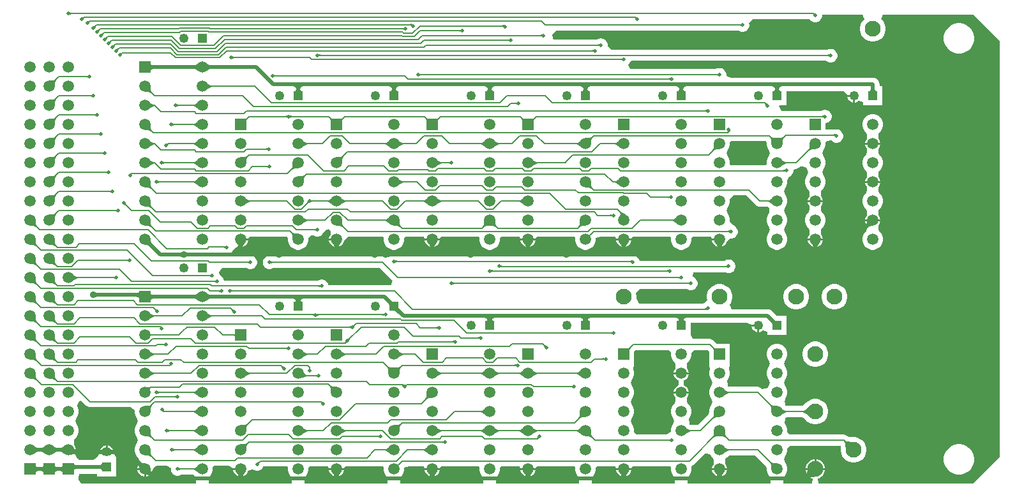
<source format=gbl>
G04*
G04 #@! TF.GenerationSoftware,Altium Limited,Altium Designer,21.9.1 (22)*
G04*
G04 Layer_Physical_Order=2*
G04 Layer_Color=16711680*
%FSLAX25Y25*%
%MOIN*%
G70*
G04*
G04 #@! TF.SameCoordinates,F4552E80-0320-46C3-87D5-3CB50851CFD0*
G04*
G04*
G04 #@! TF.FilePolarity,Positive*
G04*
G01*
G75*
%ADD12C,0.00800*%
%ADD25C,0.02000*%
%ADD26C,0.08268*%
%ADD27C,0.04921*%
%ADD28R,0.04921X0.04921*%
%ADD29R,0.05906X0.05906*%
%ADD30C,0.05906*%
%ADD31C,0.05906*%
%ADD32R,0.05906X0.05906*%
%ADD33R,0.04921X0.04921*%
%ADD34C,0.05000*%
%ADD35C,0.02000*%
%ADD36C,0.03500*%
G36*
X130775Y358643D02*
X130840Y358592D01*
X130910Y358547D01*
X130984Y358508D01*
X131062Y358475D01*
X131144Y358448D01*
X131231Y358427D01*
X131322Y358412D01*
X131417Y358403D01*
X131517Y358400D01*
Y357600D01*
X131417Y357597D01*
X131322Y357588D01*
X131231Y357573D01*
X131144Y357552D01*
X131062Y357525D01*
X130984Y357492D01*
X130910Y357453D01*
X130840Y357408D01*
X130775Y357357D01*
X130714Y357300D01*
Y358700D01*
X130775Y358643D01*
D02*
G37*
G36*
X519350Y358217D02*
X519567Y358028D01*
X519608Y358000D01*
X519645Y357979D01*
X519676Y357965D01*
X519702Y357959D01*
X519723Y357961D01*
X519039Y357277D01*
X519041Y357298D01*
X519035Y357324D01*
X519021Y357355D01*
X519000Y357392D01*
X518972Y357433D01*
X518936Y357480D01*
X518842Y357588D01*
X518717Y357717D01*
X519283Y358283D01*
X519350Y358217D01*
D02*
G37*
G36*
X138283Y355717D02*
X138217Y355650D01*
X138028Y355433D01*
X138000Y355392D01*
X137979Y355355D01*
X137965Y355324D01*
X137959Y355298D01*
X137961Y355277D01*
X137277Y355961D01*
X137298Y355959D01*
X137324Y355965D01*
X137355Y355979D01*
X137392Y356000D01*
X137433Y356028D01*
X137479Y356064D01*
X137588Y356158D01*
X137717Y356283D01*
X138283Y355717D01*
D02*
G37*
G36*
X426350Y356217D02*
X426567Y356028D01*
X426608Y356000D01*
X426645Y355979D01*
X426676Y355965D01*
X426702Y355959D01*
X426723Y355961D01*
X426039Y355277D01*
X426041Y355298D01*
X426035Y355324D01*
X426021Y355355D01*
X426000Y355392D01*
X425972Y355433D01*
X425936Y355480D01*
X425842Y355588D01*
X425717Y355717D01*
X426283Y356283D01*
X426350Y356217D01*
D02*
G37*
G36*
X141283Y353717D02*
X141217Y353650D01*
X141028Y353433D01*
X141000Y353392D01*
X140979Y353355D01*
X140965Y353324D01*
X140959Y353298D01*
X140961Y353277D01*
X140277Y353961D01*
X140298Y353959D01*
X140324Y353965D01*
X140355Y353979D01*
X140392Y354000D01*
X140433Y354028D01*
X140480Y354064D01*
X140588Y354158D01*
X140717Y354283D01*
X141283Y353717D01*
D02*
G37*
G36*
X309842Y352487D02*
X309000Y351500D01*
X308995Y351557D01*
X308978Y351608D01*
X308950Y351653D01*
X308911Y351692D01*
X308861Y351725D01*
X308801Y351752D01*
X308729Y351773D01*
X308646Y351788D01*
X308551Y351797D01*
X308446Y351800D01*
X308686Y352600D01*
X309842Y352487D01*
D02*
G37*
G36*
X481286Y351300D02*
X481225Y351357D01*
X481160Y351408D01*
X481090Y351453D01*
X481016Y351492D01*
X480938Y351525D01*
X480856Y351552D01*
X480769Y351573D01*
X480678Y351588D01*
X480583Y351597D01*
X480483Y351600D01*
Y352400D01*
X480583Y352403D01*
X480678Y352412D01*
X480769Y352427D01*
X480856Y352448D01*
X480938Y352475D01*
X481016Y352508D01*
X481090Y352547D01*
X481160Y352592D01*
X481225Y352643D01*
X481286Y352700D01*
Y351300D01*
D02*
G37*
G36*
X357031Y350751D02*
X357009Y350817D01*
X356978Y350876D01*
X356937Y350929D01*
X356888Y350974D01*
X356830Y351013D01*
X356763Y351044D01*
X356687Y351069D01*
X356602Y351086D01*
X356508Y351097D01*
X356405Y351100D01*
X356534Y351900D01*
X357688Y351950D01*
X357031Y350751D01*
D02*
G37*
G36*
X144496Y351149D02*
X144428Y351076D01*
X144367Y351003D01*
X144313Y350928D01*
X144266Y350851D01*
X144227Y350774D01*
X144195Y350696D01*
X144171Y350616D01*
X144153Y350535D01*
X144143Y350453D01*
X144141Y350369D01*
X143151Y351359D01*
X143234Y351362D01*
X143316Y351372D01*
X143397Y351390D01*
X143477Y351414D01*
X143556Y351446D01*
X143633Y351485D01*
X143709Y351532D01*
X143784Y351585D01*
X143858Y351646D01*
X143930Y351714D01*
X144496Y351149D01*
D02*
G37*
G36*
X305286Y349300D02*
X305225Y349357D01*
X305160Y349408D01*
X305090Y349453D01*
X305016Y349492D01*
X304938Y349525D01*
X304856Y349552D01*
X304769Y349573D01*
X304678Y349588D01*
X304583Y349597D01*
X304484Y349600D01*
Y350400D01*
X304583Y350403D01*
X304678Y350412D01*
X304769Y350427D01*
X304856Y350448D01*
X304938Y350475D01*
X305016Y350508D01*
X305090Y350547D01*
X305160Y350592D01*
X305225Y350643D01*
X305286Y350700D01*
Y349300D01*
D02*
G37*
G36*
X146476Y349169D02*
X146407Y349096D01*
X146347Y349023D01*
X146293Y348948D01*
X146246Y348872D01*
X146207Y348794D01*
X146175Y348716D01*
X146151Y348636D01*
X146133Y348555D01*
X146123Y348473D01*
X146121Y348389D01*
X145131Y349379D01*
X145214Y349382D01*
X145296Y349392D01*
X145377Y349410D01*
X145457Y349434D01*
X145536Y349466D01*
X145613Y349505D01*
X145689Y349552D01*
X145764Y349605D01*
X145838Y349666D01*
X145910Y349735D01*
X146476Y349169D01*
D02*
G37*
G36*
X334786Y348300D02*
X334725Y348357D01*
X334660Y348408D01*
X334590Y348453D01*
X334516Y348492D01*
X334438Y348525D01*
X334356Y348552D01*
X334269Y348573D01*
X334178Y348588D01*
X334083Y348597D01*
X333983Y348600D01*
Y349400D01*
X334083Y349403D01*
X334178Y349412D01*
X334269Y349427D01*
X334356Y349448D01*
X334438Y349475D01*
X334516Y349508D01*
X334590Y349547D01*
X334660Y349592D01*
X334725Y349643D01*
X334786Y349700D01*
Y348300D01*
D02*
G37*
G36*
X148456Y347189D02*
X148387Y347116D01*
X148326Y347043D01*
X148273Y346968D01*
X148226Y346892D01*
X148187Y346814D01*
X148155Y346736D01*
X148131Y346656D01*
X148113Y346575D01*
X148103Y346493D01*
X148100Y346410D01*
X147110Y347399D01*
X147194Y347402D01*
X147276Y347412D01*
X147357Y347430D01*
X147437Y347454D01*
X147515Y347486D01*
X147593Y347525D01*
X147669Y347572D01*
X147744Y347625D01*
X147818Y347686D01*
X147890Y347755D01*
X148456Y347189D01*
D02*
G37*
G36*
X377286Y345800D02*
X377225Y345857D01*
X377160Y345908D01*
X377090Y345953D01*
X377016Y345992D01*
X376938Y346025D01*
X376856Y346052D01*
X376769Y346073D01*
X376678Y346088D01*
X376583Y346097D01*
X376483Y346100D01*
Y346900D01*
X376583Y346903D01*
X376678Y346912D01*
X376769Y346927D01*
X376856Y346948D01*
X376938Y346975D01*
X377016Y347008D01*
X377090Y347047D01*
X377160Y347092D01*
X377225Y347143D01*
X377286Y347200D01*
Y345800D01*
D02*
G37*
G36*
X150436Y345209D02*
X150367Y345137D01*
X150306Y345063D01*
X150253Y344988D01*
X150206Y344912D01*
X150167Y344834D01*
X150135Y344756D01*
X150111Y344676D01*
X150093Y344595D01*
X150083Y344513D01*
X150080Y344430D01*
X149090Y345420D01*
X149174Y345422D01*
X149256Y345432D01*
X149337Y345450D01*
X149417Y345474D01*
X149495Y345506D01*
X149573Y345545D01*
X149649Y345592D01*
X149724Y345646D01*
X149797Y345707D01*
X149870Y345775D01*
X150436Y345209D01*
D02*
G37*
G36*
X616470Y343538D02*
X616470Y126462D01*
X602557Y112549D01*
X521687D01*
X521358Y115049D01*
X521982Y115216D01*
X523152Y115892D01*
X524108Y116848D01*
X524784Y118018D01*
X525134Y119324D01*
Y119500D01*
X516325D01*
X519959Y115866D01*
X519443Y115859D01*
X518499Y115773D01*
X518071Y115693D01*
X517672Y115589D01*
X517486Y115524D01*
X518018Y115216D01*
X518642Y115049D01*
X518313Y112549D01*
X503660D01*
X503467Y112869D01*
X503348Y115637D01*
X504363Y116652D01*
X505081Y117895D01*
X505453Y119282D01*
Y120718D01*
X505081Y122105D01*
X504363Y123348D01*
X503630Y125000D01*
X504363Y126652D01*
X505081Y127895D01*
X505453Y129282D01*
Y130718D01*
X506494Y132075D01*
X533221D01*
X533316Y130626D01*
X533317Y130034D01*
X533366Y129793D01*
Y129347D01*
X533621Y128065D01*
X534121Y126858D01*
X534847Y125771D01*
X535771Y124847D01*
X536858Y124121D01*
X538065Y123621D01*
X539347Y123366D01*
X540653D01*
X541935Y123621D01*
X543142Y124121D01*
X544229Y124847D01*
X545153Y125771D01*
X545879Y126858D01*
X546379Y128065D01*
X546634Y129347D01*
Y130653D01*
X546379Y131935D01*
X545879Y133142D01*
X545153Y134229D01*
X544229Y135153D01*
X543142Y135879D01*
X541935Y136379D01*
X540653Y136634D01*
X540207D01*
X539966Y136683D01*
X539330Y136684D01*
X538816Y136700D01*
X537895Y136779D01*
X537602Y136825D01*
X537367Y136877D01*
X537236Y136917D01*
X537236Y136917D01*
X537201Y136936D01*
X537068Y137068D01*
X536462Y137533D01*
X535757Y137825D01*
X535000Y137925D01*
X506494D01*
X505453Y139282D01*
Y140718D01*
X505081Y142105D01*
X504363Y143348D01*
X504051Y144052D01*
X504156Y146043D01*
X504434Y146623D01*
X504659Y146822D01*
X504814Y146943D01*
X504950Y147037D01*
X505014Y147075D01*
X513116D01*
X513154Y147063D01*
X513155Y147063D01*
X513275Y146999D01*
X513478Y146870D01*
X513698Y146710D01*
X514831Y145716D01*
X515250Y145299D01*
X515456Y145163D01*
X515771Y144847D01*
X516858Y144121D01*
X518065Y143621D01*
X519347Y143366D01*
X520653D01*
X521935Y143621D01*
X523142Y144121D01*
X524229Y144847D01*
X525153Y145771D01*
X525879Y146858D01*
X526379Y148065D01*
X526634Y149347D01*
Y150653D01*
X526379Y151935D01*
X525879Y153142D01*
X525153Y154229D01*
X524229Y155153D01*
X523142Y155879D01*
X521935Y156379D01*
X520653Y156634D01*
X519347D01*
X518065Y156379D01*
X516858Y155879D01*
X515771Y155153D01*
X515456Y154837D01*
X515250Y154701D01*
X514800Y154253D01*
X514425Y153901D01*
X513718Y153305D01*
X513478Y153130D01*
X513275Y153001D01*
X513155Y152937D01*
X513154Y152937D01*
X513116Y152925D01*
X505014D01*
X504950Y152963D01*
X504814Y153057D01*
X504659Y153178D01*
X504434Y153377D01*
X504156Y153957D01*
X504061Y155760D01*
X504143Y156155D01*
X504363Y156652D01*
X505081Y157895D01*
X505453Y159282D01*
Y160718D01*
X505081Y162105D01*
X504363Y163348D01*
X503630Y165000D01*
X504363Y166652D01*
X505081Y167895D01*
X505453Y169282D01*
Y170718D01*
X505081Y172105D01*
X504363Y173348D01*
X503630Y175000D01*
X504363Y176652D01*
X505081Y177895D01*
X505453Y179282D01*
Y180718D01*
X505081Y182105D01*
X504363Y183348D01*
X503348Y184363D01*
X502105Y185081D01*
X500718Y185453D01*
X499282D01*
X497895Y185081D01*
X496652Y184363D01*
X495637Y183348D01*
X494919Y182105D01*
X494547Y180718D01*
Y179282D01*
X494919Y177895D01*
X495637Y176652D01*
X496370Y175000D01*
X495637Y173348D01*
X494919Y172105D01*
X494547Y170718D01*
Y169282D01*
X494919Y167895D01*
X495637Y166652D01*
X496370Y165000D01*
X495637Y163348D01*
X495156Y162516D01*
X493623Y161990D01*
X492268Y161869D01*
X492068Y162068D01*
X491463Y162533D01*
X490757Y162825D01*
X490000Y162925D01*
X475014D01*
X474950Y162963D01*
X474814Y163057D01*
X474658Y163178D01*
X474435Y163377D01*
X474156Y163957D01*
X474051Y165948D01*
X474363Y166652D01*
X475081Y167895D01*
X475453Y169282D01*
Y170718D01*
X475081Y172105D01*
X475453Y174547D01*
X475453Y174547D01*
Y185453D01*
X468684D01*
X467068Y187068D01*
X466463Y187533D01*
X465757Y187825D01*
X465000Y187925D01*
X455892D01*
X454961Y190039D01*
X454961D01*
Y196470D01*
X484380D01*
X486595Y195500D01*
X490158D01*
Y195000D01*
X490658D01*
Y191551D01*
X491493Y191775D01*
X492282Y192231D01*
X492539Y192488D01*
X494132Y192139D01*
X495039Y191585D01*
Y190039D01*
X504961D01*
Y199961D01*
X500505D01*
X500380Y199986D01*
X500254Y199961D01*
X500141D01*
X499674Y200357D01*
X499322Y200696D01*
X499249Y200743D01*
X497496Y202496D01*
X496765Y203057D01*
X495914Y203410D01*
X495000Y203530D01*
X476447D01*
X475576Y205039D01*
X475326Y206030D01*
X475879Y206858D01*
X476379Y208065D01*
X476634Y209347D01*
Y210653D01*
X476379Y211935D01*
X475879Y213142D01*
X475153Y214229D01*
X474229Y215153D01*
X473142Y215879D01*
X471935Y216379D01*
X470653Y216634D01*
X469347D01*
X468065Y216379D01*
X466858Y215879D01*
X465771Y215153D01*
X464847Y214229D01*
X464121Y213142D01*
X463621Y211935D01*
X463366Y210653D01*
Y209347D01*
X463496Y207962D01*
X462649Y207261D01*
X461851Y206801D01*
X461475Y206425D01*
X428406D01*
X427731Y206971D01*
X426550Y208925D01*
X426634Y209347D01*
Y210653D01*
X426451Y211575D01*
X426792Y212421D01*
X428198Y214075D01*
X453066D01*
X453649Y213738D01*
X454539Y213500D01*
X455461D01*
X456351Y213738D01*
X457149Y214199D01*
X457801Y214851D01*
X458261Y215649D01*
X458500Y216539D01*
Y217461D01*
X458261Y218351D01*
X457801Y219149D01*
X457149Y219801D01*
X456351Y220262D01*
X455927Y220375D01*
X456256Y222875D01*
X473195D01*
X473226Y222867D01*
X473449Y222739D01*
X474339Y222500D01*
X475261D01*
X476151Y222739D01*
X476949Y223199D01*
X477601Y223851D01*
X478061Y224649D01*
X478300Y225539D01*
Y226461D01*
X478061Y227351D01*
X477601Y228149D01*
X476949Y228801D01*
X476151Y229261D01*
X475261Y229500D01*
X474339D01*
X473449Y229261D01*
X472651Y228801D01*
X472575Y228725D01*
X428229D01*
X428061Y229351D01*
X427601Y230149D01*
X426949Y230801D01*
X426151Y231261D01*
X425261Y231500D01*
X424339D01*
X424250Y231476D01*
X423793Y231449D01*
X423752Y231449D01*
X423737Y231446D01*
X423724Y231445D01*
X423691Y231436D01*
X423635Y231425D01*
X420638D01*
X420000Y231000D01*
X419362Y231425D01*
X392486D01*
Y231000D01*
X392291Y230998D01*
X391801Y230964D01*
X391669Y230944D01*
X391553Y230919D01*
X391454Y230890D01*
X391370Y230856D01*
X391302Y230818D01*
X391250Y230775D01*
Y231425D01*
X388750D01*
Y230775D01*
X388698Y230818D01*
X388630Y230856D01*
X388546Y230890D01*
X388447Y230919D01*
X388331Y230944D01*
X388199Y230964D01*
X387888Y230991D01*
X387514Y231000D01*
Y231425D01*
X370637D01*
X370000Y231000D01*
X369362Y231425D01*
X342486D01*
Y231000D01*
X342291Y230998D01*
X341801Y230964D01*
X341669Y230944D01*
X341553Y230919D01*
X341454Y230890D01*
X341370Y230856D01*
X341302Y230818D01*
X341250Y230775D01*
Y231425D01*
X338750D01*
Y230775D01*
X338698Y230818D01*
X338630Y230856D01*
X338546Y230890D01*
X338447Y230919D01*
X338331Y230944D01*
X338199Y230964D01*
X337888Y230991D01*
X337514Y231000D01*
Y231425D01*
X320637D01*
X320000Y231000D01*
X319362Y231425D01*
X301934D01*
X301351Y231762D01*
X300461Y232000D01*
X299539D01*
X298649Y231762D01*
X297851Y231301D01*
X297199Y230649D01*
X295462Y230533D01*
X294757Y230825D01*
X294000Y230925D01*
X291582D01*
X291553Y230919D01*
X291454Y230890D01*
X291370Y230856D01*
X291302Y230818D01*
X291250Y230775D01*
Y230925D01*
X288750D01*
Y230775D01*
X288698Y230818D01*
X288630Y230856D01*
X288546Y230890D01*
X288447Y230919D01*
X288418Y230925D01*
X241582D01*
X241553Y230919D01*
X241454Y230890D01*
X241370Y230856D01*
X241302Y230818D01*
X241250Y230775D01*
Y230925D01*
X238750D01*
Y230775D01*
X238698Y230818D01*
X238630Y230856D01*
X238546Y230890D01*
X238447Y230919D01*
X238418Y230925D01*
X236934D01*
X236351Y231261D01*
X235461Y231500D01*
X234539D01*
X233649Y231261D01*
X232851Y230801D01*
X232199Y230149D01*
X231738Y229351D01*
X231500Y228461D01*
Y227539D01*
X231738Y226649D01*
X232199Y225851D01*
X232851Y225199D01*
X233649Y224739D01*
X234539Y224500D01*
X235461D01*
X236351Y224739D01*
X236934Y225075D01*
X292788D01*
X299338Y218525D01*
X298592Y216300D01*
X298365Y216025D01*
X265800D01*
Y216061D01*
X265562Y216951D01*
X265101Y217749D01*
X264449Y218401D01*
X263651Y218862D01*
X262761Y219100D01*
X261839D01*
X260949Y218862D01*
X260366Y218525D01*
X211183D01*
X210962Y219351D01*
X210501Y220149D01*
X209849Y220801D01*
X209051Y221262D01*
X208750Y222848D01*
X210472Y225075D01*
X223066D01*
X223649Y224739D01*
X224539Y224500D01*
X225461D01*
X226351Y224739D01*
X227149Y225199D01*
X227801Y225851D01*
X228261Y226649D01*
X228500Y227539D01*
Y228461D01*
X228261Y229351D01*
X227801Y230149D01*
X227149Y230801D01*
X226351Y231261D01*
X225461Y231500D01*
X224539D01*
X223649Y231261D01*
X223066Y230925D01*
X216269D01*
X215799Y231663D01*
X215375Y233425D01*
X215601Y233651D01*
X216061Y234449D01*
X216173Y234867D01*
X217733Y235849D01*
X218800Y236229D01*
X218916Y236198D01*
X218904Y236256D01*
X218829Y236510D01*
X218733Y236758D01*
X218616Y236999D01*
X218477Y237232D01*
X218317Y237459D01*
X218136Y237679D01*
X217933Y237891D01*
X219500D01*
Y240000D01*
X220000D01*
Y240500D01*
X223953D01*
Y240520D01*
X224568Y241322D01*
X244420D01*
X244434Y241242D01*
X244459Y241047D01*
X244496Y240399D01*
X244498Y240016D01*
X244547Y239777D01*
Y239282D01*
X244919Y237895D01*
X245637Y236652D01*
X246652Y235637D01*
X247895Y234919D01*
X249282Y234547D01*
X250718D01*
X252105Y234919D01*
X253348Y235637D01*
X254363Y236652D01*
X255081Y237895D01*
X255453Y239282D01*
Y240718D01*
X256494Y242075D01*
X258066D01*
X258649Y241739D01*
X259539Y241500D01*
X260461D01*
X261351Y241739D01*
X262149Y242199D01*
X262801Y242851D01*
X263262Y243649D01*
X263319Y243862D01*
X265084Y245039D01*
X266000Y245328D01*
X266471Y245122D01*
X267042Y244495D01*
X267101Y242763D01*
X267059Y242649D01*
X266837Y242427D01*
X266317Y241526D01*
X266047Y240520D01*
Y240500D01*
X270000D01*
Y240000D01*
X270500D01*
Y237891D01*
X272067D01*
X271864Y237679D01*
X271683Y237459D01*
X271523Y237232D01*
X271384Y236999D01*
X271267Y236758D01*
X271171Y236510D01*
X271096Y236256D01*
X271084Y236198D01*
X271526Y236317D01*
X272427Y236837D01*
X273163Y237573D01*
X273683Y238474D01*
X273859Y239131D01*
X274164Y239674D01*
X275610Y241009D01*
X276351Y241228D01*
X294156D01*
X294547Y240718D01*
Y239282D01*
X294919Y237895D01*
X295637Y236652D01*
X296652Y235637D01*
X297895Y234919D01*
X299282Y234547D01*
X300718D01*
X302105Y234919D01*
X303348Y235637D01*
X304363Y236652D01*
X305081Y237895D01*
X305453Y239282D01*
Y240718D01*
X305844Y241228D01*
X315505D01*
X316047Y240520D01*
Y240500D01*
X323953D01*
Y240520D01*
X324496Y241228D01*
X344156D01*
X344547Y240718D01*
Y239282D01*
X344919Y237895D01*
X345637Y236652D01*
X346652Y235637D01*
X347895Y234919D01*
X349282Y234547D01*
X350718D01*
X352105Y234919D01*
X353348Y235637D01*
X354363Y236652D01*
X355081Y237895D01*
X355453Y239282D01*
Y240718D01*
X355844Y241228D01*
X365505D01*
X366047Y240520D01*
Y240500D01*
X373953D01*
Y240520D01*
X374496Y241228D01*
X394156D01*
X394547Y240718D01*
Y239282D01*
X394919Y237895D01*
X395637Y236652D01*
X396652Y235637D01*
X397895Y234919D01*
X399282Y234547D01*
X400718D01*
X402105Y234919D01*
X403348Y235637D01*
X404363Y236652D01*
X405081Y237895D01*
X405453Y239282D01*
Y240718D01*
X407850Y241228D01*
X415505D01*
X416047Y240520D01*
Y240500D01*
X423953D01*
Y240520D01*
X424496Y241228D01*
X444156D01*
X444547Y240718D01*
Y239282D01*
X444919Y237895D01*
X445637Y236652D01*
X446652Y235637D01*
X447895Y234919D01*
X449282Y234547D01*
X450718D01*
X452105Y234919D01*
X453348Y235637D01*
X454363Y236652D01*
X455081Y237895D01*
X455453Y239282D01*
Y240718D01*
X455844Y241228D01*
X465505D01*
X466047Y240520D01*
Y240500D01*
X470000D01*
Y240000D01*
X470500D01*
Y237891D01*
X472067D01*
X471864Y237679D01*
X471683Y237459D01*
X471523Y237232D01*
X471384Y236999D01*
X471267Y236758D01*
X471171Y236510D01*
X471096Y236256D01*
X471084Y236198D01*
X471526Y236317D01*
X472427Y236837D01*
X473163Y237573D01*
X473683Y238474D01*
X473699Y238534D01*
X473710Y238558D01*
X475539Y240500D01*
X476461D01*
X477351Y240739D01*
X478149Y241199D01*
X478801Y241851D01*
X479261Y242649D01*
X479500Y243539D01*
Y244461D01*
X479261Y245351D01*
X478801Y246149D01*
X478149Y246801D01*
X477351Y247262D01*
X475474Y249259D01*
X475453Y249841D01*
Y250718D01*
X475081Y252105D01*
X474368Y253339D01*
X474363Y253349D01*
X473631Y255000D01*
X474363Y256651D01*
X474368Y256661D01*
X475081Y257895D01*
X475453Y259282D01*
Y260718D01*
X477365Y262922D01*
X483941D01*
X488932Y257932D01*
X489537Y257467D01*
X490243Y257175D01*
X491000Y257075D01*
X494986D01*
X495050Y257037D01*
X495186Y256943D01*
X495341Y256822D01*
X495566Y256623D01*
X495844Y256043D01*
X495949Y254052D01*
X495637Y253349D01*
X495632Y253339D01*
X494919Y252105D01*
X494547Y250718D01*
Y249282D01*
X494919Y247895D01*
X495637Y246652D01*
X496370Y245000D01*
X495637Y243348D01*
X494919Y242105D01*
X494547Y240718D01*
Y239282D01*
X494919Y237895D01*
X495637Y236652D01*
X496652Y235637D01*
X497895Y234919D01*
X499282Y234547D01*
X500718D01*
X502105Y234919D01*
X503348Y235637D01*
X504363Y236652D01*
X505081Y237895D01*
X505453Y239282D01*
Y240718D01*
X505081Y242105D01*
X504363Y243348D01*
X503630Y245000D01*
X504363Y246652D01*
X505081Y247895D01*
X505453Y249282D01*
Y250718D01*
X505081Y252105D01*
X504368Y253339D01*
X504363Y253349D01*
X503630Y255000D01*
X504363Y256651D01*
X504368Y256661D01*
X505081Y257895D01*
X505453Y259282D01*
Y260718D01*
X505081Y262105D01*
X504363Y263348D01*
X503630Y265000D01*
X504363Y266652D01*
X505081Y267895D01*
X505453Y269282D01*
Y270718D01*
X506351Y272739D01*
X507149Y273199D01*
X507801Y273851D01*
X508261Y274649D01*
X508500Y275539D01*
Y276461D01*
X510757Y277175D01*
X511462Y277467D01*
X512068Y277932D01*
X512267Y278131D01*
X513623Y278010D01*
X515156Y277484D01*
X515637Y276652D01*
X516369Y275000D01*
X515637Y273348D01*
X514919Y272105D01*
X514547Y270718D01*
Y269282D01*
X514919Y267895D01*
X515637Y266652D01*
X516652Y265637D01*
X516755Y265577D01*
X517033Y264756D01*
X517101Y262763D01*
X517059Y262649D01*
X516837Y262427D01*
X516317Y261526D01*
X516047Y260520D01*
Y260500D01*
X523953D01*
Y260520D01*
X523683Y261526D01*
X523163Y262427D01*
X522941Y262649D01*
X522899Y262763D01*
X522967Y264756D01*
X523245Y265577D01*
X523348Y265637D01*
X524363Y266652D01*
X525081Y267895D01*
X525453Y269282D01*
Y270718D01*
X525081Y272105D01*
X524363Y273348D01*
X523631Y275000D01*
X524363Y276652D01*
X525081Y277895D01*
X525453Y279282D01*
Y280718D01*
X525081Y282105D01*
X524363Y283348D01*
X523631Y285000D01*
X524363Y286652D01*
X525081Y287895D01*
X525453Y289282D01*
Y290718D01*
X526023Y291461D01*
X528496Y291554D01*
X528851Y291199D01*
X529649Y290739D01*
X530539Y290500D01*
X531461D01*
X532351Y290739D01*
X533149Y291199D01*
X533801Y291851D01*
X534262Y292649D01*
X534500Y293539D01*
Y294461D01*
X534262Y295351D01*
X533801Y296149D01*
X533149Y296801D01*
X532351Y297262D01*
X531461Y297500D01*
X530539D01*
X530517Y297494D01*
X529423Y297447D01*
X529335Y297425D01*
X525453D01*
Y300653D01*
X525461D01*
X526351Y300891D01*
X527149Y301352D01*
X527801Y302004D01*
X528262Y302802D01*
X528500Y303692D01*
Y304613D01*
X528262Y305504D01*
X527801Y306302D01*
X527149Y306954D01*
X526351Y307414D01*
X525461Y307653D01*
X524539D01*
X523649Y307414D01*
X523066Y307078D01*
X502419D01*
X500922Y309578D01*
X501170Y310039D01*
X504961D01*
Y317470D01*
X534752D01*
X535013Y317334D01*
X536657Y315500D01*
X540158D01*
Y315000D01*
X540658D01*
Y311551D01*
X541493Y311775D01*
X542282Y312231D01*
X542539Y312488D01*
X544132Y312139D01*
X545039Y311585D01*
Y310039D01*
X554961D01*
Y319961D01*
X553530D01*
Y321000D01*
X553410Y321914D01*
X553057Y322765D01*
X552496Y323496D01*
X551765Y324057D01*
X550914Y324410D01*
X550000Y324530D01*
X475818D01*
X473500Y325539D01*
Y326461D01*
X473261Y327351D01*
X472801Y328149D01*
X472149Y328801D01*
X471351Y329261D01*
X470461Y329500D01*
X469539D01*
X468649Y329261D01*
X468066Y328925D01*
X423210D01*
X422500Y330448D01*
X422403Y331200D01*
X423977Y333275D01*
X525775D01*
X525851Y333199D01*
X526649Y332738D01*
X527539Y332500D01*
X528461D01*
X529351Y332738D01*
X530149Y333199D01*
X530801Y333851D01*
X531261Y334649D01*
X531500Y335539D01*
Y336461D01*
X531261Y337351D01*
X530801Y338149D01*
X530149Y338801D01*
X529351Y339262D01*
X528461Y339500D01*
X527539D01*
X526649Y339262D01*
X526422Y339130D01*
X526404Y339125D01*
X413456D01*
X413328Y339185D01*
X411500Y341039D01*
Y341961D01*
X411262Y342851D01*
X410801Y343649D01*
X410149Y344301D01*
X409351Y344761D01*
X408461Y345000D01*
X407539D01*
X406649Y344761D01*
X406066Y344425D01*
X383617D01*
X382809Y345041D01*
X382617Y346912D01*
X384623Y349075D01*
X480066D01*
X480649Y348739D01*
X481539Y348500D01*
X482461D01*
X483351Y348739D01*
X484149Y349199D01*
X484801Y349851D01*
X485261Y350649D01*
X485500Y351539D01*
Y352461D01*
X485469Y352575D01*
X486543Y354519D01*
X487153Y355075D01*
X517070D01*
X517199Y354851D01*
X517851Y354199D01*
X518649Y353738D01*
X519539Y353500D01*
X520461D01*
X521351Y353738D01*
X522149Y354199D01*
X522801Y354851D01*
X523261Y355649D01*
X523500Y356539D01*
Y357451D01*
X544711D01*
X545472Y355801D01*
X545569Y354951D01*
X544847Y354229D01*
X544121Y353142D01*
X543621Y351935D01*
X543366Y350653D01*
Y349347D01*
X543621Y348065D01*
X544121Y346858D01*
X544847Y345771D01*
X545771Y344847D01*
X546858Y344121D01*
X548065Y343621D01*
X549347Y343366D01*
X550653D01*
X551935Y343621D01*
X553142Y344121D01*
X554229Y344847D01*
X555153Y345771D01*
X555879Y346858D01*
X556379Y348065D01*
X556634Y349347D01*
Y350653D01*
X556379Y351935D01*
X555879Y353142D01*
X555153Y354229D01*
X554431Y354951D01*
X554528Y355801D01*
X555289Y357451D01*
X602557D01*
X616470Y343538D01*
D02*
G37*
G36*
X360286Y343300D02*
X360225Y343357D01*
X360160Y343408D01*
X360090Y343453D01*
X360016Y343492D01*
X359938Y343525D01*
X359856Y343552D01*
X359769Y343573D01*
X359678Y343588D01*
X359583Y343597D01*
X359484Y343600D01*
Y344400D01*
X359583Y344403D01*
X359678Y344412D01*
X359769Y344427D01*
X359856Y344448D01*
X359938Y344475D01*
X360016Y344508D01*
X360090Y344547D01*
X360160Y344592D01*
X360225Y344643D01*
X360286Y344700D01*
Y343300D01*
D02*
G37*
G36*
X152416Y343229D02*
X152347Y343157D01*
X152286Y343083D01*
X152233Y343008D01*
X152186Y342932D01*
X152147Y342855D01*
X152115Y342776D01*
X152091Y342696D01*
X152073Y342615D01*
X152063Y342533D01*
X152060Y342450D01*
X151070Y343440D01*
X151154Y343443D01*
X151236Y343453D01*
X151317Y343470D01*
X151397Y343495D01*
X151475Y343526D01*
X151552Y343566D01*
X151629Y343612D01*
X151704Y343666D01*
X151777Y343727D01*
X151850Y343795D01*
X152416Y343229D01*
D02*
G37*
G36*
X407286Y340800D02*
X407225Y340857D01*
X407160Y340908D01*
X407090Y340953D01*
X407016Y340992D01*
X406938Y341025D01*
X406856Y341052D01*
X406769Y341073D01*
X406678Y341088D01*
X406583Y341097D01*
X406484Y341100D01*
Y341900D01*
X406583Y341903D01*
X406678Y341912D01*
X406769Y341927D01*
X406856Y341948D01*
X406938Y341975D01*
X407016Y342008D01*
X407090Y342047D01*
X407160Y342092D01*
X407225Y342143D01*
X407286Y342200D01*
Y340800D01*
D02*
G37*
G36*
X154395Y341249D02*
X154327Y341177D01*
X154266Y341103D01*
X154212Y341028D01*
X154166Y340952D01*
X154127Y340875D01*
X154095Y340796D01*
X154070Y340716D01*
X154053Y340635D01*
X154043Y340553D01*
X154040Y340470D01*
X153050Y341460D01*
X153134Y341463D01*
X153216Y341473D01*
X153297Y341490D01*
X153376Y341515D01*
X153455Y341547D01*
X153532Y341586D01*
X153609Y341632D01*
X153683Y341686D01*
X153757Y341747D01*
X153830Y341815D01*
X154395Y341249D01*
D02*
G37*
G36*
X156375Y339269D02*
X156307Y339197D01*
X156246Y339123D01*
X156192Y339048D01*
X156146Y338972D01*
X156107Y338895D01*
X156075Y338816D01*
X156050Y338737D01*
X156033Y338655D01*
X156023Y338573D01*
X156020Y338490D01*
X155030Y339480D01*
X155113Y339483D01*
X155196Y339493D01*
X155277Y339510D01*
X155356Y339535D01*
X155435Y339567D01*
X155512Y339606D01*
X155588Y339652D01*
X155663Y339706D01*
X155737Y339767D01*
X155810Y339835D01*
X156375Y339269D01*
D02*
G37*
G36*
X404286Y337800D02*
X404225Y337857D01*
X404160Y337908D01*
X404090Y337953D01*
X404016Y337992D01*
X403938Y338025D01*
X403856Y338052D01*
X403769Y338073D01*
X403678Y338088D01*
X403583Y338097D01*
X403483Y338100D01*
Y338900D01*
X403583Y338903D01*
X403678Y338912D01*
X403769Y338927D01*
X403856Y338948D01*
X403938Y338975D01*
X404016Y339008D01*
X404090Y339047D01*
X404160Y339092D01*
X404225Y339143D01*
X404286Y339200D01*
Y337800D01*
D02*
G37*
G36*
X158283Y337217D02*
X158217Y337150D01*
X158028Y336933D01*
X158000Y336892D01*
X157979Y336855D01*
X157965Y336824D01*
X157959Y336798D01*
X157961Y336777D01*
X157277Y337461D01*
X157298Y337459D01*
X157324Y337465D01*
X157355Y337479D01*
X157392Y337500D01*
X157433Y337528D01*
X157480Y337564D01*
X157588Y337659D01*
X157717Y337783D01*
X158283Y337217D01*
D02*
G37*
G36*
X260775Y336843D02*
X260840Y336792D01*
X260910Y336747D01*
X260984Y336708D01*
X261062Y336675D01*
X261144Y336648D01*
X261231Y336627D01*
X261322Y336612D01*
X261417Y336603D01*
X261516Y336600D01*
Y335800D01*
X261417Y335797D01*
X261322Y335788D01*
X261231Y335773D01*
X261144Y335752D01*
X261062Y335725D01*
X260984Y335692D01*
X260910Y335653D01*
X260840Y335608D01*
X260775Y335557D01*
X260714Y335500D01*
Y336900D01*
X260775Y336843D01*
D02*
G37*
G36*
X527160Y335457D02*
X527113Y335522D01*
X527060Y335580D01*
X527001Y335632D01*
X526935Y335677D01*
X526864Y335714D01*
X526787Y335745D01*
X526705Y335769D01*
X526616Y335786D01*
X526521Y335797D01*
X526420Y335800D01*
X526600Y336600D01*
X526699Y336602D01*
X526886Y336621D01*
X526975Y336637D01*
X527061Y336657D01*
X527143Y336682D01*
X527222Y336712D01*
X527298Y336746D01*
X527371Y336785D01*
X527440Y336829D01*
X527160Y335457D01*
D02*
G37*
G36*
X215775Y335643D02*
X215840Y335592D01*
X215910Y335547D01*
X215984Y335508D01*
X216062Y335475D01*
X216144Y335448D01*
X216231Y335427D01*
X216322Y335412D01*
X216417Y335403D01*
X216516Y335400D01*
Y334600D01*
X216417Y334597D01*
X216322Y334588D01*
X216231Y334573D01*
X216144Y334552D01*
X216062Y334525D01*
X215984Y334492D01*
X215910Y334453D01*
X215840Y334408D01*
X215775Y334357D01*
X215714Y334300D01*
Y335700D01*
X215775Y335643D01*
D02*
G37*
G36*
X419286Y333300D02*
X419225Y333357D01*
X419160Y333408D01*
X419090Y333453D01*
X419016Y333492D01*
X418938Y333525D01*
X418856Y333552D01*
X418769Y333573D01*
X418678Y333588D01*
X418583Y333597D01*
X418483Y333600D01*
Y334400D01*
X418583Y334403D01*
X418678Y334412D01*
X418769Y334427D01*
X418856Y334448D01*
X418938Y334475D01*
X419016Y334508D01*
X419090Y334547D01*
X419160Y334592D01*
X419225Y334643D01*
X419286Y334700D01*
Y333300D01*
D02*
G37*
G36*
X172949Y331810D02*
X173009Y331640D01*
X173110Y331490D01*
X173251Y331360D01*
X173432Y331250D01*
X173653Y331160D01*
X173915Y331090D01*
X174216Y331040D01*
X174558Y331010D01*
X174941Y331000D01*
Y329000D01*
X174558Y328990D01*
X174216Y328960D01*
X173915Y328910D01*
X173653Y328840D01*
X173432Y328750D01*
X173251Y328640D01*
X173110Y328510D01*
X173009Y328360D01*
X172949Y328190D01*
X172929Y328000D01*
Y332000D01*
X172949Y331810D01*
D02*
G37*
G36*
X202321Y331864D02*
X202541Y331683D01*
X202768Y331523D01*
X203001Y331384D01*
X203242Y331267D01*
X203489Y331171D01*
X203744Y331096D01*
X204006Y331043D01*
X204274Y331011D01*
X204550Y331000D01*
Y329000D01*
X204274Y328989D01*
X204006Y328957D01*
X203744Y328904D01*
X203489Y328829D01*
X203242Y328733D01*
X203001Y328616D01*
X202768Y328477D01*
X202541Y328317D01*
X202321Y328136D01*
X202109Y327933D01*
Y332067D01*
X202321Y331864D01*
D02*
G37*
G36*
X197891Y327933D02*
X197679Y328136D01*
X197459Y328317D01*
X197232Y328477D01*
X196999Y328616D01*
X196758Y328733D01*
X196511Y328829D01*
X196256Y328904D01*
X195994Y328957D01*
X195726Y328989D01*
X195450Y329000D01*
Y331000D01*
X195726Y331011D01*
X195994Y331043D01*
X196256Y331096D01*
X196511Y331171D01*
X196758Y331267D01*
X196999Y331384D01*
X197232Y331523D01*
X197459Y331683D01*
X197679Y331864D01*
X197891Y332067D01*
Y327933D01*
D02*
G37*
G36*
X469286Y325300D02*
X469225Y325357D01*
X469160Y325408D01*
X469090Y325453D01*
X469016Y325492D01*
X468938Y325525D01*
X468856Y325552D01*
X468769Y325573D01*
X468678Y325588D01*
X468583Y325597D01*
X468483Y325600D01*
Y326400D01*
X468583Y326403D01*
X468678Y326412D01*
X468769Y326427D01*
X468856Y326448D01*
X468938Y326475D01*
X469016Y326508D01*
X469090Y326547D01*
X469160Y326592D01*
X469225Y326643D01*
X469286Y326700D01*
Y325300D01*
D02*
G37*
G36*
X313275Y326643D02*
X313340Y326592D01*
X313410Y326547D01*
X313484Y326508D01*
X313562Y326475D01*
X313644Y326448D01*
X313731Y326427D01*
X313822Y326412D01*
X313917Y326403D01*
X314017Y326400D01*
Y325600D01*
X313917Y325597D01*
X313822Y325588D01*
X313731Y325573D01*
X313644Y325552D01*
X313562Y325525D01*
X313484Y325492D01*
X313410Y325453D01*
X313340Y325408D01*
X313275Y325357D01*
X313214Y325300D01*
Y326700D01*
X313275Y326643D01*
D02*
G37*
G36*
X237255Y326123D02*
X237320Y326072D01*
X237390Y326027D01*
X237464Y325988D01*
X237542Y325955D01*
X237624Y325928D01*
X237711Y325907D01*
X237802Y325892D01*
X237897Y325883D01*
X237996Y325880D01*
Y325080D01*
X237897Y325077D01*
X237802Y325068D01*
X237711Y325053D01*
X237624Y325032D01*
X237542Y325005D01*
X237464Y324972D01*
X237390Y324933D01*
X237320Y324888D01*
X237255Y324837D01*
X237194Y324780D01*
Y326180D01*
X237255Y326123D01*
D02*
G37*
G36*
X140286Y324300D02*
X140225Y324357D01*
X140160Y324408D01*
X140090Y324453D01*
X140016Y324492D01*
X139938Y324525D01*
X139856Y324552D01*
X139769Y324573D01*
X139678Y324588D01*
X139583Y324597D01*
X139483Y324600D01*
Y325400D01*
X139583Y325403D01*
X139678Y325412D01*
X139769Y325427D01*
X139856Y325448D01*
X139938Y325475D01*
X140016Y325508D01*
X140090Y325547D01*
X140160Y325592D01*
X140225Y325643D01*
X140286Y325700D01*
Y324300D01*
D02*
G37*
G36*
X444286Y323100D02*
X444225Y323157D01*
X444160Y323208D01*
X444090Y323253D01*
X444016Y323292D01*
X443938Y323325D01*
X443856Y323352D01*
X443769Y323373D01*
X443678Y323388D01*
X443583Y323397D01*
X443483Y323400D01*
Y324200D01*
X443583Y324203D01*
X443678Y324212D01*
X443769Y324227D01*
X443856Y324248D01*
X443938Y324275D01*
X444016Y324308D01*
X444090Y324347D01*
X444160Y324392D01*
X444225Y324443D01*
X444286Y324500D01*
Y323100D01*
D02*
G37*
G36*
X123604Y323039D02*
X123476Y322887D01*
X123362Y322702D01*
X123262Y322484D01*
X123176Y322233D01*
X123104Y321949D01*
X123046Y321631D01*
X123001Y321281D01*
X122955Y320480D01*
X122953Y320029D01*
X120029Y322953D01*
X120480Y322955D01*
X121281Y323002D01*
X121631Y323046D01*
X121949Y323104D01*
X122233Y323176D01*
X122484Y323262D01*
X122702Y323362D01*
X122887Y323476D01*
X123039Y323604D01*
X123604Y323039D01*
D02*
G37*
G36*
X202429Y321750D02*
X203028Y321217D01*
X203307Y321000D01*
X203573Y320817D01*
X203825Y320667D01*
X204063Y320550D01*
X204288Y320467D01*
X204500Y320417D01*
X204697Y320400D01*
Y319600D01*
X204500Y319583D01*
X204288Y319533D01*
X204063Y319450D01*
X203825Y319333D01*
X203573Y319183D01*
X203307Y319000D01*
X203028Y318783D01*
X202429Y318250D01*
X202109Y317933D01*
Y322067D01*
X202429Y321750D01*
D02*
G37*
G36*
X551010Y319066D02*
X551040Y318724D01*
X551090Y318423D01*
X551160Y318161D01*
X551250Y317940D01*
X551360Y317759D01*
X551490Y317618D01*
X551640Y317517D01*
X551810Y317457D01*
X552000Y317437D01*
X548000D01*
X548190Y317457D01*
X548360Y317517D01*
X548510Y317618D01*
X548640Y317759D01*
X548750Y317940D01*
X548840Y318161D01*
X548910Y318423D01*
X548960Y318724D01*
X548990Y319066D01*
X549000Y319449D01*
X551000D01*
X551010Y319066D01*
D02*
G37*
G36*
X503000Y320000D02*
X502620Y319980D01*
X502280Y319920D01*
X501980Y319820D01*
X501720Y319680D01*
X501500Y319500D01*
X501320Y319280D01*
X501180Y319020D01*
X501080Y318720D01*
X501060Y318605D01*
X501090Y318423D01*
X501160Y318161D01*
X501250Y317940D01*
X501360Y317759D01*
X501490Y317618D01*
X501640Y317517D01*
X501810Y317457D01*
X502000Y317437D01*
X498000D01*
X498190Y317457D01*
X498360Y317517D01*
X498510Y317618D01*
X498640Y317759D01*
X498750Y317940D01*
X498840Y318161D01*
X498910Y318423D01*
X498940Y318605D01*
X498920Y318720D01*
X498820Y319020D01*
X498680Y319280D01*
X498500Y319500D01*
X498280Y319680D01*
X498020Y319820D01*
X497720Y319920D01*
X497380Y319980D01*
X497000Y320000D01*
X500000Y322000D01*
X503000Y320000D01*
D02*
G37*
G36*
X453000D02*
X452620Y319980D01*
X452280Y319920D01*
X451980Y319820D01*
X451720Y319680D01*
X451500Y319500D01*
X451320Y319280D01*
X451180Y319020D01*
X451080Y318720D01*
X451060Y318605D01*
X451090Y318423D01*
X451160Y318161D01*
X451250Y317940D01*
X451360Y317759D01*
X451490Y317618D01*
X451640Y317517D01*
X451810Y317457D01*
X452000Y317437D01*
X448000D01*
X448190Y317457D01*
X448360Y317517D01*
X448510Y317618D01*
X448640Y317759D01*
X448750Y317940D01*
X448840Y318161D01*
X448910Y318423D01*
X448940Y318605D01*
X448920Y318720D01*
X448820Y319020D01*
X448680Y319280D01*
X448500Y319500D01*
X448280Y319680D01*
X448020Y319820D01*
X447720Y319920D01*
X447380Y319980D01*
X447000Y320000D01*
X450000Y322000D01*
X453000Y320000D01*
D02*
G37*
G36*
X403000D02*
X402620Y319980D01*
X402280Y319920D01*
X401980Y319820D01*
X401720Y319680D01*
X401500Y319500D01*
X401320Y319280D01*
X401180Y319020D01*
X401080Y318720D01*
X401060Y318605D01*
X401090Y318423D01*
X401160Y318161D01*
X401250Y317940D01*
X401360Y317759D01*
X401490Y317618D01*
X401640Y317517D01*
X401810Y317457D01*
X402000Y317437D01*
X398000D01*
X398190Y317457D01*
X398360Y317517D01*
X398510Y317618D01*
X398640Y317759D01*
X398750Y317940D01*
X398840Y318161D01*
X398910Y318423D01*
X398940Y318605D01*
X398920Y318720D01*
X398820Y319020D01*
X398680Y319280D01*
X398500Y319500D01*
X398280Y319680D01*
X398020Y319820D01*
X397720Y319920D01*
X397380Y319980D01*
X397000Y320000D01*
X400000Y322000D01*
X403000Y320000D01*
D02*
G37*
G36*
X353000D02*
X352620Y319980D01*
X352280Y319920D01*
X351980Y319820D01*
X351720Y319680D01*
X351500Y319500D01*
X351320Y319280D01*
X351180Y319020D01*
X351080Y318720D01*
X351060Y318605D01*
X351090Y318423D01*
X351160Y318161D01*
X351250Y317940D01*
X351360Y317759D01*
X351490Y317618D01*
X351640Y317517D01*
X351810Y317457D01*
X352000Y317437D01*
X348000D01*
X348190Y317457D01*
X348360Y317517D01*
X348510Y317618D01*
X348640Y317759D01*
X348750Y317940D01*
X348840Y318161D01*
X348910Y318423D01*
X348940Y318605D01*
X348920Y318720D01*
X348820Y319020D01*
X348680Y319280D01*
X348500Y319500D01*
X348280Y319680D01*
X348020Y319820D01*
X347720Y319920D01*
X347380Y319980D01*
X347000Y320000D01*
X350000Y322000D01*
X353000Y320000D01*
D02*
G37*
G36*
X303000D02*
X302620Y319980D01*
X302280Y319920D01*
X301980Y319820D01*
X301720Y319680D01*
X301500Y319500D01*
X301320Y319280D01*
X301180Y319020D01*
X301080Y318720D01*
X301060Y318605D01*
X301090Y318423D01*
X301160Y318161D01*
X301250Y317940D01*
X301360Y317759D01*
X301490Y317618D01*
X301640Y317517D01*
X301810Y317457D01*
X302000Y317437D01*
X298000D01*
X298190Y317457D01*
X298360Y317517D01*
X298510Y317618D01*
X298640Y317759D01*
X298750Y317940D01*
X298840Y318161D01*
X298910Y318423D01*
X298940Y318605D01*
X298920Y318720D01*
X298820Y319020D01*
X298680Y319280D01*
X298500Y319500D01*
X298280Y319680D01*
X298020Y319820D01*
X297720Y319920D01*
X297380Y319980D01*
X297000Y320000D01*
X300000Y322000D01*
X303000Y320000D01*
D02*
G37*
G36*
X253000D02*
X252620Y319980D01*
X252280Y319920D01*
X251980Y319820D01*
X251720Y319680D01*
X251500Y319500D01*
X251320Y319280D01*
X251180Y319020D01*
X251080Y318720D01*
X251060Y318605D01*
X251090Y318423D01*
X251160Y318161D01*
X251250Y317940D01*
X251360Y317759D01*
X251490Y317618D01*
X251640Y317517D01*
X251810Y317457D01*
X252000Y317437D01*
X248000D01*
X248190Y317457D01*
X248360Y317517D01*
X248510Y317618D01*
X248640Y317759D01*
X248750Y317940D01*
X248840Y318161D01*
X248910Y318423D01*
X248940Y318605D01*
X248920Y318720D01*
X248820Y319020D01*
X248680Y319280D01*
X248500Y319500D01*
X248280Y319680D01*
X248020Y319820D01*
X247720Y319920D01*
X247380Y319980D01*
X247000Y320000D01*
X250000Y322000D01*
X253000Y320000D01*
D02*
G37*
G36*
X172955Y319520D02*
X173001Y318719D01*
X173046Y318369D01*
X173104Y318051D01*
X173176Y317767D01*
X173262Y317516D01*
X173362Y317298D01*
X173476Y317113D01*
X173604Y316961D01*
X173039Y316396D01*
X172887Y316524D01*
X172702Y316638D01*
X172484Y316738D01*
X172233Y316824D01*
X171949Y316896D01*
X171631Y316954D01*
X171281Y316999D01*
X170480Y317045D01*
X170029Y317047D01*
X172953Y319970D01*
X172955Y319520D01*
D02*
G37*
G36*
X142286Y314300D02*
X142225Y314357D01*
X142160Y314408D01*
X142090Y314453D01*
X142016Y314492D01*
X141938Y314525D01*
X141856Y314552D01*
X141769Y314573D01*
X141678Y314588D01*
X141583Y314597D01*
X141483Y314600D01*
Y315400D01*
X141583Y315403D01*
X141678Y315412D01*
X141769Y315427D01*
X141856Y315448D01*
X141938Y315475D01*
X142016Y315508D01*
X142090Y315547D01*
X142160Y315592D01*
X142225Y315643D01*
X142286Y315700D01*
Y314300D01*
D02*
G37*
G36*
X364286Y310300D02*
X364225Y310357D01*
X364160Y310408D01*
X364090Y310453D01*
X364016Y310492D01*
X363938Y310525D01*
X363856Y310552D01*
X363769Y310573D01*
X363678Y310588D01*
X363583Y310597D01*
X363484Y310600D01*
Y311400D01*
X363583Y311403D01*
X363678Y311412D01*
X363769Y311427D01*
X363856Y311448D01*
X363938Y311475D01*
X364016Y311508D01*
X364090Y311547D01*
X364160Y311592D01*
X364225Y311643D01*
X364286Y311700D01*
Y310300D01*
D02*
G37*
G36*
X123604Y313039D02*
X123476Y312887D01*
X123362Y312702D01*
X123262Y312484D01*
X123176Y312233D01*
X123104Y311949D01*
X123046Y311631D01*
X123001Y311281D01*
X122955Y310480D01*
X122953Y310030D01*
X120029Y312953D01*
X120480Y312955D01*
X121281Y313001D01*
X121631Y313046D01*
X121949Y313104D01*
X122233Y313176D01*
X122484Y313262D01*
X122702Y313362D01*
X122887Y313476D01*
X123039Y313604D01*
X123604Y313039D01*
D02*
G37*
G36*
X494362Y311169D02*
X494435Y311108D01*
X494510Y311054D01*
X494587Y311008D01*
X494664Y310969D01*
X494742Y310937D01*
X494822Y310912D01*
X494903Y310895D01*
X494985Y310885D01*
X495069Y310882D01*
X494079Y309892D01*
X494076Y309975D01*
X494066Y310057D01*
X494049Y310139D01*
X494024Y310218D01*
X493992Y310297D01*
X493953Y310374D01*
X493906Y310450D01*
X493853Y310525D01*
X493792Y310599D01*
X493724Y310671D01*
X494289Y311237D01*
X494362Y311169D01*
D02*
G37*
G36*
X186775Y310643D02*
X186840Y310592D01*
X186910Y310547D01*
X186984Y310508D01*
X187062Y310475D01*
X187144Y310448D01*
X187231Y310427D01*
X187322Y310412D01*
X187417Y310403D01*
X187516Y310400D01*
Y309600D01*
X187417Y309597D01*
X187322Y309588D01*
X187231Y309573D01*
X187144Y309552D01*
X187062Y309525D01*
X186984Y309492D01*
X186910Y309453D01*
X186840Y309408D01*
X186775Y309357D01*
X186714Y309300D01*
Y310700D01*
X186775Y310643D01*
D02*
G37*
G36*
X197891Y307933D02*
X197571Y308250D01*
X196972Y308783D01*
X196693Y309000D01*
X196427Y309183D01*
X196175Y309333D01*
X195937Y309450D01*
X195712Y309533D01*
X195501Y309583D01*
X195303Y309600D01*
Y310400D01*
X195501Y310417D01*
X195712Y310467D01*
X195937Y310550D01*
X196175Y310667D01*
X196427Y310817D01*
X196693Y311000D01*
X196972Y311217D01*
X197571Y311750D01*
X197891Y312067D01*
Y307933D01*
D02*
G37*
G36*
X172429Y311750D02*
X173028Y311217D01*
X173307Y311000D01*
X173573Y310817D01*
X173825Y310667D01*
X174063Y310550D01*
X174288Y310467D01*
X174499Y310417D01*
X174697Y310400D01*
Y309600D01*
X174499Y309583D01*
X174288Y309533D01*
X174063Y309450D01*
X173825Y309333D01*
X173573Y309183D01*
X173307Y309000D01*
X173028Y308783D01*
X172429Y308250D01*
X172109Y307933D01*
Y312067D01*
X172429Y311750D01*
D02*
G37*
G36*
X463160Y306457D02*
X463113Y306522D01*
X463060Y306580D01*
X463000Y306632D01*
X462935Y306677D01*
X462864Y306714D01*
X462787Y306745D01*
X462705Y306769D01*
X462616Y306786D01*
X462521Y306797D01*
X462420Y306800D01*
X462600Y307600D01*
X462699Y307602D01*
X462886Y307621D01*
X462975Y307637D01*
X463061Y307657D01*
X463143Y307682D01*
X463223Y307712D01*
X463298Y307746D01*
X463371Y307785D01*
X463440Y307829D01*
X463160Y306457D01*
D02*
G37*
G36*
X144286Y304300D02*
X144225Y304357D01*
X144160Y304408D01*
X144090Y304453D01*
X144016Y304492D01*
X143938Y304525D01*
X143856Y304552D01*
X143769Y304573D01*
X143678Y304588D01*
X143583Y304597D01*
X143483Y304600D01*
Y305400D01*
X143583Y305403D01*
X143678Y305412D01*
X143769Y305427D01*
X143856Y305448D01*
X143938Y305475D01*
X144016Y305508D01*
X144090Y305547D01*
X144160Y305592D01*
X144225Y305643D01*
X144286Y305700D01*
Y304300D01*
D02*
G37*
G36*
X524286Y303453D02*
X524225Y303510D01*
X524160Y303561D01*
X524090Y303606D01*
X524016Y303645D01*
X523938Y303678D01*
X523856Y303705D01*
X523769Y303726D01*
X523678Y303741D01*
X523583Y303750D01*
X523484Y303753D01*
Y304553D01*
X523583Y304556D01*
X523678Y304565D01*
X523769Y304580D01*
X523856Y304601D01*
X523938Y304628D01*
X524016Y304661D01*
X524090Y304700D01*
X524160Y304745D01*
X524225Y304796D01*
X524286Y304853D01*
Y303453D01*
D02*
G37*
G36*
X245775Y304796D02*
X245840Y304745D01*
X245910Y304700D01*
X245984Y304661D01*
X246062Y304628D01*
X246144Y304601D01*
X246231Y304580D01*
X246322Y304565D01*
X246417Y304556D01*
X246516Y304553D01*
Y303753D01*
X246417Y303750D01*
X246322Y303741D01*
X246231Y303726D01*
X246144Y303705D01*
X246062Y303678D01*
X245984Y303645D01*
X245910Y303606D01*
X245840Y303561D01*
X245775Y303510D01*
X245714Y303453D01*
Y304853D01*
X245775Y304796D01*
D02*
G37*
G36*
X244286Y303453D02*
X244225Y303510D01*
X244160Y303561D01*
X244090Y303606D01*
X244016Y303645D01*
X243938Y303678D01*
X243856Y303705D01*
X243769Y303726D01*
X243678Y303741D01*
X243583Y303750D01*
X243483Y303753D01*
Y304553D01*
X243583Y304556D01*
X243678Y304565D01*
X243769Y304580D01*
X243856Y304601D01*
X243938Y304628D01*
X244016Y304661D01*
X244090Y304700D01*
X244160Y304745D01*
X244225Y304796D01*
X244286Y304853D01*
Y303453D01*
D02*
G37*
G36*
X373506Y302941D02*
X373347Y302776D01*
X373095Y302480D01*
X373004Y302350D01*
X372935Y302231D01*
X372888Y302123D01*
X372865Y302028D01*
X372863Y301943D01*
X372885Y301870D01*
X372929Y301809D01*
X371809Y302929D01*
X371870Y302885D01*
X371943Y302863D01*
X372027Y302865D01*
X372123Y302888D01*
X372231Y302935D01*
X372350Y303004D01*
X372480Y303096D01*
X372622Y303210D01*
X372941Y303506D01*
X373506Y302941D01*
D02*
G37*
G36*
X323506D02*
X323347Y302776D01*
X323095Y302480D01*
X323004Y302350D01*
X322935Y302231D01*
X322888Y302123D01*
X322865Y302028D01*
X322863Y301943D01*
X322885Y301870D01*
X322929Y301809D01*
X321809Y302929D01*
X321870Y302885D01*
X321943Y302863D01*
X322027Y302865D01*
X322123Y302888D01*
X322231Y302935D01*
X322350Y303004D01*
X322480Y303096D01*
X322622Y303210D01*
X322941Y303506D01*
X323506Y302941D01*
D02*
G37*
G36*
X273506D02*
X273347Y302776D01*
X273095Y302480D01*
X273004Y302350D01*
X272935Y302231D01*
X272888Y302123D01*
X272865Y302028D01*
X272863Y301943D01*
X272885Y301870D01*
X272929Y301809D01*
X271809Y302929D01*
X271870Y302885D01*
X271943Y302863D01*
X272027Y302865D01*
X272123Y302888D01*
X272231Y302935D01*
X272350Y303004D01*
X272480Y303096D01*
X272622Y303210D01*
X272941Y303506D01*
X273506Y302941D01*
D02*
G37*
G36*
X223506D02*
X223347Y302776D01*
X223095Y302480D01*
X223004Y302350D01*
X222935Y302231D01*
X222888Y302123D01*
X222865Y302028D01*
X222863Y301943D01*
X222885Y301870D01*
X222929Y301809D01*
X221809Y302929D01*
X221870Y302885D01*
X221943Y302863D01*
X222027Y302865D01*
X222123Y302888D01*
X222231Y302935D01*
X222350Y303004D01*
X222480Y303096D01*
X222622Y303210D01*
X222941Y303506D01*
X223506Y302941D01*
D02*
G37*
G36*
X367224Y303347D02*
X367520Y303096D01*
X367650Y303004D01*
X367769Y302935D01*
X367877Y302888D01*
X367972Y302865D01*
X368057Y302863D01*
X368129Y302885D01*
X368191Y302929D01*
X367071Y301809D01*
X367115Y301870D01*
X367137Y301943D01*
X367136Y302028D01*
X367112Y302123D01*
X367065Y302231D01*
X366996Y302350D01*
X366904Y302480D01*
X366790Y302622D01*
X366494Y302941D01*
X367059Y303506D01*
X367224Y303347D01*
D02*
G37*
G36*
X317224D02*
X317520Y303096D01*
X317650Y303004D01*
X317769Y302935D01*
X317877Y302888D01*
X317972Y302865D01*
X318057Y302863D01*
X318129Y302885D01*
X318191Y302929D01*
X317071Y301809D01*
X317115Y301870D01*
X317137Y301943D01*
X317136Y302028D01*
X317112Y302123D01*
X317065Y302231D01*
X316996Y302350D01*
X316904Y302480D01*
X316790Y302622D01*
X316494Y302941D01*
X317059Y303506D01*
X317224Y303347D01*
D02*
G37*
G36*
X267224D02*
X267520Y303096D01*
X267650Y303004D01*
X267769Y302935D01*
X267877Y302888D01*
X267972Y302865D01*
X268057Y302863D01*
X268129Y302885D01*
X268191Y302929D01*
X267071Y301809D01*
X267115Y301870D01*
X267137Y301943D01*
X267136Y302028D01*
X267112Y302123D01*
X267065Y302231D01*
X266996Y302350D01*
X266904Y302480D01*
X266790Y302622D01*
X266494Y302941D01*
X267059Y303506D01*
X267224Y303347D01*
D02*
G37*
G36*
X123604Y303039D02*
X123476Y302887D01*
X123362Y302702D01*
X123262Y302484D01*
X123176Y302233D01*
X123104Y301949D01*
X123046Y301631D01*
X123001Y301281D01*
X122955Y300480D01*
X122953Y300029D01*
X120029Y302953D01*
X120480Y302955D01*
X121281Y303001D01*
X121631Y303046D01*
X121949Y303104D01*
X122233Y303176D01*
X122484Y303262D01*
X122702Y303362D01*
X122887Y303476D01*
X123039Y303604D01*
X123604Y303039D01*
D02*
G37*
G36*
X184475Y300643D02*
X184540Y300592D01*
X184610Y300547D01*
X184684Y300508D01*
X184762Y300475D01*
X184844Y300448D01*
X184931Y300427D01*
X185022Y300412D01*
X185117Y300403D01*
X185216Y300400D01*
Y299600D01*
X185117Y299597D01*
X185022Y299588D01*
X184931Y299573D01*
X184844Y299552D01*
X184762Y299525D01*
X184684Y299492D01*
X184610Y299453D01*
X184540Y299408D01*
X184475Y299357D01*
X184414Y299300D01*
Y300700D01*
X184475Y300643D01*
D02*
G37*
G36*
X197891Y297933D02*
X197571Y298250D01*
X196972Y298783D01*
X196693Y299000D01*
X196427Y299183D01*
X196175Y299333D01*
X195937Y299450D01*
X195712Y299533D01*
X195501Y299583D01*
X195303Y299600D01*
Y300400D01*
X195501Y300417D01*
X195712Y300467D01*
X195937Y300550D01*
X196175Y300667D01*
X196427Y300817D01*
X196693Y301000D01*
X196972Y301217D01*
X197571Y301750D01*
X197891Y302067D01*
Y297933D01*
D02*
G37*
G36*
X172955Y299520D02*
X173001Y298719D01*
X173046Y298369D01*
X173104Y298051D01*
X173176Y297767D01*
X173262Y297516D01*
X173362Y297298D01*
X173476Y297113D01*
X173604Y296961D01*
X173039Y296396D01*
X172887Y296524D01*
X172702Y296638D01*
X172484Y296738D01*
X172233Y296824D01*
X171949Y296896D01*
X171631Y296954D01*
X171281Y296999D01*
X170480Y297045D01*
X170029Y297047D01*
X172953Y299971D01*
X172955Y299520D01*
D02*
G37*
G36*
X474884Y295819D02*
X474064Y296130D01*
X474279Y296646D01*
X475500Y296786D01*
X474884Y295819D01*
D02*
G37*
G36*
X146286Y294300D02*
X146225Y294357D01*
X146160Y294408D01*
X146090Y294453D01*
X146016Y294492D01*
X145938Y294525D01*
X145856Y294552D01*
X145769Y294573D01*
X145678Y294588D01*
X145583Y294597D01*
X145484Y294600D01*
Y295400D01*
X145583Y295403D01*
X145678Y295412D01*
X145769Y295427D01*
X145856Y295448D01*
X145938Y295475D01*
X146016Y295508D01*
X146090Y295547D01*
X146160Y295592D01*
X146225Y295643D01*
X146286Y295700D01*
Y294300D01*
D02*
G37*
G36*
X530031Y293751D02*
X530009Y293817D01*
X529978Y293877D01*
X529937Y293929D01*
X529888Y293974D01*
X529830Y294013D01*
X529763Y294044D01*
X529687Y294069D01*
X529602Y294086D01*
X529508Y294096D01*
X529405Y294100D01*
X529534Y294900D01*
X530688Y294950D01*
X530031Y293751D01*
D02*
G37*
G36*
X503604Y293039D02*
X503476Y292887D01*
X503362Y292702D01*
X503262Y292484D01*
X503176Y292233D01*
X503104Y291949D01*
X503046Y291631D01*
X503001Y291281D01*
X502955Y290480D01*
X502953Y290030D01*
X500030Y292953D01*
X500480Y292955D01*
X501281Y293002D01*
X501631Y293046D01*
X501949Y293104D01*
X502233Y293176D01*
X502484Y293262D01*
X502702Y293362D01*
X502887Y293476D01*
X503039Y293604D01*
X503604Y293039D01*
D02*
G37*
G36*
X497113Y293476D02*
X497298Y293362D01*
X497516Y293262D01*
X497767Y293176D01*
X498051Y293104D01*
X498369Y293046D01*
X498719Y293002D01*
X499520Y292955D01*
X499970Y292953D01*
X497047Y290030D01*
X497045Y290480D01*
X496999Y291281D01*
X496954Y291631D01*
X496896Y291949D01*
X496824Y292233D01*
X496738Y292484D01*
X496638Y292702D01*
X496524Y292887D01*
X496396Y293039D01*
X496961Y293604D01*
X497113Y293476D01*
D02*
G37*
G36*
X403604Y293039D02*
X403476Y292887D01*
X403362Y292702D01*
X403262Y292484D01*
X403176Y292233D01*
X403104Y291949D01*
X403046Y291631D01*
X403001Y291281D01*
X402955Y290480D01*
X402953Y290030D01*
X400030Y292953D01*
X400480Y292955D01*
X401281Y293002D01*
X401631Y293046D01*
X401949Y293104D01*
X402233Y293176D01*
X402484Y293262D01*
X402702Y293362D01*
X402887Y293476D01*
X403039Y293604D01*
X403604Y293039D01*
D02*
G37*
G36*
X123604D02*
X123476Y292887D01*
X123362Y292702D01*
X123262Y292484D01*
X123176Y292233D01*
X123104Y291949D01*
X123046Y291631D01*
X123001Y291281D01*
X122955Y290480D01*
X122953Y290030D01*
X120029Y292953D01*
X120480Y292955D01*
X121281Y293002D01*
X121631Y293046D01*
X121949Y293104D01*
X122233Y293176D01*
X122484Y293262D01*
X122702Y293362D01*
X122887Y293476D01*
X123039Y293604D01*
X123604Y293039D01*
D02*
G37*
G36*
X182283Y289717D02*
X182217Y289650D01*
X182028Y289433D01*
X182000Y289392D01*
X181979Y289355D01*
X181965Y289324D01*
X181959Y289298D01*
X181961Y289277D01*
X181277Y289961D01*
X181298Y289959D01*
X181324Y289965D01*
X181355Y289979D01*
X181392Y290000D01*
X181433Y290028D01*
X181480Y290064D01*
X181588Y290159D01*
X181717Y290283D01*
X182283Y289717D01*
D02*
G37*
G36*
X417891Y287933D02*
X417571Y288250D01*
X416972Y288783D01*
X416693Y289000D01*
X416427Y289183D01*
X416175Y289333D01*
X415937Y289450D01*
X415712Y289533D01*
X415500Y289583D01*
X415303Y289600D01*
Y290400D01*
X415500Y290417D01*
X415712Y290467D01*
X415937Y290550D01*
X416175Y290667D01*
X416427Y290817D01*
X416693Y291000D01*
X416972Y291217D01*
X417571Y291750D01*
X417891Y292067D01*
Y287933D01*
D02*
G37*
G36*
X397891D02*
X397571Y288250D01*
X396972Y288783D01*
X396693Y289000D01*
X396427Y289183D01*
X396175Y289333D01*
X395937Y289450D01*
X395712Y289533D01*
X395500Y289583D01*
X395303Y289600D01*
Y290400D01*
X395500Y290417D01*
X395712Y290467D01*
X395937Y290550D01*
X396175Y290667D01*
X396427Y290817D01*
X396693Y291000D01*
X396972Y291217D01*
X397571Y291750D01*
X397891Y292067D01*
Y287933D01*
D02*
G37*
G36*
X352429Y291750D02*
X353028Y291217D01*
X353307Y291000D01*
X353573Y290817D01*
X353825Y290667D01*
X354063Y290550D01*
X354288Y290467D01*
X354500Y290417D01*
X354697Y290400D01*
Y289600D01*
X354500Y289583D01*
X354288Y289533D01*
X354063Y289450D01*
X353825Y289333D01*
X353573Y289183D01*
X353307Y289000D01*
X353028Y288783D01*
X352429Y288250D01*
X352109Y287933D01*
Y292067D01*
X352429Y291750D01*
D02*
G37*
G36*
X347891Y287933D02*
X347571Y288250D01*
X346972Y288783D01*
X346693Y289000D01*
X346427Y289183D01*
X346175Y289333D01*
X345937Y289450D01*
X345712Y289533D01*
X345500Y289583D01*
X345303Y289600D01*
Y290400D01*
X345500Y290417D01*
X345712Y290467D01*
X345937Y290550D01*
X346175Y290667D01*
X346427Y290817D01*
X346693Y291000D01*
X346972Y291217D01*
X347571Y291750D01*
X347891Y292067D01*
Y287933D01*
D02*
G37*
G36*
X302429Y291750D02*
X303028Y291217D01*
X303307Y291000D01*
X303573Y290817D01*
X303825Y290667D01*
X304063Y290550D01*
X304288Y290467D01*
X304500Y290417D01*
X304697Y290400D01*
Y289600D01*
X304500Y289583D01*
X304288Y289533D01*
X304063Y289450D01*
X303825Y289333D01*
X303573Y289183D01*
X303307Y289000D01*
X303028Y288783D01*
X302429Y288250D01*
X302109Y287933D01*
Y292067D01*
X302429Y291750D01*
D02*
G37*
G36*
X297891Y287933D02*
X297571Y288250D01*
X296972Y288783D01*
X296693Y289000D01*
X296427Y289183D01*
X296175Y289333D01*
X295937Y289450D01*
X295712Y289533D01*
X295500Y289583D01*
X295303Y289600D01*
Y290400D01*
X295500Y290417D01*
X295712Y290467D01*
X295937Y290550D01*
X296175Y290667D01*
X296427Y290817D01*
X296693Y291000D01*
X296972Y291217D01*
X297571Y291750D01*
X297891Y292067D01*
Y287933D01*
D02*
G37*
G36*
X252429Y291750D02*
X253028Y291217D01*
X253307Y291000D01*
X253573Y290817D01*
X253825Y290667D01*
X254063Y290550D01*
X254288Y290467D01*
X254500Y290417D01*
X254697Y290400D01*
Y289600D01*
X254500Y289583D01*
X254288Y289533D01*
X254063Y289450D01*
X253825Y289333D01*
X253573Y289183D01*
X253307Y289000D01*
X253028Y288783D01*
X252429Y288250D01*
X252109Y287933D01*
Y292067D01*
X252429Y291750D01*
D02*
G37*
G36*
X197891Y287933D02*
X197571Y288250D01*
X196972Y288783D01*
X196693Y289000D01*
X196427Y289183D01*
X196175Y289333D01*
X195937Y289450D01*
X195712Y289533D01*
X195501Y289583D01*
X195303Y289600D01*
Y290400D01*
X195501Y290417D01*
X195712Y290467D01*
X195937Y290550D01*
X196175Y290667D01*
X196427Y290817D01*
X196693Y291000D01*
X196972Y291217D01*
X197571Y291750D01*
X197891Y292067D01*
Y287933D01*
D02*
G37*
G36*
X172429Y291750D02*
X173028Y291217D01*
X173307Y291000D01*
X173573Y290817D01*
X173825Y290667D01*
X174063Y290550D01*
X174288Y290467D01*
X174499Y290417D01*
X174697Y290400D01*
Y289600D01*
X174499Y289583D01*
X174288Y289533D01*
X174063Y289450D01*
X173825Y289333D01*
X173573Y289183D01*
X173307Y289000D01*
X173028Y288783D01*
X172429Y288250D01*
X172109Y287933D01*
Y292067D01*
X172429Y291750D01*
D02*
G37*
G36*
X233986Y286500D02*
X233925Y286557D01*
X233860Y286608D01*
X233790Y286653D01*
X233716Y286692D01*
X233638Y286725D01*
X233556Y286752D01*
X233469Y286773D01*
X233378Y286788D01*
X233283Y286797D01*
X233184Y286800D01*
Y287600D01*
X233283Y287603D01*
X233378Y287612D01*
X233469Y287627D01*
X233556Y287648D01*
X233638Y287675D01*
X233716Y287708D01*
X233790Y287747D01*
X233860Y287792D01*
X233925Y287843D01*
X233986Y287900D01*
Y286500D01*
D02*
G37*
G36*
X519971Y287047D02*
X519520Y287045D01*
X518719Y286999D01*
X518369Y286954D01*
X518051Y286896D01*
X517767Y286824D01*
X517516Y286738D01*
X517298Y286638D01*
X517113Y286524D01*
X516961Y286396D01*
X516396Y286961D01*
X516524Y287113D01*
X516638Y287298D01*
X516738Y287516D01*
X516824Y287767D01*
X516896Y288051D01*
X516954Y288369D01*
X516998Y288719D01*
X517045Y289520D01*
X517047Y289970D01*
X519971Y287047D01*
D02*
G37*
G36*
X469971D02*
X469520Y287045D01*
X468719Y286999D01*
X468369Y286954D01*
X468051Y286896D01*
X467767Y286824D01*
X467516Y286738D01*
X467298Y286638D01*
X467113Y286524D01*
X466961Y286396D01*
X466396Y286961D01*
X466524Y287113D01*
X466638Y287298D01*
X466738Y287516D01*
X466824Y287767D01*
X466896Y288051D01*
X466954Y288369D01*
X466998Y288719D01*
X467045Y289520D01*
X467047Y289970D01*
X469971Y287047D01*
D02*
G37*
G36*
X148286Y284300D02*
X148225Y284357D01*
X148160Y284408D01*
X148090Y284453D01*
X148016Y284492D01*
X147938Y284525D01*
X147856Y284552D01*
X147769Y284573D01*
X147678Y284588D01*
X147583Y284597D01*
X147484Y284600D01*
Y285400D01*
X147583Y285403D01*
X147678Y285412D01*
X147769Y285427D01*
X147856Y285448D01*
X147938Y285475D01*
X148016Y285508D01*
X148090Y285547D01*
X148160Y285592D01*
X148225Y285643D01*
X148286Y285700D01*
Y284300D01*
D02*
G37*
G36*
X273604Y283039D02*
X273476Y282887D01*
X273362Y282702D01*
X273262Y282484D01*
X273176Y282233D01*
X273104Y281949D01*
X273046Y281631D01*
X273002Y281281D01*
X272955Y280480D01*
X272953Y280030D01*
X270029Y282953D01*
X270480Y282955D01*
X271281Y283001D01*
X271631Y283046D01*
X271949Y283104D01*
X272233Y283176D01*
X272484Y283262D01*
X272702Y283362D01*
X272887Y283476D01*
X273039Y283604D01*
X273604Y283039D01*
D02*
G37*
G36*
X223604D02*
X223476Y282887D01*
X223362Y282702D01*
X223262Y282484D01*
X223176Y282233D01*
X223104Y281949D01*
X223046Y281631D01*
X223002Y281281D01*
X222955Y280480D01*
X222953Y280030D01*
X220029Y282953D01*
X220480Y282955D01*
X221281Y283001D01*
X221631Y283046D01*
X221949Y283104D01*
X222233Y283176D01*
X222484Y283262D01*
X222702Y283362D01*
X222887Y283476D01*
X223039Y283604D01*
X223604Y283039D01*
D02*
G37*
G36*
X123604D02*
X123476Y282887D01*
X123362Y282702D01*
X123262Y282484D01*
X123176Y282233D01*
X123104Y281949D01*
X123046Y281631D01*
X123001Y281281D01*
X122955Y280480D01*
X122953Y280030D01*
X120029Y282953D01*
X120480Y282955D01*
X121281Y283001D01*
X121631Y283046D01*
X121949Y283104D01*
X122233Y283176D01*
X122484Y283262D01*
X122702Y283362D01*
X122887Y283476D01*
X123039Y283604D01*
X123604Y283039D01*
D02*
G37*
G36*
X329286Y279300D02*
X329225Y279357D01*
X329160Y279408D01*
X329090Y279453D01*
X329016Y279492D01*
X328938Y279525D01*
X328856Y279552D01*
X328769Y279573D01*
X328678Y279588D01*
X328583Y279597D01*
X328484Y279600D01*
Y280400D01*
X328583Y280403D01*
X328678Y280412D01*
X328769Y280427D01*
X328856Y280448D01*
X328938Y280475D01*
X329016Y280508D01*
X329090Y280547D01*
X329160Y280592D01*
X329225Y280643D01*
X329286Y280700D01*
Y279300D01*
D02*
G37*
G36*
X179475Y280643D02*
X179540Y280592D01*
X179610Y280547D01*
X179684Y280508D01*
X179762Y280475D01*
X179844Y280448D01*
X179931Y280427D01*
X180022Y280412D01*
X180117Y280403D01*
X180217Y280400D01*
Y279600D01*
X180117Y279597D01*
X180022Y279588D01*
X179931Y279573D01*
X179844Y279552D01*
X179762Y279525D01*
X179684Y279492D01*
X179610Y279453D01*
X179540Y279408D01*
X179475Y279357D01*
X179414Y279300D01*
Y280700D01*
X179475Y280643D01*
D02*
G37*
G36*
X494459Y291047D02*
X494496Y290399D01*
X494498Y290016D01*
X494547Y289777D01*
Y289282D01*
X494919Y287895D01*
X495637Y286652D01*
X496370Y285000D01*
X495637Y283348D01*
X494919Y282105D01*
X494547Y280718D01*
Y279282D01*
X494156Y278772D01*
X475844D01*
X475453Y279282D01*
Y280718D01*
X475081Y282105D01*
X474363Y283348D01*
X473631Y285000D01*
X474363Y286652D01*
X475081Y287895D01*
X475453Y289282D01*
Y290718D01*
X475844Y291228D01*
X494436D01*
X494459Y291047D01*
D02*
G37*
G36*
X502429Y281750D02*
X503028Y281217D01*
X503307Y281000D01*
X503573Y280817D01*
X503825Y280667D01*
X504063Y280550D01*
X504288Y280467D01*
X504499Y280417D01*
X504697Y280400D01*
Y279600D01*
X504499Y279583D01*
X504288Y279533D01*
X504063Y279450D01*
X503825Y279333D01*
X503573Y279183D01*
X503307Y279000D01*
X503028Y278783D01*
X502429Y278250D01*
X502109Y277933D01*
Y282067D01*
X502429Y281750D01*
D02*
G37*
G36*
X372429D02*
X373028Y281217D01*
X373307Y281000D01*
X373573Y280817D01*
X373825Y280667D01*
X374063Y280550D01*
X374288Y280467D01*
X374500Y280417D01*
X374697Y280400D01*
Y279600D01*
X374500Y279583D01*
X374288Y279533D01*
X374063Y279450D01*
X373825Y279333D01*
X373573Y279183D01*
X373307Y279000D01*
X373028Y278783D01*
X372429Y278250D01*
X372109Y277933D01*
Y282067D01*
X372429Y281750D01*
D02*
G37*
G36*
X322429D02*
X323028Y281217D01*
X323307Y281000D01*
X323573Y280817D01*
X323825Y280667D01*
X324063Y280550D01*
X324288Y280467D01*
X324500Y280417D01*
X324697Y280400D01*
Y279600D01*
X324500Y279583D01*
X324288Y279533D01*
X324063Y279450D01*
X323825Y279333D01*
X323573Y279183D01*
X323307Y279000D01*
X323028Y278783D01*
X322429Y278250D01*
X322109Y277933D01*
Y282067D01*
X322429Y281750D01*
D02*
G37*
G36*
X197891Y277933D02*
X197571Y278250D01*
X196972Y278783D01*
X196693Y279000D01*
X196427Y279183D01*
X196175Y279333D01*
X195937Y279450D01*
X195712Y279533D01*
X195501Y279583D01*
X195303Y279600D01*
Y280400D01*
X195501Y280417D01*
X195712Y280467D01*
X195937Y280550D01*
X196175Y280667D01*
X196427Y280817D01*
X196693Y281000D01*
X196972Y281217D01*
X197571Y281750D01*
X197891Y282067D01*
Y277933D01*
D02*
G37*
G36*
X172429Y281750D02*
X173028Y281217D01*
X173307Y281000D01*
X173573Y280817D01*
X173825Y280667D01*
X174063Y280550D01*
X174288Y280467D01*
X174499Y280417D01*
X174697Y280400D01*
Y279600D01*
X174499Y279583D01*
X174288Y279533D01*
X174063Y279450D01*
X173825Y279333D01*
X173573Y279183D01*
X173307Y279000D01*
X173028Y278783D01*
X172429Y278250D01*
X172109Y277933D01*
Y282067D01*
X172429Y281750D01*
D02*
G37*
G36*
X234286Y277300D02*
X234225Y277357D01*
X234160Y277408D01*
X234090Y277453D01*
X234016Y277492D01*
X233938Y277525D01*
X233856Y277552D01*
X233769Y277573D01*
X233678Y277588D01*
X233583Y277597D01*
X233484Y277600D01*
Y278400D01*
X233583Y278403D01*
X233678Y278412D01*
X233769Y278427D01*
X233856Y278448D01*
X233938Y278475D01*
X234016Y278508D01*
X234090Y278547D01*
X234160Y278592D01*
X234225Y278643D01*
X234286Y278700D01*
Y277300D01*
D02*
G37*
G36*
X249971Y277047D02*
X249520Y277045D01*
X248719Y276998D01*
X248369Y276954D01*
X248051Y276896D01*
X247767Y276824D01*
X247516Y276738D01*
X247298Y276638D01*
X247113Y276524D01*
X246961Y276396D01*
X246396Y276961D01*
X246524Y277113D01*
X246638Y277298D01*
X246738Y277516D01*
X246824Y277767D01*
X246896Y278051D01*
X246954Y278369D01*
X246999Y278719D01*
X247045Y279520D01*
X247047Y279971D01*
X249971Y277047D01*
D02*
G37*
G36*
X504401Y275199D02*
X504333Y275246D01*
X504262Y275289D01*
X504187Y275326D01*
X504108Y275358D01*
X504027Y275385D01*
X503941Y275408D01*
X503853Y275425D01*
X503761Y275437D01*
X503665Y275445D01*
X503567Y275447D01*
X503431Y276247D01*
X503532Y276251D01*
X503626Y276261D01*
X503716Y276277D01*
X503800Y276301D01*
X503878Y276331D01*
X503951Y276368D01*
X504018Y276412D01*
X504080Y276462D01*
X504137Y276519D01*
X504187Y276583D01*
X504401Y275199D01*
D02*
G37*
G36*
X150286Y274300D02*
X150225Y274357D01*
X150160Y274408D01*
X150090Y274453D01*
X150016Y274492D01*
X149938Y274525D01*
X149856Y274552D01*
X149769Y274573D01*
X149678Y274588D01*
X149583Y274597D01*
X149484Y274600D01*
Y275400D01*
X149583Y275403D01*
X149678Y275412D01*
X149769Y275427D01*
X149856Y275448D01*
X149938Y275475D01*
X150016Y275508D01*
X150090Y275547D01*
X150160Y275592D01*
X150225Y275643D01*
X150286Y275700D01*
Y274300D01*
D02*
G37*
G36*
X253604Y273039D02*
X253476Y272887D01*
X253362Y272702D01*
X253262Y272484D01*
X253176Y272233D01*
X253104Y271949D01*
X253046Y271631D01*
X253001Y271281D01*
X252955Y270480D01*
X252953Y270029D01*
X250029Y272953D01*
X250480Y272955D01*
X251281Y273002D01*
X251631Y273046D01*
X251949Y273104D01*
X252233Y273176D01*
X252484Y273262D01*
X252702Y273362D01*
X252887Y273476D01*
X253039Y273604D01*
X253604Y273039D01*
D02*
G37*
G36*
X123604D02*
X123476Y272887D01*
X123362Y272702D01*
X123262Y272484D01*
X123176Y272233D01*
X123104Y271949D01*
X123046Y271631D01*
X123001Y271281D01*
X122955Y270480D01*
X122953Y270029D01*
X120029Y272953D01*
X120480Y272955D01*
X121281Y273002D01*
X121631Y273046D01*
X121949Y273104D01*
X122233Y273176D01*
X122484Y273262D01*
X122702Y273362D01*
X122887Y273476D01*
X123039Y273604D01*
X123604Y273039D01*
D02*
G37*
G36*
X176775Y270643D02*
X176840Y270592D01*
X176910Y270547D01*
X176984Y270508D01*
X177062Y270475D01*
X177144Y270448D01*
X177231Y270427D01*
X177322Y270412D01*
X177417Y270403D01*
X177516Y270400D01*
Y269600D01*
X177417Y269597D01*
X177322Y269588D01*
X177231Y269573D01*
X177144Y269552D01*
X177062Y269525D01*
X176984Y269492D01*
X176910Y269453D01*
X176840Y269408D01*
X176775Y269357D01*
X176714Y269300D01*
Y270700D01*
X176775Y270643D01*
D02*
G37*
G36*
X417891Y267933D02*
X417571Y268250D01*
X416972Y268783D01*
X416693Y269000D01*
X416427Y269183D01*
X416175Y269333D01*
X415937Y269450D01*
X415712Y269533D01*
X415500Y269583D01*
X415303Y269600D01*
Y270400D01*
X415500Y270417D01*
X415712Y270467D01*
X415937Y270550D01*
X416175Y270667D01*
X416427Y270817D01*
X416693Y271000D01*
X416972Y271217D01*
X417571Y271750D01*
X417891Y272067D01*
Y267933D01*
D02*
G37*
G36*
X302429Y271750D02*
X303028Y271217D01*
X303307Y271000D01*
X303573Y270817D01*
X303825Y270667D01*
X304063Y270550D01*
X304288Y270467D01*
X304500Y270417D01*
X304697Y270400D01*
Y269600D01*
X304500Y269583D01*
X304288Y269533D01*
X304063Y269450D01*
X303825Y269333D01*
X303573Y269183D01*
X303307Y269000D01*
X303028Y268783D01*
X302429Y268250D01*
X302109Y267933D01*
Y272067D01*
X302429Y271750D01*
D02*
G37*
G36*
X197891Y267933D02*
X197571Y268250D01*
X196972Y268783D01*
X196693Y269000D01*
X196427Y269183D01*
X196175Y269333D01*
X195937Y269450D01*
X195712Y269533D01*
X195501Y269583D01*
X195303Y269600D01*
Y270400D01*
X195501Y270417D01*
X195712Y270467D01*
X195937Y270550D01*
X196175Y270667D01*
X196427Y270817D01*
X196693Y271000D01*
X196972Y271217D01*
X197571Y271750D01*
X197891Y272067D01*
Y267933D01*
D02*
G37*
G36*
X402955Y269520D02*
X403001Y268719D01*
X403046Y268369D01*
X403104Y268051D01*
X403176Y267767D01*
X403262Y267516D01*
X403362Y267298D01*
X403476Y267113D01*
X403604Y266961D01*
X403039Y266396D01*
X402887Y266524D01*
X402702Y266638D01*
X402484Y266738D01*
X402233Y266824D01*
X401949Y266896D01*
X401631Y266954D01*
X401281Y266999D01*
X400480Y267045D01*
X400030Y267047D01*
X402953Y269970D01*
X402955Y269520D01*
D02*
G37*
G36*
X172955D02*
X173001Y268719D01*
X173046Y268369D01*
X173104Y268051D01*
X173176Y267767D01*
X173262Y267516D01*
X173362Y267298D01*
X173476Y267113D01*
X173604Y266961D01*
X173039Y266396D01*
X172887Y266524D01*
X172702Y266638D01*
X172484Y266738D01*
X172233Y266824D01*
X171949Y266896D01*
X171631Y266954D01*
X171281Y266999D01*
X170480Y267045D01*
X170029Y267047D01*
X172953Y269970D01*
X172955Y269520D01*
D02*
G37*
G36*
X152286Y264300D02*
X152225Y264357D01*
X152160Y264408D01*
X152090Y264453D01*
X152016Y264492D01*
X151938Y264525D01*
X151856Y264552D01*
X151769Y264573D01*
X151678Y264588D01*
X151583Y264597D01*
X151484Y264600D01*
Y265400D01*
X151583Y265403D01*
X151678Y265412D01*
X151769Y265427D01*
X151856Y265448D01*
X151938Y265475D01*
X152016Y265508D01*
X152090Y265547D01*
X152160Y265592D01*
X152225Y265643D01*
X152286Y265700D01*
Y264300D01*
D02*
G37*
G36*
X443786Y261300D02*
X443725Y261357D01*
X443660Y261408D01*
X443590Y261453D01*
X443516Y261492D01*
X443438Y261525D01*
X443356Y261552D01*
X443269Y261573D01*
X443178Y261588D01*
X443083Y261597D01*
X442983Y261600D01*
Y262400D01*
X443083Y262403D01*
X443178Y262412D01*
X443269Y262427D01*
X443356Y262448D01*
X443438Y262475D01*
X443516Y262508D01*
X443590Y262547D01*
X443660Y262592D01*
X443725Y262643D01*
X443786Y262700D01*
Y261300D01*
D02*
G37*
G36*
X123604Y263039D02*
X123476Y262887D01*
X123362Y262702D01*
X123262Y262484D01*
X123176Y262233D01*
X123104Y261949D01*
X123046Y261631D01*
X123001Y261281D01*
X122955Y260480D01*
X122953Y260030D01*
X120029Y262953D01*
X120480Y262955D01*
X121281Y263001D01*
X121631Y263046D01*
X121949Y263104D01*
X122233Y263176D01*
X122484Y263262D01*
X122702Y263362D01*
X122887Y263476D01*
X123039Y263604D01*
X123604Y263039D01*
D02*
G37*
G36*
X256648Y260643D02*
X256713Y260592D01*
X256783Y260547D01*
X256856Y260508D01*
X256935Y260475D01*
X257017Y260448D01*
X257104Y260427D01*
X257195Y260412D01*
X257290Y260403D01*
X257389Y260400D01*
Y259600D01*
X257290Y259597D01*
X257195Y259588D01*
X257104Y259573D01*
X257017Y259552D01*
X256935Y259525D01*
X256856Y259492D01*
X256783Y259453D01*
X256713Y259408D01*
X256648Y259357D01*
X256587Y259300D01*
Y260700D01*
X256648Y260643D01*
D02*
G37*
G36*
X255863Y259000D02*
X255780Y258997D01*
X255697Y258987D01*
X255616Y258970D01*
X255537Y258945D01*
X255458Y258913D01*
X255381Y258874D01*
X255305Y258828D01*
X255230Y258774D01*
X255156Y258713D01*
X255083Y258645D01*
X254518Y259210D01*
X254586Y259283D01*
X254647Y259357D01*
X254701Y259432D01*
X254747Y259508D01*
X254786Y259585D01*
X254818Y259664D01*
X254843Y259743D01*
X254860Y259824D01*
X254870Y259907D01*
X254873Y259990D01*
X255863Y259000D01*
D02*
G37*
G36*
X497891Y257933D02*
X497571Y258250D01*
X496972Y258783D01*
X496693Y259000D01*
X496427Y259183D01*
X496175Y259333D01*
X495937Y259450D01*
X495712Y259533D01*
X495501Y259583D01*
X495303Y259600D01*
Y260400D01*
X495501Y260417D01*
X495712Y260467D01*
X495937Y260550D01*
X496175Y260667D01*
X496427Y260817D01*
X496693Y261000D01*
X496972Y261217D01*
X497571Y261750D01*
X497891Y262067D01*
Y257933D01*
D02*
G37*
G36*
X367891D02*
X367571Y258250D01*
X366972Y258783D01*
X366693Y259000D01*
X366427Y259183D01*
X366175Y259333D01*
X365937Y259450D01*
X365712Y259533D01*
X365500Y259583D01*
X365303Y259600D01*
Y260400D01*
X365500Y260417D01*
X365712Y260467D01*
X365937Y260550D01*
X366175Y260667D01*
X366427Y260817D01*
X366693Y261000D01*
X366972Y261217D01*
X367571Y261750D01*
X367891Y262067D01*
Y257933D01*
D02*
G37*
G36*
X322429Y261750D02*
X323028Y261217D01*
X323307Y261000D01*
X323573Y260817D01*
X323825Y260667D01*
X324063Y260550D01*
X324288Y260467D01*
X324500Y260417D01*
X324697Y260400D01*
Y259600D01*
X324500Y259583D01*
X324288Y259533D01*
X324063Y259450D01*
X323825Y259333D01*
X323573Y259183D01*
X323307Y259000D01*
X323028Y258783D01*
X322429Y258250D01*
X322109Y257933D01*
Y262067D01*
X322429Y261750D01*
D02*
G37*
G36*
X317891Y257933D02*
X317571Y258250D01*
X316972Y258783D01*
X316693Y259000D01*
X316427Y259183D01*
X316175Y259333D01*
X315937Y259450D01*
X315712Y259533D01*
X315500Y259583D01*
X315303Y259600D01*
Y260400D01*
X315500Y260417D01*
X315712Y260467D01*
X315937Y260550D01*
X316175Y260667D01*
X316427Y260817D01*
X316693Y261000D01*
X316972Y261217D01*
X317571Y261750D01*
X317891Y262067D01*
Y257933D01*
D02*
G37*
G36*
X272429Y261750D02*
X273028Y261217D01*
X273307Y261000D01*
X273573Y260817D01*
X273825Y260667D01*
X274063Y260550D01*
X274288Y260467D01*
X274500Y260417D01*
X274697Y260400D01*
Y259600D01*
X274500Y259583D01*
X274288Y259533D01*
X274063Y259450D01*
X273825Y259333D01*
X273573Y259183D01*
X273307Y259000D01*
X273028Y258783D01*
X272429Y258250D01*
X272109Y257933D01*
Y262067D01*
X272429Y261750D01*
D02*
G37*
G36*
X267891Y257933D02*
X267571Y258250D01*
X266972Y258783D01*
X266693Y259000D01*
X266427Y259183D01*
X266175Y259333D01*
X265937Y259450D01*
X265712Y259533D01*
X265500Y259583D01*
X265303Y259600D01*
Y260400D01*
X265500Y260417D01*
X265712Y260467D01*
X265937Y260550D01*
X266175Y260667D01*
X266427Y260817D01*
X266693Y261000D01*
X266972Y261217D01*
X267571Y261750D01*
X267891Y262067D01*
Y257933D01*
D02*
G37*
G36*
X222429Y261750D02*
X223028Y261217D01*
X223307Y261000D01*
X223573Y260817D01*
X223825Y260667D01*
X224063Y260550D01*
X224288Y260467D01*
X224500Y260417D01*
X224697Y260400D01*
Y259600D01*
X224500Y259583D01*
X224288Y259533D01*
X224063Y259450D01*
X223825Y259333D01*
X223573Y259183D01*
X223307Y259000D01*
X223028Y258783D01*
X222429Y258250D01*
X222109Y257933D01*
Y262067D01*
X222429Y261750D01*
D02*
G37*
G36*
X160003Y258907D02*
X160013Y258824D01*
X160030Y258743D01*
X160055Y258664D01*
X160087Y258585D01*
X160126Y258508D01*
X160172Y258432D01*
X160226Y258357D01*
X160287Y258283D01*
X160355Y258210D01*
X159790Y257645D01*
X159717Y257713D01*
X159643Y257774D01*
X159568Y257828D01*
X159492Y257874D01*
X159415Y257913D01*
X159336Y257945D01*
X159257Y257970D01*
X159176Y257987D01*
X159093Y257997D01*
X159010Y258000D01*
X160000Y258990D01*
X160003Y258907D01*
D02*
G37*
G36*
X172955Y259520D02*
X173001Y258719D01*
X173046Y258369D01*
X173104Y258051D01*
X173176Y257767D01*
X173262Y257516D01*
X173362Y257298D01*
X173476Y257113D01*
X173604Y256961D01*
X173039Y256396D01*
X172887Y256524D01*
X172702Y256638D01*
X172484Y256738D01*
X172233Y256824D01*
X171949Y256896D01*
X171631Y256954D01*
X171281Y256998D01*
X170480Y257045D01*
X170029Y257047D01*
X172953Y259970D01*
X172955Y259520D01*
D02*
G37*
G36*
X155286Y254300D02*
X155225Y254357D01*
X155160Y254408D01*
X155090Y254453D01*
X155016Y254492D01*
X154938Y254525D01*
X154856Y254552D01*
X154769Y254573D01*
X154678Y254588D01*
X154583Y254597D01*
X154483Y254600D01*
Y255400D01*
X154583Y255403D01*
X154678Y255412D01*
X154769Y255427D01*
X154856Y255448D01*
X154938Y255475D01*
X155016Y255508D01*
X155090Y255547D01*
X155160Y255592D01*
X155225Y255643D01*
X155286Y255700D01*
Y254300D01*
D02*
G37*
G36*
X413786Y251800D02*
X413725Y251857D01*
X413660Y251908D01*
X413590Y251953D01*
X413516Y251992D01*
X413438Y252025D01*
X413356Y252052D01*
X413269Y252073D01*
X413178Y252088D01*
X413083Y252097D01*
X412984Y252100D01*
Y252900D01*
X413083Y252903D01*
X413178Y252912D01*
X413269Y252927D01*
X413356Y252948D01*
X413438Y252975D01*
X413516Y253008D01*
X413590Y253047D01*
X413660Y253092D01*
X413725Y253143D01*
X413786Y253200D01*
Y251800D01*
D02*
G37*
G36*
X418920Y254155D02*
X419025Y254081D01*
X420240Y253310D01*
X421525Y252529D01*
X417653Y251791D01*
X417849Y252068D01*
X418006Y252334D01*
X418124Y252590D01*
X418204Y252834D01*
X418245Y253067D01*
X418246Y253290D01*
X418209Y253501D01*
X418133Y253702D01*
X418018Y253891D01*
X417864Y254070D01*
X418862Y254203D01*
X418920Y254155D01*
D02*
G37*
G36*
X123604Y253039D02*
X123476Y252887D01*
X123362Y252702D01*
X123262Y252484D01*
X123176Y252233D01*
X123104Y251949D01*
X123046Y251631D01*
X123001Y251281D01*
X122955Y250480D01*
X122953Y250029D01*
X120029Y252953D01*
X120480Y252955D01*
X121281Y253001D01*
X121631Y253046D01*
X121949Y253104D01*
X122233Y253176D01*
X122484Y253262D01*
X122702Y253362D01*
X122887Y253476D01*
X123039Y253604D01*
X123604Y253039D01*
D02*
G37*
G36*
X447891Y247933D02*
X447571Y248250D01*
X446972Y248783D01*
X446693Y249000D01*
X446427Y249183D01*
X446175Y249333D01*
X445937Y249450D01*
X445712Y249533D01*
X445501Y249583D01*
X445303Y249600D01*
Y250400D01*
X445501Y250417D01*
X445712Y250467D01*
X445937Y250550D01*
X446175Y250667D01*
X446427Y250817D01*
X446693Y251000D01*
X446972Y251217D01*
X447571Y251750D01*
X447891Y252067D01*
Y247933D01*
D02*
G37*
G36*
X297891D02*
X297571Y248250D01*
X296972Y248783D01*
X296693Y249000D01*
X296427Y249183D01*
X296175Y249333D01*
X295937Y249450D01*
X295712Y249533D01*
X295500Y249583D01*
X295303Y249600D01*
Y250400D01*
X295500Y250417D01*
X295712Y250467D01*
X295937Y250550D01*
X296175Y250667D01*
X296427Y250817D01*
X296693Y251000D01*
X296972Y251217D01*
X297571Y251750D01*
X297891Y252067D01*
Y247933D01*
D02*
G37*
G36*
X252429Y251750D02*
X253028Y251217D01*
X253307Y251000D01*
X253573Y250817D01*
X253825Y250667D01*
X254063Y250550D01*
X254288Y250467D01*
X254500Y250417D01*
X254697Y250400D01*
Y249600D01*
X254500Y249583D01*
X254288Y249533D01*
X254063Y249450D01*
X253825Y249333D01*
X253573Y249183D01*
X253307Y249000D01*
X253028Y248783D01*
X252429Y248250D01*
X252109Y247933D01*
Y252067D01*
X252429Y251750D01*
D02*
G37*
G36*
X399971Y247047D02*
X399520Y247045D01*
X398719Y246999D01*
X398369Y246954D01*
X398051Y246896D01*
X397767Y246824D01*
X397516Y246738D01*
X397298Y246638D01*
X397113Y246524D01*
X396961Y246396D01*
X396396Y246961D01*
X396524Y247113D01*
X396638Y247298D01*
X396738Y247516D01*
X396824Y247767D01*
X396896Y248051D01*
X396954Y248369D01*
X396999Y248719D01*
X397045Y249520D01*
X397047Y249971D01*
X399971Y247047D01*
D02*
G37*
G36*
X349971D02*
X349520Y247045D01*
X348719Y246999D01*
X348369Y246954D01*
X348051Y246896D01*
X347767Y246824D01*
X347516Y246738D01*
X347298Y246638D01*
X347113Y246524D01*
X346961Y246396D01*
X346396Y246961D01*
X346524Y247113D01*
X346638Y247298D01*
X346738Y247516D01*
X346824Y247767D01*
X346896Y248051D01*
X346954Y248369D01*
X346999Y248719D01*
X347045Y249520D01*
X347047Y249971D01*
X349971Y247047D01*
D02*
G37*
G36*
X302955Y249520D02*
X303001Y248719D01*
X303046Y248369D01*
X303104Y248051D01*
X303176Y247767D01*
X303262Y247516D01*
X303362Y247298D01*
X303476Y247113D01*
X303604Y246961D01*
X303039Y246396D01*
X302887Y246524D01*
X302702Y246638D01*
X302484Y246738D01*
X302233Y246824D01*
X301949Y246896D01*
X301631Y246954D01*
X301281Y246999D01*
X300480Y247045D01*
X300029Y247047D01*
X302953Y249971D01*
X302955Y249520D01*
D02*
G37*
G36*
X272955D02*
X273002Y248719D01*
X273046Y248369D01*
X273104Y248051D01*
X273176Y247767D01*
X273262Y247516D01*
X273362Y247298D01*
X273476Y247113D01*
X273604Y246961D01*
X273039Y246396D01*
X272887Y246524D01*
X272702Y246638D01*
X272484Y246738D01*
X272233Y246824D01*
X271949Y246896D01*
X271631Y246954D01*
X271281Y246999D01*
X270480Y247045D01*
X270029Y247047D01*
X272953Y249971D01*
X272955Y249520D01*
D02*
G37*
G36*
X172955D02*
X173001Y248719D01*
X173046Y248369D01*
X173104Y248051D01*
X173176Y247767D01*
X173262Y247516D01*
X173362Y247298D01*
X173476Y247113D01*
X173604Y246961D01*
X173039Y246396D01*
X172887Y246524D01*
X172702Y246638D01*
X172484Y246738D01*
X172233Y246824D01*
X171949Y246896D01*
X171631Y246954D01*
X171281Y246999D01*
X170480Y247045D01*
X170029Y247047D01*
X172953Y249971D01*
X172955Y249520D01*
D02*
G37*
G36*
X352955D02*
X353001Y248719D01*
X353046Y248369D01*
X353104Y248051D01*
X353176Y247767D01*
X353262Y247516D01*
X353362Y247298D01*
X353476Y247113D01*
X353604Y246961D01*
X353039Y246396D01*
X352887Y246524D01*
X352702Y246638D01*
X352484Y246738D01*
X352233Y246824D01*
X351949Y246896D01*
X351631Y246954D01*
X351281Y246999D01*
X350480Y247045D01*
X350029Y247047D01*
X352953Y249971D01*
X352955Y249520D01*
D02*
G37*
G36*
X112955D02*
X113001Y248719D01*
X113046Y248369D01*
X113104Y248051D01*
X113176Y247767D01*
X113262Y247516D01*
X113362Y247298D01*
X113476Y247113D01*
X113604Y246961D01*
X113039Y246396D01*
X112887Y246524D01*
X112702Y246638D01*
X112484Y246738D01*
X112233Y246824D01*
X111949Y246896D01*
X111631Y246954D01*
X111281Y246999D01*
X110480Y247045D01*
X110029Y247047D01*
X112953Y249971D01*
X112955Y249520D01*
D02*
G37*
G36*
X259286Y244300D02*
X259225Y244357D01*
X259160Y244408D01*
X259090Y244453D01*
X259016Y244492D01*
X258938Y244525D01*
X258856Y244552D01*
X258769Y244573D01*
X258678Y244588D01*
X258583Y244597D01*
X258484Y244600D01*
Y245400D01*
X258583Y245403D01*
X258678Y245412D01*
X258769Y245427D01*
X258856Y245448D01*
X258938Y245475D01*
X259016Y245508D01*
X259090Y245547D01*
X259160Y245592D01*
X259225Y245643D01*
X259286Y245700D01*
Y244300D01*
D02*
G37*
G36*
X475187Y243417D02*
X475137Y243481D01*
X475080Y243538D01*
X475018Y243588D01*
X474951Y243632D01*
X474878Y243669D01*
X474800Y243699D01*
X474716Y243723D01*
X474626Y243739D01*
X474532Y243749D01*
X474431Y243753D01*
X474567Y244553D01*
X474665Y244555D01*
X474761Y244563D01*
X474853Y244575D01*
X474941Y244592D01*
X475027Y244615D01*
X475108Y244642D01*
X475187Y244674D01*
X475262Y244711D01*
X475333Y244754D01*
X475401Y244801D01*
X475187Y243417D01*
D02*
G37*
G36*
X247113Y243476D02*
X247298Y243362D01*
X247516Y243262D01*
X247767Y243176D01*
X248051Y243104D01*
X248369Y243046D01*
X248719Y243002D01*
X249520Y242955D01*
X249971Y242953D01*
X247047Y240030D01*
X247045Y240480D01*
X246999Y241281D01*
X246954Y241631D01*
X246896Y241949D01*
X246824Y242233D01*
X246738Y242484D01*
X246638Y242702D01*
X246524Y242887D01*
X246396Y243039D01*
X246961Y243604D01*
X247113Y243476D01*
D02*
G37*
G36*
X122955Y239520D02*
X123001Y238719D01*
X123046Y238369D01*
X123104Y238051D01*
X123176Y237767D01*
X123262Y237516D01*
X123362Y237298D01*
X123476Y237113D01*
X123604Y236961D01*
X123039Y236396D01*
X122887Y236524D01*
X122702Y236638D01*
X122484Y236738D01*
X122233Y236824D01*
X121949Y236896D01*
X121631Y236954D01*
X121281Y236999D01*
X120480Y237045D01*
X120029Y237047D01*
X122953Y239970D01*
X122955Y239520D01*
D02*
G37*
G36*
X112955D02*
X113001Y238719D01*
X113046Y238369D01*
X113104Y238051D01*
X113176Y237767D01*
X113262Y237516D01*
X113362Y237298D01*
X113476Y237113D01*
X113604Y236961D01*
X113039Y236396D01*
X112887Y236524D01*
X112702Y236638D01*
X112484Y236738D01*
X112233Y236824D01*
X111949Y236896D01*
X111631Y236954D01*
X111281Y236999D01*
X110480Y237045D01*
X110029Y237047D01*
X112953Y239970D01*
X112955Y239520D01*
D02*
G37*
G36*
X172960Y239677D02*
X172987Y239393D01*
X173034Y239120D01*
X173101Y238857D01*
X173188Y238603D01*
X173295Y238360D01*
X173423Y238127D01*
X173570Y237905D01*
X173737Y237692D01*
X173924Y237490D01*
X172510Y236076D01*
X172308Y236263D01*
X172095Y236430D01*
X171872Y236578D01*
X171640Y236705D01*
X171397Y236812D01*
X171143Y236899D01*
X170880Y236966D01*
X170607Y237013D01*
X170323Y237040D01*
X170029Y237047D01*
X172953Y239970D01*
X172960Y239677D01*
D02*
G37*
G36*
X212019Y235175D02*
X211965Y235237D01*
X211905Y235292D01*
X211841Y235341D01*
X211771Y235383D01*
X211696Y235419D01*
X211616Y235448D01*
X211531Y235471D01*
X211441Y235487D01*
X211346Y235497D01*
X211246Y235500D01*
X211334Y236300D01*
X211433Y236303D01*
X211528Y236311D01*
X211620Y236324D01*
X211708Y236343D01*
X211792Y236367D01*
X211873Y236397D01*
X211950Y236431D01*
X212024Y236472D01*
X212093Y236517D01*
X212159Y236568D01*
X212019Y235175D01*
D02*
G37*
G36*
X191459Y233182D02*
X191527Y233144D01*
X191611Y233110D01*
X191711Y233081D01*
X191827Y233056D01*
X191958Y233036D01*
X192269Y233009D01*
X192644Y233000D01*
Y231000D01*
X192448Y230998D01*
X191958Y230964D01*
X191827Y230944D01*
X191711Y230919D01*
X191611Y230890D01*
X191527Y230856D01*
X191459Y230818D01*
X191407Y230775D01*
Y233225D01*
X191459Y233182D01*
D02*
G37*
G36*
X188908Y230775D02*
X188856Y230818D01*
X188788Y230856D01*
X188704Y230890D01*
X188604Y230919D01*
X188488Y230944D01*
X188357Y230964D01*
X188046Y230991D01*
X187671Y231000D01*
Y233000D01*
X187867Y233002D01*
X188357Y233036D01*
X188488Y233056D01*
X188604Y233081D01*
X188704Y233110D01*
X188788Y233144D01*
X188856Y233182D01*
X188908Y233225D01*
Y230775D01*
D02*
G37*
G36*
X161286Y228300D02*
X161225Y228357D01*
X161160Y228408D01*
X161090Y228453D01*
X161016Y228492D01*
X160938Y228525D01*
X160856Y228552D01*
X160769Y228573D01*
X160678Y228588D01*
X160583Y228597D01*
X160484Y228600D01*
Y229400D01*
X160583Y229403D01*
X160678Y229412D01*
X160769Y229427D01*
X160856Y229448D01*
X160938Y229475D01*
X161016Y229508D01*
X161090Y229547D01*
X161160Y229592D01*
X161225Y229643D01*
X161286Y229700D01*
Y228300D01*
D02*
G37*
G36*
X300775Y229143D02*
X300840Y229092D01*
X300910Y229047D01*
X300984Y229008D01*
X301062Y228975D01*
X301144Y228948D01*
X301231Y228927D01*
X301322Y228912D01*
X301417Y228903D01*
X301517Y228900D01*
Y228100D01*
X301417Y228097D01*
X301322Y228088D01*
X301231Y228073D01*
X301144Y228052D01*
X301062Y228025D01*
X300984Y227992D01*
X300910Y227953D01*
X300840Y227908D01*
X300775Y227857D01*
X300714Y227800D01*
Y229200D01*
X300775Y229143D01*
D02*
G37*
G36*
X423832Y227751D02*
X423809Y227817D01*
X423778Y227876D01*
X423737Y227929D01*
X423688Y227974D01*
X423630Y228013D01*
X423563Y228044D01*
X423487Y228069D01*
X423402Y228086D01*
X423308Y228097D01*
X423205Y228100D01*
X423764Y228900D01*
X423874Y228901D01*
X424410Y228932D01*
X424454Y228941D01*
X424488Y228950D01*
X423832Y227751D01*
D02*
G37*
G36*
X235775Y228643D02*
X235840Y228592D01*
X235910Y228547D01*
X235984Y228508D01*
X236062Y228475D01*
X236144Y228448D01*
X236231Y228427D01*
X236322Y228412D01*
X236417Y228403D01*
X236516Y228400D01*
Y227600D01*
X236417Y227597D01*
X236322Y227588D01*
X236231Y227573D01*
X236144Y227552D01*
X236062Y227525D01*
X235984Y227492D01*
X235910Y227453D01*
X235840Y227408D01*
X235775Y227357D01*
X235714Y227300D01*
Y228700D01*
X235775Y228643D01*
D02*
G37*
G36*
X224286Y227300D02*
X224225Y227357D01*
X224160Y227408D01*
X224090Y227453D01*
X224016Y227492D01*
X223938Y227525D01*
X223856Y227552D01*
X223769Y227573D01*
X223678Y227588D01*
X223583Y227597D01*
X223483Y227600D01*
Y228400D01*
X223583Y228403D01*
X223678Y228412D01*
X223769Y228427D01*
X223856Y228448D01*
X223938Y228475D01*
X224016Y228508D01*
X224090Y228547D01*
X224160Y228592D01*
X224225Y228643D01*
X224286Y228700D01*
Y227300D01*
D02*
G37*
G36*
X122955Y229520D02*
X123001Y228719D01*
X123046Y228369D01*
X123104Y228051D01*
X123176Y227767D01*
X123262Y227516D01*
X123362Y227298D01*
X123476Y227113D01*
X123604Y226961D01*
X123039Y226396D01*
X122887Y226524D01*
X122702Y226638D01*
X122484Y226738D01*
X122233Y226824D01*
X121949Y226896D01*
X121631Y226954D01*
X121281Y226998D01*
X120480Y227045D01*
X120029Y227047D01*
X122953Y229971D01*
X122955Y229520D01*
D02*
G37*
G36*
X112955D02*
X113001Y228719D01*
X113046Y228369D01*
X113104Y228051D01*
X113176Y227767D01*
X113262Y227516D01*
X113362Y227298D01*
X113476Y227113D01*
X113604Y226961D01*
X113039Y226396D01*
X112887Y226524D01*
X112702Y226638D01*
X112484Y226738D01*
X112233Y226824D01*
X111949Y226896D01*
X111631Y226954D01*
X111281Y226998D01*
X110480Y227045D01*
X110029Y227047D01*
X112953Y229971D01*
X112955Y229520D01*
D02*
G37*
G36*
X474240Y225171D02*
X474171Y225215D01*
X474098Y225254D01*
X474022Y225288D01*
X473943Y225318D01*
X473861Y225343D01*
X473775Y225363D01*
X473686Y225379D01*
X473594Y225391D01*
X473400Y225400D01*
X473220Y226200D01*
X473321Y226203D01*
X473416Y226214D01*
X473504Y226231D01*
X473587Y226255D01*
X473664Y226286D01*
X473735Y226324D01*
X473801Y226368D01*
X473860Y226419D01*
X473913Y226478D01*
X473960Y226543D01*
X474240Y225171D01*
D02*
G37*
G36*
X355887Y226478D02*
X355940Y226419D01*
X355999Y226368D01*
X356065Y226324D01*
X356136Y226286D01*
X356213Y226255D01*
X356295Y226231D01*
X356384Y226214D01*
X356479Y226203D01*
X356580Y226200D01*
X356400Y225400D01*
X356301Y225398D01*
X356114Y225379D01*
X356025Y225363D01*
X355939Y225343D01*
X355857Y225318D01*
X355778Y225288D01*
X355702Y225254D01*
X355629Y225215D01*
X355560Y225171D01*
X355840Y226543D01*
X355887Y226478D01*
D02*
G37*
G36*
X443286Y222800D02*
X443225Y222857D01*
X443160Y222908D01*
X443090Y222953D01*
X443016Y222992D01*
X442938Y223025D01*
X442856Y223052D01*
X442769Y223073D01*
X442678Y223088D01*
X442583Y223097D01*
X442484Y223100D01*
Y223900D01*
X442583Y223903D01*
X442678Y223912D01*
X442769Y223927D01*
X442856Y223948D01*
X442938Y223975D01*
X443016Y224008D01*
X443090Y224047D01*
X443160Y224092D01*
X443225Y224143D01*
X443286Y224200D01*
Y222800D01*
D02*
G37*
G36*
X350775Y224143D02*
X350840Y224092D01*
X350910Y224047D01*
X350984Y224008D01*
X351062Y223975D01*
X351144Y223948D01*
X351231Y223927D01*
X351322Y223912D01*
X351417Y223903D01*
X351517Y223900D01*
Y223100D01*
X351417Y223097D01*
X351322Y223088D01*
X351231Y223073D01*
X351144Y223052D01*
X351062Y223025D01*
X350984Y222992D01*
X350910Y222953D01*
X350840Y222908D01*
X350775Y222857D01*
X350714Y222800D01*
Y224200D01*
X350775Y224143D01*
D02*
G37*
G36*
X204286Y220300D02*
X204225Y220357D01*
X204160Y220408D01*
X204090Y220453D01*
X204016Y220492D01*
X203938Y220525D01*
X203856Y220552D01*
X203769Y220573D01*
X203678Y220588D01*
X203583Y220597D01*
X203484Y220600D01*
Y221400D01*
X203583Y221403D01*
X203678Y221412D01*
X203769Y221427D01*
X203856Y221448D01*
X203938Y221475D01*
X204016Y221508D01*
X204090Y221547D01*
X204160Y221592D01*
X204225Y221643D01*
X204286Y221700D01*
Y220300D01*
D02*
G37*
G36*
X449286Y219300D02*
X449225Y219357D01*
X449160Y219408D01*
X449090Y219453D01*
X449016Y219492D01*
X448938Y219525D01*
X448856Y219552D01*
X448769Y219573D01*
X448678Y219588D01*
X448583Y219597D01*
X448484Y219600D01*
Y220400D01*
X448583Y220403D01*
X448678Y220412D01*
X448769Y220427D01*
X448856Y220448D01*
X448938Y220475D01*
X449016Y220508D01*
X449090Y220547D01*
X449160Y220592D01*
X449225Y220643D01*
X449286Y220700D01*
Y219300D01*
D02*
G37*
G36*
X154286D02*
X154225Y219357D01*
X154160Y219408D01*
X154090Y219453D01*
X154016Y219492D01*
X153938Y219525D01*
X153856Y219552D01*
X153769Y219573D01*
X153678Y219588D01*
X153583Y219597D01*
X153483Y219600D01*
Y220400D01*
X153583Y220403D01*
X153678Y220412D01*
X153769Y220427D01*
X153856Y220448D01*
X153938Y220475D01*
X154016Y220508D01*
X154090Y220547D01*
X154160Y220592D01*
X154225Y220643D01*
X154286Y220700D01*
Y219300D01*
D02*
G37*
G36*
X132429Y221750D02*
X133028Y221217D01*
X133307Y221000D01*
X133573Y220817D01*
X133825Y220667D01*
X134063Y220550D01*
X134288Y220467D01*
X134500Y220417D01*
X134697Y220400D01*
Y219600D01*
X134500Y219583D01*
X134288Y219533D01*
X134063Y219450D01*
X133825Y219333D01*
X133573Y219183D01*
X133307Y219000D01*
X133028Y218783D01*
X132429Y218250D01*
X132109Y217933D01*
Y222067D01*
X132429Y221750D01*
D02*
G37*
G36*
X206986Y217300D02*
X206925Y217357D01*
X206860Y217408D01*
X206790Y217453D01*
X206716Y217492D01*
X206638Y217525D01*
X206556Y217552D01*
X206469Y217573D01*
X206378Y217588D01*
X206283Y217597D01*
X206184Y217600D01*
Y218400D01*
X206283Y218403D01*
X206378Y218412D01*
X206469Y218427D01*
X206556Y218448D01*
X206638Y218475D01*
X206716Y218508D01*
X206790Y218547D01*
X206860Y218592D01*
X206925Y218643D01*
X206986Y218700D01*
Y217300D01*
D02*
G37*
G36*
X122955Y219520D02*
X123001Y218719D01*
X123046Y218369D01*
X123104Y218051D01*
X123176Y217767D01*
X123262Y217516D01*
X123362Y217298D01*
X123476Y217113D01*
X123604Y216961D01*
X123039Y216396D01*
X122887Y216524D01*
X122702Y216638D01*
X122484Y216738D01*
X122233Y216824D01*
X121949Y216896D01*
X121631Y216954D01*
X121281Y216999D01*
X120480Y217045D01*
X120029Y217047D01*
X122953Y219970D01*
X122955Y219520D01*
D02*
G37*
G36*
X112955D02*
X113001Y218719D01*
X113046Y218369D01*
X113104Y218051D01*
X113176Y217767D01*
X113262Y217516D01*
X113362Y217298D01*
X113476Y217113D01*
X113604Y216961D01*
X113039Y216396D01*
X112887Y216524D01*
X112702Y216638D01*
X112484Y216738D01*
X112233Y216824D01*
X111949Y216896D01*
X111631Y216954D01*
X111281Y216999D01*
X110480Y217045D01*
X110029Y217047D01*
X112953Y219970D01*
X112955Y219520D01*
D02*
G37*
G36*
X454286Y216300D02*
X454225Y216357D01*
X454160Y216408D01*
X454090Y216453D01*
X454016Y216492D01*
X453938Y216525D01*
X453856Y216552D01*
X453769Y216573D01*
X453678Y216588D01*
X453583Y216597D01*
X453483Y216600D01*
Y217400D01*
X453583Y217403D01*
X453678Y217412D01*
X453769Y217427D01*
X453856Y217448D01*
X453938Y217475D01*
X454016Y217508D01*
X454090Y217547D01*
X454160Y217592D01*
X454225Y217643D01*
X454286Y217700D01*
Y216300D01*
D02*
G37*
G36*
X330775Y217643D02*
X330840Y217592D01*
X330910Y217547D01*
X330984Y217508D01*
X331062Y217475D01*
X331144Y217448D01*
X331231Y217427D01*
X331322Y217412D01*
X331417Y217403D01*
X331517Y217400D01*
Y216600D01*
X331417Y216597D01*
X331322Y216588D01*
X331231Y216573D01*
X331144Y216552D01*
X331062Y216525D01*
X330984Y216492D01*
X330910Y216453D01*
X330840Y216408D01*
X330775Y216357D01*
X330714Y216300D01*
Y217700D01*
X330775Y217643D01*
D02*
G37*
G36*
X261586Y214900D02*
X261525Y214957D01*
X261460Y215008D01*
X261390Y215053D01*
X261316Y215092D01*
X261238Y215125D01*
X261156Y215152D01*
X261069Y215173D01*
X260978Y215188D01*
X260883Y215197D01*
X260784Y215200D01*
Y216000D01*
X260883Y216003D01*
X260978Y216012D01*
X261069Y216027D01*
X261156Y216048D01*
X261238Y216075D01*
X261316Y216108D01*
X261390Y216147D01*
X261460Y216192D01*
X261525Y216243D01*
X261586Y216300D01*
Y214900D01*
D02*
G37*
G36*
X214975Y213743D02*
X215040Y213692D01*
X215110Y213647D01*
X215184Y213608D01*
X215262Y213575D01*
X215344Y213548D01*
X215431Y213527D01*
X215522Y213512D01*
X215617Y213503D01*
X215717Y213500D01*
Y212700D01*
X215617Y212697D01*
X215522Y212688D01*
X215431Y212673D01*
X215344Y212652D01*
X215262Y212625D01*
X215184Y212592D01*
X215110Y212553D01*
X215040Y212508D01*
X214975Y212457D01*
X214914Y212400D01*
Y213800D01*
X214975Y213743D01*
D02*
G37*
G36*
X209286Y212200D02*
X209225Y212257D01*
X209160Y212308D01*
X209090Y212353D01*
X209016Y212392D01*
X208938Y212425D01*
X208856Y212452D01*
X208769Y212473D01*
X208678Y212488D01*
X208583Y212497D01*
X208484Y212500D01*
Y213300D01*
X208583Y213303D01*
X208678Y213312D01*
X208769Y213327D01*
X208856Y213348D01*
X208938Y213375D01*
X209016Y213408D01*
X209090Y213447D01*
X209160Y213492D01*
X209225Y213543D01*
X209286Y213600D01*
Y212200D01*
D02*
G37*
G36*
X144302Y212132D02*
X144370Y212094D01*
X144454Y212060D01*
X144553Y212031D01*
X144669Y212006D01*
X144801Y211986D01*
X145112Y211959D01*
X145486Y211950D01*
Y209950D01*
X145291Y209948D01*
X144801Y209914D01*
X144669Y209894D01*
X144553Y209869D01*
X144454Y209840D01*
X144370Y209806D01*
X144302Y209768D01*
X144250Y209725D01*
Y212175D01*
X144302Y212132D01*
D02*
G37*
G36*
X167071Y208950D02*
X167051Y209140D01*
X166990Y209310D01*
X166889Y209460D01*
X166748Y209590D01*
X166567Y209700D01*
X166346Y209790D01*
X166084Y209860D01*
X165783Y209910D01*
X165441Y209940D01*
X165059Y209950D01*
Y211950D01*
X165439Y211960D01*
X165779Y211990D01*
X166079Y212039D01*
X166339Y212108D01*
X166559Y212198D01*
X166739Y212307D01*
X166879Y212436D01*
X166979Y212584D01*
X167039Y212753D01*
X167059Y212941D01*
X167071Y208950D01*
D02*
G37*
G36*
X172949Y211810D02*
X173009Y211640D01*
X173110Y211490D01*
X173251Y211360D01*
X173432Y211250D01*
X173653Y211160D01*
X173915Y211090D01*
X174216Y211040D01*
X174558Y211010D01*
X174941Y211000D01*
Y209000D01*
X174558Y208990D01*
X174216Y208960D01*
X173915Y208910D01*
X173653Y208840D01*
X173432Y208750D01*
X173251Y208640D01*
X173110Y208510D01*
X173009Y208360D01*
X172949Y208190D01*
X172929Y208000D01*
Y212000D01*
X172949Y211810D01*
D02*
G37*
G36*
X202321Y211864D02*
X202541Y211683D01*
X202768Y211523D01*
X203001Y211384D01*
X203242Y211267D01*
X203489Y211171D01*
X203744Y211096D01*
X204006Y211043D01*
X204274Y211011D01*
X204550Y211000D01*
Y209000D01*
X204274Y208989D01*
X204006Y208957D01*
X203744Y208904D01*
X203489Y208829D01*
X203242Y208733D01*
X203001Y208616D01*
X202768Y208477D01*
X202541Y208317D01*
X202321Y208136D01*
X202109Y207933D01*
Y212067D01*
X202321Y211864D01*
D02*
G37*
G36*
X197891Y207933D02*
X197679Y208136D01*
X197459Y208317D01*
X197232Y208477D01*
X196999Y208616D01*
X196758Y208733D01*
X196511Y208829D01*
X196256Y208904D01*
X195994Y208957D01*
X195726Y208989D01*
X195450Y209000D01*
Y211000D01*
X195726Y211011D01*
X195994Y211043D01*
X196256Y211096D01*
X196511Y211171D01*
X196758Y211267D01*
X196999Y211384D01*
X197232Y211523D01*
X197459Y211683D01*
X197679Y211864D01*
X197891Y212067D01*
Y207933D01*
D02*
G37*
G36*
X253000Y209000D02*
X252620Y208980D01*
X252280Y208920D01*
X251980Y208820D01*
X251720Y208680D01*
X251500Y208500D01*
X251320Y208280D01*
X251201Y208060D01*
X251250Y207940D01*
X251360Y207759D01*
X251490Y207618D01*
X251640Y207517D01*
X251810Y207457D01*
X252000Y207437D01*
X251030D01*
X251020Y207380D01*
X251000Y207000D01*
X249000D01*
X248980Y207380D01*
X248970Y207437D01*
X248000D01*
X248190Y207457D01*
X248360Y207517D01*
X248510Y207618D01*
X248640Y207759D01*
X248750Y207940D01*
X248799Y208060D01*
X248680Y208280D01*
X248500Y208500D01*
X248280Y208680D01*
X248020Y208820D01*
X247720Y208920D01*
X247380Y208980D01*
X247000Y209000D01*
X250000Y211000D01*
X253000Y209000D01*
D02*
G37*
G36*
X122955Y209520D02*
X123001Y208719D01*
X123046Y208369D01*
X123104Y208051D01*
X123176Y207767D01*
X123262Y207516D01*
X123362Y207298D01*
X123476Y207113D01*
X123604Y206961D01*
X123039Y206396D01*
X122887Y206524D01*
X122702Y206638D01*
X122484Y206738D01*
X122233Y206824D01*
X121949Y206896D01*
X121631Y206954D01*
X121281Y206998D01*
X120480Y207045D01*
X120029Y207047D01*
X122953Y209970D01*
X122955Y209520D01*
D02*
G37*
G36*
X112955D02*
X113001Y208719D01*
X113046Y208369D01*
X113104Y208051D01*
X113176Y207767D01*
X113262Y207516D01*
X113362Y207298D01*
X113476Y207113D01*
X113604Y206961D01*
X113039Y206396D01*
X112887Y206524D01*
X112702Y206638D01*
X112484Y206738D01*
X112233Y206824D01*
X111949Y206896D01*
X111631Y206954D01*
X111281Y206998D01*
X110480Y207045D01*
X110029Y207047D01*
X112953Y209970D01*
X112955Y209520D01*
D02*
G37*
G36*
X297963Y208466D02*
X298699Y207841D01*
X299025Y207613D01*
X299322Y207443D01*
X299591Y207328D01*
X299831Y207271D01*
X300042Y207269D01*
X300225Y207325D01*
X300380Y207437D01*
X297563Y204620D01*
X297675Y204775D01*
X297731Y204958D01*
X297729Y205169D01*
X297672Y205409D01*
X297557Y205678D01*
X297387Y205975D01*
X297159Y206301D01*
X296875Y206655D01*
X296137Y207449D01*
X297551Y208863D01*
X297963Y208466D01*
D02*
G37*
G36*
X463689Y203050D02*
X463649Y203059D01*
X463593Y203068D01*
X463430Y203082D01*
X462901Y203098D01*
X462534Y203100D01*
X462405Y203900D01*
X462508Y203904D01*
X462602Y203914D01*
X462687Y203931D01*
X462763Y203956D01*
X462830Y203987D01*
X462888Y204026D01*
X462937Y204071D01*
X462978Y204123D01*
X463009Y204183D01*
X463031Y204249D01*
X463689Y203050D01*
D02*
G37*
G36*
X175683Y203587D02*
X175757Y203526D01*
X175832Y203472D01*
X175908Y203426D01*
X175985Y203387D01*
X176064Y203355D01*
X176143Y203330D01*
X176224Y203313D01*
X176307Y203303D01*
X176390Y203300D01*
X175400Y202310D01*
X175397Y202393D01*
X175387Y202476D01*
X175370Y202557D01*
X175345Y202636D01*
X175313Y202715D01*
X175274Y202792D01*
X175228Y202868D01*
X175174Y202943D01*
X175113Y203017D01*
X175045Y203089D01*
X175610Y203655D01*
X175683Y203587D01*
D02*
G37*
G36*
X215783Y203487D02*
X215857Y203426D01*
X215932Y203372D01*
X216008Y203326D01*
X216085Y203287D01*
X216164Y203255D01*
X216243Y203230D01*
X216324Y203213D01*
X216407Y203203D01*
X216490Y203200D01*
X215500Y202210D01*
X215497Y202293D01*
X215487Y202376D01*
X215470Y202457D01*
X215445Y202536D01*
X215413Y202615D01*
X215374Y202692D01*
X215328Y202768D01*
X215274Y202843D01*
X215213Y202917D01*
X215145Y202990D01*
X215710Y203555D01*
X215783Y203487D01*
D02*
G37*
G36*
X302336Y205224D02*
X302279Y205040D01*
Y204828D01*
X302336Y204588D01*
X302449Y204319D01*
X302618Y204022D01*
X302845Y203697D01*
X303127Y203343D01*
X303863Y202551D01*
X302449Y201137D01*
X302039Y201533D01*
X301303Y202155D01*
X300978Y202382D01*
X300681Y202551D01*
X300412Y202664D01*
X300172Y202721D01*
X299960D01*
X299776Y202664D01*
X299620Y202551D01*
X302449Y205380D01*
X302336Y205224D01*
D02*
G37*
G36*
X294786Y199900D02*
X294725Y199957D01*
X294660Y200008D01*
X294590Y200053D01*
X294516Y200092D01*
X294438Y200125D01*
X294356Y200152D01*
X294269Y200173D01*
X294178Y200188D01*
X294083Y200197D01*
X293984Y200200D01*
Y201000D01*
X294083Y201003D01*
X294178Y201012D01*
X294269Y201027D01*
X294356Y201048D01*
X294438Y201075D01*
X294516Y201108D01*
X294590Y201147D01*
X294660Y201192D01*
X294725Y201243D01*
X294786Y201300D01*
Y199900D01*
D02*
G37*
G36*
X259807Y201217D02*
X259876Y201171D01*
X259950Y201131D01*
X260027Y201097D01*
X260107Y201067D01*
X260192Y201043D01*
X260280Y201024D01*
X260372Y201011D01*
X260467Y201003D01*
X260566Y201000D01*
X260654Y200200D01*
X260554Y200197D01*
X260459Y200187D01*
X260369Y200171D01*
X260284Y200148D01*
X260204Y200119D01*
X260129Y200083D01*
X260059Y200041D01*
X259995Y199992D01*
X259935Y199937D01*
X259881Y199875D01*
X259100Y200640D01*
X259741Y201268D01*
X259807Y201217D01*
D02*
G37*
G36*
X259100Y200640D02*
X258319Y199875D01*
X258265Y199937D01*
X258205Y199992D01*
X258140Y200041D01*
X258071Y200083D01*
X257996Y200119D01*
X257916Y200148D01*
X257831Y200171D01*
X257741Y200187D01*
X257646Y200197D01*
X257546Y200200D01*
X257634Y201000D01*
X257733Y201003D01*
X257828Y201011D01*
X257920Y201024D01*
X258008Y201043D01*
X258092Y201067D01*
X258173Y201097D01*
X258250Y201131D01*
X258324Y201171D01*
X258393Y201217D01*
X258459Y201268D01*
X259100Y200640D01*
D02*
G37*
G36*
X172429Y201750D02*
X173028Y201217D01*
X173307Y201000D01*
X173573Y200817D01*
X173825Y200667D01*
X174063Y200550D01*
X174288Y200467D01*
X174499Y200417D01*
X174697Y200400D01*
Y199600D01*
X174499Y199583D01*
X174288Y199533D01*
X174063Y199450D01*
X173825Y199333D01*
X173573Y199183D01*
X173307Y199000D01*
X173028Y198783D01*
X172429Y198250D01*
X172109Y197933D01*
Y202067D01*
X172429Y201750D01*
D02*
G37*
G36*
X202429D02*
X203028Y201217D01*
X203307Y201000D01*
X203573Y200817D01*
X203825Y200667D01*
X204063Y200550D01*
X204288Y200467D01*
X204500Y200417D01*
X204697Y200400D01*
Y199600D01*
X204500Y199583D01*
X204288Y199533D01*
X204063Y199450D01*
X203825Y199333D01*
X203573Y199183D01*
X203307Y199000D01*
X203028Y198783D01*
X202429Y198250D01*
X202109Y197933D01*
Y202067D01*
X202429Y201750D01*
D02*
G37*
G36*
X453000Y199000D02*
X452620Y198980D01*
X452280Y198920D01*
X451980Y198820D01*
X451720Y198680D01*
X451500Y198500D01*
X451320Y198280D01*
X451201Y198059D01*
X451250Y197940D01*
X451360Y197758D01*
X451490Y197618D01*
X451640Y197517D01*
X451810Y197457D01*
X452000Y197437D01*
X451030D01*
X451020Y197380D01*
X451000Y197000D01*
X449000D01*
X448980Y197380D01*
X448970Y197437D01*
X448000D01*
X448190Y197457D01*
X448360Y197517D01*
X448510Y197618D01*
X448640Y197758D01*
X448750Y197940D01*
X448799Y198059D01*
X448680Y198280D01*
X448500Y198500D01*
X448280Y198680D01*
X448020Y198820D01*
X447720Y198920D01*
X447380Y198980D01*
X447000Y199000D01*
X450000Y201000D01*
X453000Y199000D01*
D02*
G37*
G36*
X403000D02*
X402620Y198980D01*
X402280Y198920D01*
X401980Y198820D01*
X401720Y198680D01*
X401500Y198500D01*
X401320Y198280D01*
X401201Y198059D01*
X401250Y197940D01*
X401360Y197758D01*
X401490Y197618D01*
X401640Y197517D01*
X401810Y197457D01*
X402000Y197437D01*
X401030D01*
X401020Y197380D01*
X401000Y197000D01*
X399000D01*
X398980Y197380D01*
X398970Y197437D01*
X398000D01*
X398190Y197457D01*
X398360Y197517D01*
X398510Y197618D01*
X398640Y197758D01*
X398750Y197940D01*
X398799Y198059D01*
X398680Y198280D01*
X398500Y198500D01*
X398280Y198680D01*
X398020Y198820D01*
X397720Y198920D01*
X397380Y198980D01*
X397000Y199000D01*
X400000Y201000D01*
X403000Y199000D01*
D02*
G37*
G36*
X353000D02*
X352620Y198980D01*
X352280Y198920D01*
X351980Y198820D01*
X351720Y198680D01*
X351500Y198500D01*
X351320Y198280D01*
X351201Y198059D01*
X351250Y197940D01*
X351360Y197758D01*
X351490Y197618D01*
X351640Y197517D01*
X351810Y197457D01*
X352000Y197437D01*
X351030D01*
X351020Y197380D01*
X351000Y197000D01*
X349000D01*
X348980Y197380D01*
X348970Y197437D01*
X348000D01*
X348190Y197457D01*
X348360Y197517D01*
X348510Y197618D01*
X348640Y197758D01*
X348750Y197940D01*
X348799Y198059D01*
X348680Y198280D01*
X348500Y198500D01*
X348280Y198680D01*
X348020Y198820D01*
X347720Y198920D01*
X347380Y198980D01*
X347000Y199000D01*
X350000Y201000D01*
X353000Y199000D01*
D02*
G37*
G36*
X122955Y199520D02*
X123001Y198719D01*
X123046Y198369D01*
X123104Y198051D01*
X123176Y197767D01*
X123262Y197516D01*
X123362Y197298D01*
X123476Y197113D01*
X123604Y196961D01*
X123039Y196396D01*
X122887Y196524D01*
X122702Y196638D01*
X122484Y196738D01*
X122233Y196824D01*
X121949Y196896D01*
X121631Y196954D01*
X121281Y196999D01*
X120480Y197045D01*
X120029Y197047D01*
X122953Y199970D01*
X122955Y199520D01*
D02*
G37*
G36*
X112955D02*
X113001Y198719D01*
X113046Y198369D01*
X113104Y198051D01*
X113176Y197767D01*
X113262Y197516D01*
X113362Y197298D01*
X113476Y197113D01*
X113604Y196961D01*
X113039Y196396D01*
X112887Y196524D01*
X112702Y196638D01*
X112484Y196738D01*
X112233Y196824D01*
X111949Y196896D01*
X111631Y196954D01*
X111281Y196999D01*
X110480Y197045D01*
X110029Y197047D01*
X112953Y199970D01*
X112955Y199520D01*
D02*
G37*
G36*
X497963Y198466D02*
X498699Y197841D01*
X499025Y197614D01*
X499322Y197443D01*
X499591Y197328D01*
X499831Y197271D01*
X500042Y197269D01*
X500225Y197325D01*
X500380Y197437D01*
X497563Y194620D01*
X497675Y194775D01*
X497731Y194958D01*
X497729Y195169D01*
X497672Y195409D01*
X497557Y195678D01*
X497387Y195975D01*
X497159Y196301D01*
X496875Y196655D01*
X496137Y197449D01*
X497551Y198863D01*
X497963Y198466D01*
D02*
G37*
G36*
X279655Y194790D02*
X279587Y194717D01*
X279526Y194643D01*
X279472Y194568D01*
X279426Y194492D01*
X279387Y194415D01*
X279355Y194336D01*
X279330Y194257D01*
X279313Y194176D01*
X279303Y194093D01*
X279300Y194010D01*
X278310Y195000D01*
X278393Y195003D01*
X278476Y195013D01*
X278557Y195030D01*
X278636Y195055D01*
X278715Y195087D01*
X278792Y195126D01*
X278868Y195172D01*
X278943Y195226D01*
X279017Y195287D01*
X279089Y195355D01*
X279655Y194790D01*
D02*
G37*
G36*
X277487Y193417D02*
X277436Y193481D01*
X277380Y193538D01*
X277318Y193588D01*
X277251Y193632D01*
X277178Y193669D01*
X277100Y193699D01*
X277016Y193723D01*
X276926Y193739D01*
X276831Y193749D01*
X276731Y193753D01*
X276867Y194553D01*
X276965Y194555D01*
X277061Y194563D01*
X277153Y194575D01*
X277241Y194592D01*
X277327Y194615D01*
X277408Y194642D01*
X277487Y194674D01*
X277562Y194712D01*
X277633Y194754D01*
X277701Y194801D01*
X277487Y193417D01*
D02*
G37*
G36*
X322886Y193100D02*
X322825Y193157D01*
X322760Y193208D01*
X322690Y193253D01*
X322616Y193292D01*
X322538Y193325D01*
X322456Y193352D01*
X322369Y193373D01*
X322278Y193388D01*
X322183Y193397D01*
X322083Y193400D01*
Y194200D01*
X322183Y194203D01*
X322278Y194212D01*
X322369Y194227D01*
X322456Y194248D01*
X322538Y194275D01*
X322616Y194308D01*
X322690Y194347D01*
X322760Y194392D01*
X322825Y194443D01*
X322886Y194500D01*
Y193100D01*
D02*
G37*
G36*
X413786Y190300D02*
X413725Y190357D01*
X413660Y190408D01*
X413590Y190453D01*
X413516Y190492D01*
X413438Y190525D01*
X413356Y190552D01*
X413269Y190573D01*
X413178Y190588D01*
X413083Y190597D01*
X412984Y190600D01*
Y191400D01*
X413083Y191403D01*
X413178Y191412D01*
X413269Y191427D01*
X413356Y191448D01*
X413438Y191475D01*
X413516Y191508D01*
X413590Y191547D01*
X413660Y191592D01*
X413725Y191643D01*
X413786Y191700D01*
Y190300D01*
D02*
G37*
G36*
X217071Y189200D02*
X217063Y189276D01*
X217039Y189344D01*
X216998Y189404D01*
X216941Y189456D01*
X216868Y189500D01*
X216779Y189536D01*
X216673Y189564D01*
X216552Y189584D01*
X216413Y189596D01*
X216259Y189600D01*
Y190400D01*
X216413Y190404D01*
X216552Y190416D01*
X216673Y190436D01*
X216779Y190464D01*
X216868Y190500D01*
X216941Y190544D01*
X216998Y190596D01*
X217039Y190656D01*
X217063Y190724D01*
X217071Y190800D01*
Y189200D01*
D02*
G37*
G36*
X344719Y187800D02*
X344658Y187857D01*
X344593Y187908D01*
X344523Y187953D01*
X344449Y187992D01*
X344371Y188025D01*
X344289Y188052D01*
X344202Y188073D01*
X344111Y188088D01*
X344016Y188097D01*
X343917Y188100D01*
Y188900D01*
X344016Y188903D01*
X344111Y188912D01*
X344202Y188927D01*
X344289Y188948D01*
X344371Y188975D01*
X344449Y189008D01*
X344523Y189047D01*
X344593Y189092D01*
X344658Y189143D01*
X344719Y189200D01*
Y187800D01*
D02*
G37*
G36*
X277075Y187789D02*
X277007Y187717D01*
X276946Y187643D01*
X276892Y187568D01*
X276846Y187492D01*
X276806Y187415D01*
X276774Y187336D01*
X276750Y187257D01*
X276732Y187176D01*
X276722Y187093D01*
X276720Y187010D01*
X275730Y188000D01*
X275813Y188003D01*
X275895Y188013D01*
X275976Y188030D01*
X276056Y188055D01*
X276135Y188087D01*
X276212Y188126D01*
X276288Y188172D01*
X276363Y188226D01*
X276437Y188287D01*
X276509Y188355D01*
X277075Y187789D01*
D02*
G37*
G36*
X122955Y189520D02*
X123001Y188719D01*
X123046Y188369D01*
X123104Y188051D01*
X123176Y187767D01*
X123262Y187516D01*
X123362Y187298D01*
X123476Y187113D01*
X123604Y186961D01*
X123039Y186396D01*
X122887Y186524D01*
X122702Y186638D01*
X122484Y186738D01*
X122233Y186824D01*
X121949Y186896D01*
X121631Y186954D01*
X121281Y186999D01*
X120480Y187045D01*
X120029Y187047D01*
X122953Y189971D01*
X122955Y189520D01*
D02*
G37*
G36*
X112955D02*
X113001Y188719D01*
X113046Y188369D01*
X113104Y188051D01*
X113176Y187767D01*
X113262Y187516D01*
X113362Y187298D01*
X113476Y187113D01*
X113604Y186961D01*
X113039Y186396D01*
X112887Y186524D01*
X112702Y186638D01*
X112484Y186738D01*
X112233Y186824D01*
X111949Y186896D01*
X111631Y186954D01*
X111281Y186999D01*
X110480Y187045D01*
X110029Y187047D01*
X112953Y189971D01*
X112955Y189520D01*
D02*
G37*
G36*
X331286Y185800D02*
X331225Y185857D01*
X331160Y185908D01*
X331090Y185953D01*
X331016Y185992D01*
X330938Y186025D01*
X330856Y186052D01*
X330769Y186073D01*
X330678Y186088D01*
X330583Y186097D01*
X330484Y186100D01*
Y186900D01*
X330583Y186903D01*
X330678Y186912D01*
X330769Y186927D01*
X330856Y186948D01*
X330938Y186975D01*
X331016Y187008D01*
X331090Y187047D01*
X331160Y187092D01*
X331225Y187143D01*
X331286Y187200D01*
Y185800D01*
D02*
G37*
G36*
X275710Y186000D02*
X275626Y185997D01*
X275544Y185987D01*
X275463Y185970D01*
X275383Y185945D01*
X275305Y185913D01*
X275227Y185874D01*
X275151Y185828D01*
X275076Y185774D01*
X275003Y185713D01*
X274930Y185645D01*
X274364Y186211D01*
X274433Y186283D01*
X274494Y186357D01*
X274547Y186432D01*
X274594Y186508D01*
X274633Y186585D01*
X274665Y186664D01*
X274690Y186743D01*
X274707Y186824D01*
X274717Y186907D01*
X274720Y186990D01*
X275710Y186000D01*
D02*
G37*
G36*
X180286Y184300D02*
X180225Y184357D01*
X180160Y184408D01*
X180090Y184453D01*
X180016Y184492D01*
X179938Y184525D01*
X179856Y184552D01*
X179769Y184573D01*
X179678Y184588D01*
X179583Y184597D01*
X179483Y184600D01*
Y185400D01*
X179583Y185403D01*
X179678Y185412D01*
X179769Y185427D01*
X179856Y185448D01*
X179938Y185475D01*
X180016Y185508D01*
X180090Y185547D01*
X180160Y185592D01*
X180225Y185643D01*
X180286Y185700D01*
Y184300D01*
D02*
G37*
G36*
X378783Y184787D02*
X378857Y184726D01*
X378932Y184672D01*
X379008Y184626D01*
X379085Y184587D01*
X379164Y184555D01*
X379243Y184530D01*
X379324Y184513D01*
X379407Y184503D01*
X379490Y184500D01*
X378500Y183510D01*
X378497Y183593D01*
X378487Y183676D01*
X378470Y183757D01*
X378445Y183836D01*
X378413Y183915D01*
X378374Y183992D01*
X378328Y184068D01*
X378274Y184143D01*
X378213Y184217D01*
X378145Y184290D01*
X378711Y184855D01*
X378783Y184787D01*
D02*
G37*
G36*
X423506Y182941D02*
X423347Y182776D01*
X423096Y182480D01*
X423004Y182350D01*
X422935Y182231D01*
X422888Y182123D01*
X422864Y182027D01*
X422863Y181943D01*
X422885Y181870D01*
X422929Y181809D01*
X421809Y182929D01*
X421871Y182885D01*
X421943Y182863D01*
X422027Y182864D01*
X422123Y182888D01*
X422231Y182935D01*
X422350Y183004D01*
X422480Y183096D01*
X422622Y183210D01*
X422941Y183506D01*
X423506Y182941D01*
D02*
G37*
G36*
X244286Y182300D02*
X244225Y182357D01*
X244160Y182408D01*
X244090Y182453D01*
X244016Y182492D01*
X243938Y182525D01*
X243856Y182552D01*
X243769Y182573D01*
X243678Y182588D01*
X243583Y182597D01*
X243483Y182600D01*
Y183400D01*
X243583Y183403D01*
X243678Y183412D01*
X243769Y183427D01*
X243856Y183448D01*
X243938Y183475D01*
X244016Y183508D01*
X244090Y183547D01*
X244160Y183592D01*
X244225Y183643D01*
X244286Y183700D01*
Y182300D01*
D02*
G37*
G36*
X467224Y183347D02*
X467520Y183096D01*
X467650Y183004D01*
X467769Y182935D01*
X467877Y182888D01*
X467973Y182864D01*
X468057Y182863D01*
X468129Y182885D01*
X468191Y182929D01*
X467071Y181809D01*
X467115Y181870D01*
X467137Y181943D01*
X467135Y182027D01*
X467112Y182123D01*
X467065Y182231D01*
X466996Y182350D01*
X466904Y182480D01*
X466790Y182622D01*
X466494Y182941D01*
X467059Y183506D01*
X467224Y183347D01*
D02*
G37*
G36*
X302429Y181750D02*
X303028Y181217D01*
X303307Y181000D01*
X303573Y180817D01*
X303825Y180667D01*
X304063Y180550D01*
X304288Y180467D01*
X304500Y180417D01*
X304697Y180400D01*
Y179600D01*
X304500Y179583D01*
X304288Y179533D01*
X304063Y179450D01*
X303825Y179333D01*
X303573Y179183D01*
X303307Y179000D01*
X303028Y178783D01*
X302429Y178250D01*
X302109Y177933D01*
Y182067D01*
X302429Y181750D01*
D02*
G37*
G36*
X272429D02*
X273028Y181217D01*
X273307Y181000D01*
X273573Y180817D01*
X273825Y180667D01*
X274063Y180550D01*
X274288Y180467D01*
X274500Y180417D01*
X274697Y180400D01*
Y179600D01*
X274500Y179583D01*
X274288Y179533D01*
X274063Y179450D01*
X273825Y179333D01*
X273573Y179183D01*
X273307Y179000D01*
X273028Y178783D01*
X272429Y178250D01*
X272109Y177933D01*
Y182067D01*
X272429Y181750D01*
D02*
G37*
G36*
X252429D02*
X253028Y181217D01*
X253307Y181000D01*
X253573Y180817D01*
X253825Y180667D01*
X254063Y180550D01*
X254288Y180467D01*
X254500Y180417D01*
X254697Y180400D01*
Y179600D01*
X254500Y179583D01*
X254288Y179533D01*
X254063Y179450D01*
X253825Y179333D01*
X253573Y179183D01*
X253307Y179000D01*
X253028Y178783D01*
X252429Y178250D01*
X252109Y177933D01*
Y182067D01*
X252429Y181750D01*
D02*
G37*
G36*
X172429D02*
X173028Y181217D01*
X173307Y181000D01*
X173573Y180817D01*
X173825Y180667D01*
X174063Y180550D01*
X174288Y180467D01*
X174499Y180417D01*
X174697Y180400D01*
Y179600D01*
X174499Y179583D01*
X174288Y179533D01*
X174063Y179450D01*
X173825Y179333D01*
X173573Y179183D01*
X173307Y179000D01*
X173028Y178783D01*
X172429Y178250D01*
X172109Y177933D01*
Y182067D01*
X172429Y181750D01*
D02*
G37*
G36*
X409786Y176800D02*
X409725Y176857D01*
X409660Y176908D01*
X409590Y176953D01*
X409516Y176992D01*
X409438Y177025D01*
X409356Y177052D01*
X409269Y177073D01*
X409178Y177088D01*
X409083Y177097D01*
X408984Y177100D01*
Y177900D01*
X409083Y177903D01*
X409178Y177912D01*
X409269Y177927D01*
X409356Y177948D01*
X409438Y177975D01*
X409516Y178008D01*
X409590Y178047D01*
X409660Y178092D01*
X409725Y178143D01*
X409786Y178200D01*
Y176800D01*
D02*
G37*
G36*
X122955Y179520D02*
X123001Y178719D01*
X123046Y178369D01*
X123104Y178051D01*
X123176Y177767D01*
X123262Y177516D01*
X123362Y177298D01*
X123476Y177113D01*
X123604Y176961D01*
X123039Y176396D01*
X122887Y176524D01*
X122702Y176638D01*
X122484Y176738D01*
X122233Y176824D01*
X121949Y176896D01*
X121631Y176954D01*
X121281Y176999D01*
X120480Y177045D01*
X120029Y177047D01*
X122953Y179971D01*
X122955Y179520D01*
D02*
G37*
G36*
X112955D02*
X113001Y178719D01*
X113046Y178369D01*
X113104Y178051D01*
X113176Y177767D01*
X113262Y177516D01*
X113362Y177298D01*
X113476Y177113D01*
X113604Y176961D01*
X113039Y176396D01*
X112887Y176524D01*
X112702Y176638D01*
X112484Y176738D01*
X112233Y176824D01*
X111949Y176896D01*
X111631Y176954D01*
X111281Y176999D01*
X110480Y177045D01*
X110029Y177047D01*
X112953Y179971D01*
X112955Y179520D01*
D02*
G37*
G36*
X363687Y173417D02*
X363636Y173481D01*
X363580Y173538D01*
X363518Y173588D01*
X363451Y173632D01*
X363378Y173669D01*
X363300Y173699D01*
X363216Y173723D01*
X363126Y173739D01*
X363031Y173749D01*
X362931Y173753D01*
X363067Y174553D01*
X363165Y174555D01*
X363261Y174563D01*
X363353Y174575D01*
X363441Y174592D01*
X363527Y174615D01*
X363608Y174642D01*
X363687Y174674D01*
X363762Y174712D01*
X363833Y174754D01*
X363901Y174801D01*
X363687Y173417D01*
D02*
G37*
G36*
X241783Y173787D02*
X241857Y173726D01*
X241932Y173672D01*
X242008Y173626D01*
X242085Y173587D01*
X242164Y173555D01*
X242243Y173530D01*
X242324Y173513D01*
X242407Y173503D01*
X242490Y173500D01*
X241500Y172510D01*
X241497Y172593D01*
X241487Y172676D01*
X241470Y172757D01*
X241445Y172836D01*
X241413Y172915D01*
X241374Y172992D01*
X241328Y173068D01*
X241274Y173143D01*
X241213Y173217D01*
X241145Y173290D01*
X241710Y173855D01*
X241783Y173787D01*
D02*
G37*
G36*
X256402Y172893D02*
X256417Y172705D01*
X256429Y172623D01*
X256446Y172550D01*
X256466Y172485D01*
X256490Y172429D01*
X256517Y172382D01*
X256549Y172343D01*
X256583Y172312D01*
X255417D01*
X255451Y172343D01*
X255483Y172382D01*
X255510Y172429D01*
X255534Y172485D01*
X255554Y172550D01*
X255571Y172623D01*
X255584Y172705D01*
X255593Y172794D01*
X255600Y173000D01*
X256400D01*
X256402Y172893D01*
D02*
G37*
G36*
X464547Y181316D02*
Y174547D01*
X464547D01*
X464919Y172105D01*
X464547Y170718D01*
Y169282D01*
X464919Y167895D01*
X465637Y166652D01*
X466369Y165000D01*
X465637Y163348D01*
X464919Y162105D01*
X464547Y160718D01*
Y159282D01*
X464919Y157895D01*
X465637Y156652D01*
X466369Y155000D01*
X465637Y153348D01*
X464919Y152105D01*
X464547Y150718D01*
Y150223D01*
X464498Y149984D01*
X464497Y149601D01*
X464459Y148953D01*
X464434Y148758D01*
X464404Y148595D01*
X464386Y148523D01*
X458788Y142925D01*
X455014D01*
X454950Y142963D01*
X454814Y143057D01*
X454659Y143178D01*
X454434Y143377D01*
X454156Y143957D01*
X454051Y145948D01*
X454363Y146652D01*
X455081Y147895D01*
X455453Y149282D01*
Y150718D01*
X455081Y152105D01*
X454363Y153348D01*
X453348Y154363D01*
X453245Y154423D01*
X452967Y155244D01*
X452899Y157237D01*
X452941Y157351D01*
X453163Y157573D01*
X453683Y158474D01*
X453953Y159480D01*
Y159500D01*
X446047D01*
Y159480D01*
X446317Y158474D01*
X446837Y157573D01*
X447059Y157351D01*
X447101Y157237D01*
X447033Y155244D01*
X446755Y154423D01*
X446652Y154363D01*
X445637Y153348D01*
X444919Y152105D01*
X444547Y150718D01*
Y149282D01*
X444919Y147895D01*
X445637Y146652D01*
X446370Y145000D01*
X445637Y143348D01*
X444919Y142105D01*
X444547Y140718D01*
Y139282D01*
X442323Y137925D01*
X426494D01*
X425453Y139282D01*
Y140718D01*
X425081Y142105D01*
X424363Y143348D01*
X423631Y145000D01*
X424363Y146652D01*
X425081Y147895D01*
X425453Y149282D01*
Y150718D01*
X425081Y152105D01*
X424363Y153348D01*
X423631Y155000D01*
X424363Y156652D01*
X425081Y157895D01*
X425453Y159282D01*
Y160718D01*
X425081Y162105D01*
X424363Y163348D01*
X423631Y165000D01*
X424363Y166652D01*
X425081Y167895D01*
X425453Y169282D01*
Y170718D01*
X425081Y172105D01*
X425453Y174547D01*
X425453Y174547D01*
Y181316D01*
X426212Y182075D01*
X443506D01*
X444547Y180718D01*
Y179282D01*
X444919Y177895D01*
X445637Y176652D01*
X446652Y175637D01*
X446755Y175577D01*
X447033Y174756D01*
X447101Y172763D01*
X447059Y172649D01*
X446837Y172427D01*
X446317Y171526D01*
X446047Y170520D01*
Y170500D01*
X453953D01*
Y170520D01*
X453683Y171526D01*
X453163Y172427D01*
X452941Y172649D01*
X452899Y172763D01*
X452967Y174756D01*
X453245Y175577D01*
X453348Y175637D01*
X454363Y176652D01*
X455081Y177895D01*
X455453Y179282D01*
Y180718D01*
X456494Y182075D01*
X463788D01*
X464547Y181316D01*
D02*
G37*
G36*
X303604Y173039D02*
X303476Y172887D01*
X303362Y172702D01*
X303262Y172484D01*
X303176Y172233D01*
X303104Y171949D01*
X303046Y171631D01*
X303001Y171281D01*
X302955Y170480D01*
X302953Y170029D01*
X300029Y172953D01*
X300480Y172955D01*
X301281Y173001D01*
X301631Y173046D01*
X301949Y173104D01*
X302233Y173176D01*
X302484Y173262D01*
X302702Y173362D01*
X302887Y173476D01*
X303039Y173604D01*
X303604Y173039D01*
D02*
G37*
G36*
X297113Y173476D02*
X297298Y173362D01*
X297516Y173262D01*
X297767Y173176D01*
X298051Y173104D01*
X298369Y173046D01*
X298719Y173001D01*
X299520Y172955D01*
X299971Y172953D01*
X297047Y170029D01*
X297045Y170480D01*
X296999Y171281D01*
X296954Y171631D01*
X296896Y171949D01*
X296824Y172233D01*
X296738Y172484D01*
X296638Y172702D01*
X296524Y172887D01*
X296396Y173039D01*
X296961Y173604D01*
X297113Y173476D01*
D02*
G37*
G36*
X260086Y168000D02*
X260025Y168057D01*
X259960Y168108D01*
X259890Y168153D01*
X259816Y168192D01*
X259738Y168225D01*
X259656Y168252D01*
X259569Y168273D01*
X259478Y168288D01*
X259383Y168297D01*
X259283Y168300D01*
Y169100D01*
X259383Y169103D01*
X259478Y169112D01*
X259569Y169127D01*
X259656Y169148D01*
X259738Y169175D01*
X259816Y169208D01*
X259890Y169247D01*
X259960Y169292D01*
X260025Y169343D01*
X260086Y169400D01*
Y168000D01*
D02*
G37*
G36*
X397891Y167933D02*
X397571Y168250D01*
X396972Y168783D01*
X396693Y169000D01*
X396427Y169183D01*
X396175Y169333D01*
X395937Y169450D01*
X395712Y169533D01*
X395500Y169583D01*
X395303Y169600D01*
Y170400D01*
X395500Y170417D01*
X395712Y170467D01*
X395937Y170550D01*
X396175Y170667D01*
X396427Y170817D01*
X396693Y171000D01*
X396972Y171217D01*
X397571Y171750D01*
X397891Y172067D01*
Y167933D01*
D02*
G37*
G36*
X372429Y171750D02*
X373028Y171217D01*
X373307Y171000D01*
X373573Y170817D01*
X373825Y170667D01*
X374063Y170550D01*
X374288Y170467D01*
X374500Y170417D01*
X374697Y170400D01*
Y169600D01*
X374500Y169583D01*
X374288Y169533D01*
X374063Y169450D01*
X373825Y169333D01*
X373573Y169183D01*
X373307Y169000D01*
X373028Y168783D01*
X372429Y168250D01*
X372109Y167933D01*
Y172067D01*
X372429Y171750D01*
D02*
G37*
G36*
X367891Y167933D02*
X367571Y168250D01*
X366972Y168783D01*
X366693Y169000D01*
X366427Y169183D01*
X366175Y169333D01*
X365937Y169450D01*
X365712Y169533D01*
X365500Y169583D01*
X365303Y169600D01*
Y170400D01*
X365500Y170417D01*
X365712Y170467D01*
X365937Y170550D01*
X366175Y170667D01*
X366427Y170817D01*
X366693Y171000D01*
X366972Y171217D01*
X367571Y171750D01*
X367891Y172067D01*
Y167933D01*
D02*
G37*
G36*
X352429Y171750D02*
X353028Y171217D01*
X353307Y171000D01*
X353573Y170817D01*
X353825Y170667D01*
X354063Y170550D01*
X354288Y170467D01*
X354500Y170417D01*
X354697Y170400D01*
Y169600D01*
X354500Y169583D01*
X354288Y169533D01*
X354063Y169450D01*
X353825Y169333D01*
X353573Y169183D01*
X353307Y169000D01*
X353028Y168783D01*
X352429Y168250D01*
X352109Y167933D01*
Y172067D01*
X352429Y171750D01*
D02*
G37*
G36*
X347891Y167933D02*
X347571Y168250D01*
X346972Y168783D01*
X346693Y169000D01*
X346427Y169183D01*
X346175Y169333D01*
X345937Y169450D01*
X345712Y169533D01*
X345500Y169583D01*
X345303Y169600D01*
Y170400D01*
X345500Y170417D01*
X345712Y170467D01*
X345937Y170550D01*
X346175Y170667D01*
X346427Y170817D01*
X346693Y171000D01*
X346972Y171217D01*
X347571Y171750D01*
X347891Y172067D01*
Y167933D01*
D02*
G37*
G36*
X322429Y171750D02*
X323028Y171217D01*
X323307Y171000D01*
X323573Y170817D01*
X323825Y170667D01*
X324063Y170550D01*
X324288Y170467D01*
X324500Y170417D01*
X324697Y170400D01*
Y169600D01*
X324500Y169583D01*
X324288Y169533D01*
X324063Y169450D01*
X323825Y169333D01*
X323573Y169183D01*
X323307Y169000D01*
X323028Y168783D01*
X322429Y168250D01*
X322109Y167933D01*
Y172067D01*
X322429Y171750D01*
D02*
G37*
G36*
X222429D02*
X223028Y171217D01*
X223307Y171000D01*
X223573Y170817D01*
X223825Y170667D01*
X224063Y170550D01*
X224288Y170467D01*
X224500Y170417D01*
X224697Y170400D01*
Y169600D01*
X224500Y169583D01*
X224288Y169533D01*
X224063Y169450D01*
X223825Y169333D01*
X223573Y169183D01*
X223307Y169000D01*
X223028Y168783D01*
X222429Y168250D01*
X222109Y167933D01*
Y172067D01*
X222429Y171750D01*
D02*
G37*
G36*
X172429Y171750D02*
X173028Y171217D01*
X173307Y171000D01*
X173573Y170817D01*
X173825Y170667D01*
X174063Y170550D01*
X174288Y170467D01*
X174499Y170417D01*
X174697Y170400D01*
Y169600D01*
X174499Y169583D01*
X174288Y169533D01*
X174063Y169450D01*
X173825Y169333D01*
X173573Y169183D01*
X173307Y169000D01*
X173028Y168783D01*
X172429Y168250D01*
X172109Y167933D01*
X172109Y172067D01*
X172429Y171750D01*
D02*
G37*
G36*
X252930Y170580D02*
X253068Y170270D01*
X253218Y169995D01*
X253378Y169758D01*
X253551Y169557D01*
X253734Y169392D01*
X253930Y169264D01*
X254136Y169173D01*
X254354Y169118D01*
X254584Y169100D01*
X254186Y168300D01*
X254098Y168289D01*
X253960Y168257D01*
X253532Y168130D01*
X251038Y167236D01*
X252803Y170927D01*
X252930Y170580D01*
D02*
G37*
G36*
X122955Y169520D02*
X123001Y168719D01*
X123046Y168369D01*
X123104Y168051D01*
X123176Y167767D01*
X123262Y167516D01*
X123362Y167298D01*
X123476Y167113D01*
X123604Y166961D01*
X123039Y166396D01*
X122887Y166524D01*
X122702Y166638D01*
X122484Y166738D01*
X122233Y166824D01*
X121949Y166896D01*
X121631Y166954D01*
X121281Y166999D01*
X120480Y167045D01*
X120029Y167047D01*
X122953Y169971D01*
X122955Y169520D01*
D02*
G37*
G36*
X112955D02*
X113001Y168719D01*
X113046Y168369D01*
X113104Y168051D01*
X113176Y167767D01*
X113262Y167516D01*
X113362Y167298D01*
X113476Y167113D01*
X113604Y166961D01*
X113039Y166396D01*
X112887Y166524D01*
X112702Y166638D01*
X112484Y166738D01*
X112233Y166824D01*
X111949Y166896D01*
X111631Y166954D01*
X111281Y166999D01*
X110480Y167045D01*
X110029Y167047D01*
X112953Y169971D01*
X112955Y169520D01*
D02*
G37*
G36*
X306855Y163789D02*
X306787Y163717D01*
X306726Y163643D01*
X306672Y163568D01*
X306626Y163492D01*
X306587Y163415D01*
X306555Y163336D01*
X306530Y163257D01*
X306513Y163176D01*
X306503Y163093D01*
X306500Y163010D01*
X305510Y164000D01*
X305593Y164003D01*
X305676Y164013D01*
X305757Y164030D01*
X305836Y164055D01*
X305915Y164087D01*
X305992Y164126D01*
X306068Y164172D01*
X306143Y164226D01*
X306217Y164287D01*
X306290Y164355D01*
X306855Y163789D01*
D02*
G37*
G36*
X304783Y164287D02*
X304857Y164226D01*
X304932Y164172D01*
X305008Y164126D01*
X305085Y164087D01*
X305164Y164055D01*
X305243Y164030D01*
X305324Y164013D01*
X305407Y164003D01*
X305490Y164000D01*
X304500Y163010D01*
X304497Y163093D01*
X304487Y163176D01*
X304470Y163257D01*
X304445Y163336D01*
X304413Y163415D01*
X304374Y163492D01*
X304328Y163568D01*
X304274Y163643D01*
X304213Y163717D01*
X304145Y163789D01*
X304711Y164355D01*
X304783Y164287D01*
D02*
G37*
G36*
X172930Y162364D02*
X172829Y162257D01*
X172745Y162150D01*
X172676Y162044D01*
X172623Y161939D01*
X172585Y161835D01*
X172564Y161732D01*
X172558Y161630D01*
X172568Y161529D01*
X172594Y161430D01*
X172636Y161331D01*
X171331Y162636D01*
X171430Y162594D01*
X171529Y162568D01*
X171630Y162558D01*
X171732Y162564D01*
X171835Y162585D01*
X171939Y162623D01*
X172044Y162676D01*
X172150Y162745D01*
X172257Y162829D01*
X172364Y162930D01*
X172930Y162364D01*
D02*
G37*
G36*
X393286Y162300D02*
X393225Y162357D01*
X393160Y162408D01*
X393090Y162453D01*
X393016Y162492D01*
X392938Y162525D01*
X392856Y162552D01*
X392769Y162573D01*
X392678Y162588D01*
X392583Y162597D01*
X392483Y162600D01*
Y163400D01*
X392583Y163403D01*
X392678Y163412D01*
X392769Y163427D01*
X392856Y163448D01*
X392938Y163475D01*
X393016Y163508D01*
X393090Y163547D01*
X393160Y163592D01*
X393225Y163643D01*
X393286Y163700D01*
Y162300D01*
D02*
G37*
G36*
X267113Y163476D02*
X267298Y163362D01*
X267516Y163262D01*
X267767Y163176D01*
X268051Y163104D01*
X268369Y163046D01*
X268719Y163001D01*
X269520Y162955D01*
X269970Y162953D01*
X267047Y160029D01*
X267045Y160480D01*
X266999Y161281D01*
X266954Y161631D01*
X266896Y161949D01*
X266824Y162233D01*
X266738Y162484D01*
X266638Y162702D01*
X266524Y162887D01*
X266396Y163039D01*
X266961Y163604D01*
X267113Y163476D01*
D02*
G37*
G36*
X176775Y160643D02*
X176840Y160592D01*
X176910Y160547D01*
X176984Y160508D01*
X177062Y160475D01*
X177144Y160448D01*
X177231Y160427D01*
X177322Y160412D01*
X177417Y160403D01*
X177516Y160400D01*
Y159600D01*
X177417Y159597D01*
X177322Y159588D01*
X177231Y159573D01*
X177144Y159552D01*
X177062Y159525D01*
X176984Y159492D01*
X176910Y159453D01*
X176840Y159408D01*
X176775Y159357D01*
X176714Y159300D01*
Y160700D01*
X176775Y160643D01*
D02*
G37*
G36*
X472429Y161750D02*
X473028Y161217D01*
X473307Y161000D01*
X473573Y160817D01*
X473825Y160667D01*
X474063Y160550D01*
X474288Y160467D01*
X474500Y160417D01*
X474697Y160400D01*
Y159600D01*
X474500Y159583D01*
X474288Y159533D01*
X474063Y159450D01*
X473825Y159333D01*
X473573Y159183D01*
X473307Y159000D01*
X473028Y158783D01*
X472429Y158250D01*
X472109Y157933D01*
Y162067D01*
X472429Y161750D01*
D02*
G37*
G36*
X197891Y157933D02*
X197571Y158250D01*
X196972Y158783D01*
X196693Y159000D01*
X196427Y159183D01*
X196175Y159333D01*
X195937Y159450D01*
X195712Y159533D01*
X195501Y159583D01*
X195303Y159600D01*
Y160400D01*
X195501Y160417D01*
X195712Y160467D01*
X195937Y160550D01*
X196175Y160667D01*
X196427Y160817D01*
X196693Y161000D01*
X196972Y161217D01*
X197571Y161750D01*
X197891Y162067D01*
Y157933D01*
D02*
G37*
G36*
X186243Y157072D02*
X186182Y157129D01*
X186117Y157180D01*
X186047Y157225D01*
X185974Y157264D01*
X185895Y157297D01*
X185813Y157324D01*
X185726Y157345D01*
X185635Y157360D01*
X185540Y157369D01*
X185441Y157372D01*
Y158172D01*
X185540Y158175D01*
X185635Y158184D01*
X185726Y158199D01*
X185813Y158220D01*
X185895Y158247D01*
X185974Y158280D01*
X186047Y158319D01*
X186117Y158364D01*
X186182Y158415D01*
X186243Y158472D01*
Y157072D01*
D02*
G37*
G36*
X319970Y157047D02*
X319520Y157045D01*
X318719Y156999D01*
X318369Y156954D01*
X318051Y156896D01*
X317767Y156824D01*
X317516Y156738D01*
X317298Y156638D01*
X317113Y156524D01*
X316961Y156396D01*
X316396Y156961D01*
X316524Y157113D01*
X316638Y157298D01*
X316738Y157516D01*
X316824Y157767D01*
X316896Y158051D01*
X316954Y158369D01*
X316999Y158719D01*
X317045Y159520D01*
X317047Y159970D01*
X319970Y157047D01*
D02*
G37*
G36*
X262350Y155217D02*
X262567Y155028D01*
X262608Y155000D01*
X262645Y154979D01*
X262676Y154965D01*
X262702Y154959D01*
X262723Y154961D01*
X262039Y154277D01*
X262041Y154298D01*
X262035Y154324D01*
X262021Y154355D01*
X262000Y154392D01*
X261972Y154433D01*
X261936Y154480D01*
X261842Y154588D01*
X261717Y154717D01*
X262283Y155283D01*
X262350Y155217D01*
D02*
G37*
G36*
X497113Y153476D02*
X497298Y153362D01*
X497516Y153262D01*
X497767Y153176D01*
X498051Y153104D01*
X498369Y153046D01*
X498719Y153001D01*
X499520Y152955D01*
X499970Y152953D01*
X497047Y150030D01*
X497045Y150480D01*
X496999Y151281D01*
X496954Y151631D01*
X496896Y151949D01*
X496824Y152233D01*
X496738Y152484D01*
X496638Y152702D01*
X496524Y152887D01*
X496396Y153039D01*
X496961Y153604D01*
X497113Y153476D01*
D02*
G37*
G36*
X173604Y153039D02*
X173476Y152887D01*
X173362Y152702D01*
X173262Y152484D01*
X173176Y152233D01*
X173104Y151949D01*
X173046Y151631D01*
X173001Y151281D01*
X172955Y150480D01*
X172953Y150030D01*
X170029Y152953D01*
X170480Y152955D01*
X171281Y153001D01*
X171631Y153046D01*
X171949Y153104D01*
X172233Y153176D01*
X172484Y153262D01*
X172702Y153362D01*
X172887Y153476D01*
X173039Y153604D01*
X173604Y153039D01*
D02*
G37*
G36*
X179959Y150702D02*
X179965Y150676D01*
X179979Y150645D01*
X180000Y150608D01*
X180028Y150567D01*
X180064Y150521D01*
X180158Y150412D01*
X180283Y150283D01*
X179717Y149717D01*
X179650Y149783D01*
X179433Y149972D01*
X179392Y150000D01*
X179355Y150021D01*
X179324Y150035D01*
X179298Y150041D01*
X179277Y150039D01*
X179961Y150723D01*
X179959Y150702D01*
D02*
G37*
G36*
X502429Y151750D02*
X503028Y151217D01*
X503307Y151000D01*
X503573Y150817D01*
X503825Y150667D01*
X504063Y150550D01*
X504288Y150467D01*
X504499Y150417D01*
X504697Y150400D01*
Y149600D01*
X504499Y149583D01*
X504288Y149533D01*
X504063Y149450D01*
X503825Y149333D01*
X503573Y149183D01*
X503307Y149000D01*
X503028Y148783D01*
X502429Y148250D01*
X502109Y147933D01*
Y152067D01*
X502429Y151750D01*
D02*
G37*
G36*
X347891Y147933D02*
X347571Y148250D01*
X346972Y148783D01*
X346693Y149000D01*
X346427Y149183D01*
X346175Y149333D01*
X345937Y149450D01*
X345712Y149533D01*
X345500Y149583D01*
X345303Y149600D01*
Y150400D01*
X345500Y150417D01*
X345712Y150467D01*
X345937Y150550D01*
X346175Y150667D01*
X346427Y150817D01*
X346693Y151000D01*
X346972Y151217D01*
X347571Y151750D01*
X347891Y152067D01*
Y147933D01*
D02*
G37*
G36*
X197891D02*
X197571Y148250D01*
X196972Y148783D01*
X196693Y149000D01*
X196427Y149183D01*
X196175Y149333D01*
X195937Y149450D01*
X195712Y149533D01*
X195501Y149583D01*
X195303Y149600D01*
Y150400D01*
X195501Y150417D01*
X195712Y150467D01*
X195937Y150550D01*
X196175Y150667D01*
X196427Y150817D01*
X196693Y151000D01*
X196972Y151217D01*
X197571Y151750D01*
X197891Y152067D01*
Y147933D01*
D02*
G37*
G36*
X517048Y147106D02*
X516571Y147580D01*
X515292Y148702D01*
X514915Y148977D01*
X514563Y149201D01*
X514236Y149376D01*
X513934Y149500D01*
X513657Y149575D01*
X513405Y149600D01*
Y150400D01*
X513657Y150425D01*
X513934Y150500D01*
X514236Y150624D01*
X514563Y150799D01*
X514915Y151023D01*
X515292Y151298D01*
X516120Y151996D01*
X516571Y152420D01*
X517048Y152894D01*
Y147106D01*
D02*
G37*
G36*
X469971Y147047D02*
X469520Y147045D01*
X468719Y146999D01*
X468369Y146954D01*
X468051Y146896D01*
X467767Y146824D01*
X467516Y146738D01*
X467298Y146638D01*
X467113Y146524D01*
X466961Y146396D01*
X466396Y146961D01*
X466524Y147113D01*
X466638Y147298D01*
X466738Y147516D01*
X466824Y147767D01*
X466896Y148051D01*
X466954Y148369D01*
X466998Y148719D01*
X467045Y149520D01*
X467047Y149970D01*
X469971Y147047D01*
D02*
G37*
G36*
X399971D02*
X399520Y147045D01*
X398719Y146999D01*
X398369Y146954D01*
X398051Y146896D01*
X397767Y146824D01*
X397516Y146738D01*
X397298Y146638D01*
X397113Y146524D01*
X396961Y146396D01*
X396396Y146961D01*
X396524Y147113D01*
X396638Y147298D01*
X396738Y147516D01*
X396824Y147767D01*
X396896Y148051D01*
X396954Y148369D01*
X396999Y148719D01*
X397045Y149520D01*
X397047Y149970D01*
X399971Y147047D01*
D02*
G37*
G36*
X303604Y143039D02*
X303476Y142887D01*
X303362Y142702D01*
X303262Y142484D01*
X303176Y142233D01*
X303104Y141949D01*
X303046Y141631D01*
X303001Y141281D01*
X302955Y140480D01*
X302953Y140030D01*
X300029Y142953D01*
X300480Y142955D01*
X301281Y143001D01*
X301631Y143046D01*
X301949Y143104D01*
X302233Y143176D01*
X302484Y143262D01*
X302702Y143362D01*
X302887Y143476D01*
X303039Y143604D01*
X303604Y143039D01*
D02*
G37*
G36*
X223604D02*
X223476Y142887D01*
X223362Y142702D01*
X223262Y142484D01*
X223176Y142233D01*
X223104Y141949D01*
X223046Y141631D01*
X223002Y141281D01*
X222955Y140480D01*
X222953Y140030D01*
X220029Y142953D01*
X220480Y142955D01*
X221281Y143001D01*
X221631Y143046D01*
X221949Y143104D01*
X222233Y143176D01*
X222484Y143262D01*
X222702Y143362D01*
X222887Y143476D01*
X223039Y143604D01*
X223604Y143039D01*
D02*
G37*
G36*
X182175Y140643D02*
X182240Y140592D01*
X182310Y140547D01*
X182384Y140508D01*
X182462Y140475D01*
X182544Y140448D01*
X182631Y140427D01*
X182722Y140412D01*
X182817Y140403D01*
X182916Y140400D01*
Y139600D01*
X182817Y139597D01*
X182722Y139588D01*
X182631Y139573D01*
X182544Y139552D01*
X182462Y139525D01*
X182384Y139492D01*
X182310Y139453D01*
X182240Y139408D01*
X182175Y139357D01*
X182114Y139300D01*
Y140700D01*
X182175Y140643D01*
D02*
G37*
G36*
X452429Y141750D02*
X453028Y141217D01*
X453307Y141000D01*
X453573Y140817D01*
X453825Y140667D01*
X454063Y140550D01*
X454288Y140467D01*
X454499Y140417D01*
X454697Y140400D01*
Y139600D01*
X454499Y139583D01*
X454288Y139533D01*
X454063Y139450D01*
X453825Y139333D01*
X453573Y139183D01*
X453307Y139000D01*
X453028Y138783D01*
X452429Y138250D01*
X452109Y137933D01*
Y142067D01*
X452429Y141750D01*
D02*
G37*
G36*
X397891Y137933D02*
X397571Y138250D01*
X396972Y138783D01*
X396693Y139000D01*
X396427Y139183D01*
X396175Y139333D01*
X395937Y139450D01*
X395712Y139533D01*
X395500Y139583D01*
X395303Y139600D01*
Y140400D01*
X395500Y140417D01*
X395712Y140467D01*
X395937Y140550D01*
X396175Y140667D01*
X396427Y140817D01*
X396693Y141000D01*
X396972Y141217D01*
X397571Y141750D01*
X397891Y142067D01*
Y137933D01*
D02*
G37*
G36*
X372429Y141750D02*
X373028Y141217D01*
X373307Y141000D01*
X373573Y140817D01*
X373825Y140667D01*
X374063Y140550D01*
X374288Y140467D01*
X374500Y140417D01*
X374697Y140400D01*
Y139600D01*
X374500Y139583D01*
X374288Y139533D01*
X374063Y139450D01*
X373825Y139333D01*
X373573Y139183D01*
X373307Y139000D01*
X373028Y138783D01*
X372429Y138250D01*
X372109Y137933D01*
Y142067D01*
X372429Y141750D01*
D02*
G37*
G36*
X367891Y137933D02*
X367571Y138250D01*
X366972Y138783D01*
X366693Y139000D01*
X366427Y139183D01*
X366175Y139333D01*
X365937Y139450D01*
X365712Y139533D01*
X365500Y139583D01*
X365303Y139600D01*
Y140400D01*
X365500Y140417D01*
X365712Y140467D01*
X365937Y140550D01*
X366175Y140667D01*
X366427Y140817D01*
X366693Y141000D01*
X366972Y141217D01*
X367571Y141750D01*
X367891Y142067D01*
Y137933D01*
D02*
G37*
G36*
X352429Y141750D02*
X353028Y141217D01*
X353307Y141000D01*
X353573Y140817D01*
X353825Y140667D01*
X354063Y140550D01*
X354288Y140467D01*
X354500Y140417D01*
X354697Y140400D01*
Y139600D01*
X354500Y139583D01*
X354288Y139533D01*
X354063Y139450D01*
X353825Y139333D01*
X353573Y139183D01*
X353307Y139000D01*
X353028Y138783D01*
X352429Y138250D01*
X352109Y137933D01*
Y142067D01*
X352429Y141750D01*
D02*
G37*
G36*
X347891Y137933D02*
X347571Y138250D01*
X346972Y138783D01*
X346693Y139000D01*
X346427Y139183D01*
X346175Y139333D01*
X345937Y139450D01*
X345712Y139533D01*
X345500Y139583D01*
X345303Y139600D01*
Y140400D01*
X345500Y140417D01*
X345712Y140467D01*
X345937Y140550D01*
X346175Y140667D01*
X346427Y140817D01*
X346693Y141000D01*
X346972Y141217D01*
X347571Y141750D01*
X347891Y142067D01*
Y137933D01*
D02*
G37*
G36*
X322429Y141750D02*
X323028Y141217D01*
X323307Y141000D01*
X323573Y140817D01*
X323825Y140667D01*
X324063Y140550D01*
X324288Y140467D01*
X324500Y140417D01*
X324697Y140400D01*
Y139600D01*
X324500Y139583D01*
X324288Y139533D01*
X324063Y139450D01*
X323825Y139333D01*
X323573Y139183D01*
X323307Y139000D01*
X323028Y138783D01*
X322429Y138250D01*
X322109Y137933D01*
Y142067D01*
X322429Y141750D01*
D02*
G37*
G36*
X272429D02*
X273028Y141217D01*
X273307Y141000D01*
X273573Y140817D01*
X273825Y140667D01*
X274063Y140550D01*
X274288Y140467D01*
X274500Y140417D01*
X274697Y140400D01*
Y139600D01*
X274500Y139583D01*
X274288Y139533D01*
X274063Y139450D01*
X273825Y139333D01*
X273573Y139183D01*
X273307Y139000D01*
X273028Y138783D01*
X272429Y138250D01*
X272109Y137933D01*
Y142067D01*
X272429Y141750D01*
D02*
G37*
G36*
X252429D02*
X253028Y141217D01*
X253307Y141000D01*
X253573Y140817D01*
X253825Y140667D01*
X254063Y140550D01*
X254288Y140467D01*
X254500Y140417D01*
X254697Y140400D01*
Y139600D01*
X254500Y139583D01*
X254288Y139533D01*
X254063Y139450D01*
X253825Y139333D01*
X253573Y139183D01*
X253307Y139000D01*
X253028Y138783D01*
X252429Y138250D01*
X252109Y137933D01*
Y142067D01*
X252429Y141750D01*
D02*
G37*
G36*
X197891Y137933D02*
X197571Y138250D01*
X196972Y138783D01*
X196693Y139000D01*
X196427Y139183D01*
X196175Y139333D01*
X195937Y139450D01*
X195712Y139533D01*
X195501Y139583D01*
X195303Y139600D01*
Y140400D01*
X195501Y140417D01*
X195712Y140467D01*
X195937Y140550D01*
X196175Y140667D01*
X196427Y140817D01*
X196693Y141000D01*
X196972Y141217D01*
X197571Y141750D01*
X197891Y142067D01*
Y137933D01*
D02*
G37*
G36*
X472955Y139520D02*
X473001Y138719D01*
X473046Y138369D01*
X473104Y138051D01*
X473176Y137767D01*
X473262Y137516D01*
X473362Y137298D01*
X473476Y137113D01*
X473604Y136961D01*
X473039Y136396D01*
X472887Y136524D01*
X472702Y136638D01*
X472484Y136738D01*
X472233Y136824D01*
X471949Y136896D01*
X471631Y136954D01*
X471281Y136999D01*
X470480Y137045D01*
X470029Y137047D01*
X472953Y139971D01*
X472955Y139520D01*
D02*
G37*
G36*
X469971Y137047D02*
X469520Y137045D01*
X468719Y136999D01*
X468369Y136954D01*
X468051Y136896D01*
X467767Y136824D01*
X467516Y136738D01*
X467298Y136638D01*
X467113Y136524D01*
X466961Y136396D01*
X466396Y136961D01*
X466524Y137113D01*
X466638Y137298D01*
X466738Y137516D01*
X466824Y137767D01*
X466896Y138051D01*
X466954Y138369D01*
X466998Y138719D01*
X467045Y139520D01*
X467047Y139971D01*
X469971Y137047D01*
D02*
G37*
G36*
X402955Y139520D02*
X403001Y138719D01*
X403046Y138369D01*
X403104Y138051D01*
X403176Y137767D01*
X403262Y137516D01*
X403362Y137298D01*
X403476Y137113D01*
X403604Y136961D01*
X403039Y136396D01*
X402887Y136524D01*
X402702Y136638D01*
X402484Y136738D01*
X402233Y136824D01*
X401949Y136896D01*
X401631Y136954D01*
X401281Y136999D01*
X400480Y137045D01*
X400030Y137047D01*
X402953Y139971D01*
X402955Y139520D01*
D02*
G37*
G36*
X172955D02*
X173001Y138719D01*
X173046Y138369D01*
X173104Y138051D01*
X173176Y137767D01*
X173262Y137516D01*
X173362Y137298D01*
X173476Y137113D01*
X173604Y136961D01*
X173039Y136396D01*
X172887Y136524D01*
X172702Y136638D01*
X172484Y136738D01*
X172233Y136824D01*
X171949Y136896D01*
X171631Y136954D01*
X171281Y136999D01*
X170480Y137045D01*
X170029Y137047D01*
X172953Y139971D01*
X172955Y139520D01*
D02*
G37*
G36*
X292286Y136300D02*
X292225Y136357D01*
X292160Y136408D01*
X292090Y136453D01*
X292016Y136492D01*
X291938Y136525D01*
X291856Y136552D01*
X291769Y136573D01*
X291678Y136588D01*
X291583Y136597D01*
X291483Y136600D01*
Y137400D01*
X291583Y137403D01*
X291678Y137412D01*
X291769Y137427D01*
X291856Y137448D01*
X291938Y137475D01*
X292016Y137508D01*
X292090Y137547D01*
X292160Y137592D01*
X292225Y137643D01*
X292286Y137700D01*
Y136300D01*
D02*
G37*
G36*
X375990Y136000D02*
X375907Y135997D01*
X375824Y135987D01*
X375743Y135970D01*
X375664Y135945D01*
X375585Y135913D01*
X375508Y135874D01*
X375432Y135828D01*
X375357Y135774D01*
X375283Y135713D01*
X375210Y135645D01*
X374645Y136211D01*
X374713Y136283D01*
X374774Y136357D01*
X374828Y136432D01*
X374874Y136508D01*
X374913Y136585D01*
X374945Y136664D01*
X374970Y136743D01*
X374987Y136824D01*
X374997Y136907D01*
X375000Y136990D01*
X375990Y136000D01*
D02*
G37*
G36*
X444286Y134300D02*
X444225Y134357D01*
X444160Y134408D01*
X444090Y134453D01*
X444016Y134492D01*
X443938Y134525D01*
X443856Y134552D01*
X443769Y134573D01*
X443678Y134588D01*
X443583Y134597D01*
X443483Y134600D01*
Y135400D01*
X443583Y135403D01*
X443678Y135412D01*
X443769Y135427D01*
X443856Y135448D01*
X443938Y135475D01*
X444016Y135508D01*
X444090Y135547D01*
X444160Y135592D01*
X444225Y135643D01*
X444286Y135700D01*
Y134300D01*
D02*
G37*
G36*
X325688Y133417D02*
X325657Y133451D01*
X325618Y133483D01*
X325571Y133510D01*
X325515Y133534D01*
X325450Y133554D01*
X325377Y133571D01*
X325295Y133583D01*
X325205Y133593D01*
X325000Y133600D01*
Y134400D01*
X325107Y134402D01*
X325295Y134416D01*
X325377Y134429D01*
X325450Y134446D01*
X325515Y134466D01*
X325571Y134490D01*
X325618Y134517D01*
X325657Y134548D01*
X325688Y134583D01*
Y133417D01*
D02*
G37*
G36*
X139332Y153132D02*
X139937Y152667D01*
X140643Y152375D01*
X141400Y152275D01*
X162376D01*
X164547Y150718D01*
Y149282D01*
X164919Y147895D01*
X165637Y146652D01*
X166369Y145000D01*
X165637Y143348D01*
X164919Y142105D01*
X164547Y140718D01*
Y139282D01*
X164919Y137895D01*
X165637Y136652D01*
X166369Y135000D01*
X165637Y133348D01*
X164919Y132105D01*
X164547Y130718D01*
Y129282D01*
X164919Y127895D01*
X165637Y126652D01*
X166652Y125637D01*
X166755Y125577D01*
X167033Y124756D01*
X167076Y123510D01*
X167490Y123924D01*
X167692Y123737D01*
X167905Y123570D01*
X168128Y123423D01*
X168360Y123295D01*
X168603Y123188D01*
X168857Y123101D01*
X169120Y123034D01*
X169393Y122987D01*
X169677Y122960D01*
X169971Y122953D01*
X167518Y120500D01*
X170000D01*
Y120000D01*
X170500D01*
Y117518D01*
X172953Y119971D01*
X172960Y119677D01*
X172987Y119393D01*
X173034Y119120D01*
X173101Y118857D01*
X173188Y118603D01*
X173295Y118360D01*
X173423Y118128D01*
X173455Y118078D01*
X173683Y118474D01*
X173922Y119365D01*
X173972Y119506D01*
X175113Y121051D01*
X176258Y121575D01*
X181210D01*
X183500Y120461D01*
Y119539D01*
X183739Y118649D01*
X184199Y117851D01*
X184851Y117199D01*
X185649Y116738D01*
X186539Y116500D01*
X187461D01*
X188351Y116738D01*
X188934Y117075D01*
X194986D01*
X195050Y117037D01*
X195186Y116943D01*
X195342Y116822D01*
X195826Y116391D01*
X196098Y116121D01*
X196302Y115987D01*
X196652Y115637D01*
X196533Y112869D01*
X196339Y112549D01*
X136664D01*
X135453Y114547D01*
X135453Y115033D01*
X135492Y117533D01*
X145039D01*
Y116102D01*
X154961D01*
Y126024D01*
X154961D01*
X153737Y128017D01*
X153725Y128039D01*
Y127937D01*
X153478Y127930D01*
X153243Y127908D01*
X153019Y127872D01*
X152805Y127821D01*
X152603Y127756D01*
X152412Y127677D01*
X152232Y127583D01*
X152062Y127475D01*
X151904Y127352D01*
X151757Y127215D01*
Y128437D01*
X150000D01*
X148243D01*
Y127215D01*
X148096Y127352D01*
X147938Y127475D01*
X147768Y127583D01*
X147588Y127677D01*
X147397Y127756D01*
X147195Y127821D01*
X146981Y127872D01*
X146757Y127908D01*
X146522Y127930D01*
X146275Y127937D01*
Y128039D01*
X146263Y128017D01*
X145039Y126024D01*
Y126024D01*
X143132Y124593D01*
X135453D01*
Y125453D01*
X134578D01*
X133830Y126574D01*
X133396Y127909D01*
X133103Y127881D01*
X132840Y127837D01*
X132308Y127712D01*
X132039Y127631D01*
X131497Y127431D01*
X131223Y127313D01*
X132067Y129500D01*
X130000D01*
Y130500D01*
X132453D01*
X132711Y131169D01*
X132827Y130935D01*
X132962Y130726D01*
X133116Y130541D01*
X133160Y130500D01*
X133953D01*
Y130520D01*
X133683Y131526D01*
X133163Y132427D01*
X132941Y132649D01*
X132899Y132763D01*
X132967Y134756D01*
X133245Y135577D01*
X133348Y135637D01*
X134363Y136652D01*
X135081Y137895D01*
X135453Y139282D01*
Y140718D01*
X135081Y142105D01*
X134363Y143348D01*
X133631Y145000D01*
X134363Y146652D01*
X135081Y147895D01*
X135453Y149282D01*
Y150718D01*
X135081Y152105D01*
X134541Y153040D01*
X134832Y154063D01*
X135783Y155512D01*
X136788Y155675D01*
X139332Y153132D01*
D02*
G37*
G36*
X535815Y134785D02*
X536064Y134642D01*
X536366Y134517D01*
X536721Y134409D01*
X537128Y134319D01*
X537588Y134247D01*
X538668Y134155D01*
X539287Y134135D01*
X539959Y134134D01*
X535866Y130041D01*
X535864Y130713D01*
X535753Y132412D01*
X535681Y132872D01*
X535591Y133279D01*
X535483Y133634D01*
X535358Y133936D01*
X535215Y134185D01*
X535054Y134380D01*
X535620Y134946D01*
X535815Y134785D01*
D02*
G37*
G36*
X223604Y133039D02*
X223476Y132887D01*
X223362Y132702D01*
X223262Y132484D01*
X223176Y132233D01*
X223104Y131949D01*
X223046Y131631D01*
X223002Y131281D01*
X222955Y130480D01*
X222953Y130029D01*
X220029Y132953D01*
X220480Y132955D01*
X221281Y133001D01*
X221631Y133046D01*
X221949Y133104D01*
X222233Y133176D01*
X222484Y133262D01*
X222702Y133362D01*
X222887Y133476D01*
X223039Y133604D01*
X223604Y133039D01*
D02*
G37*
G36*
X184775Y130643D02*
X184840Y130592D01*
X184910Y130547D01*
X184984Y130508D01*
X185062Y130475D01*
X185144Y130448D01*
X185231Y130427D01*
X185322Y130412D01*
X185417Y130403D01*
X185517Y130400D01*
Y129600D01*
X185417Y129597D01*
X185322Y129588D01*
X185231Y129573D01*
X185144Y129552D01*
X185062Y129525D01*
X184984Y129492D01*
X184910Y129453D01*
X184840Y129408D01*
X184775Y129357D01*
X184714Y129300D01*
Y130700D01*
X184775Y130643D01*
D02*
G37*
G36*
X472429Y131750D02*
X473028Y131217D01*
X473307Y131000D01*
X473573Y130817D01*
X473825Y130667D01*
X474063Y130550D01*
X474288Y130467D01*
X474500Y130417D01*
X474697Y130400D01*
Y129600D01*
X474500Y129583D01*
X474288Y129533D01*
X474063Y129450D01*
X473825Y129333D01*
X473573Y129183D01*
X473307Y129000D01*
X473028Y128783D01*
X472429Y128250D01*
X472109Y127933D01*
Y132067D01*
X472429Y131750D01*
D02*
G37*
G36*
X317891Y127933D02*
X317571Y128250D01*
X316972Y128783D01*
X316693Y129000D01*
X316427Y129183D01*
X316175Y129333D01*
X315937Y129450D01*
X315712Y129533D01*
X315500Y129583D01*
X315303Y129600D01*
Y130400D01*
X315500Y130417D01*
X315712Y130467D01*
X315937Y130550D01*
X316175Y130667D01*
X316427Y130817D01*
X316693Y131000D01*
X316972Y131217D01*
X317571Y131750D01*
X317891Y132067D01*
Y127933D01*
D02*
G37*
G36*
X297891D02*
X297571Y128250D01*
X296972Y128783D01*
X296693Y129000D01*
X296427Y129183D01*
X296175Y129333D01*
X295937Y129450D01*
X295712Y129533D01*
X295500Y129583D01*
X295303Y129600D01*
Y130400D01*
X295500Y130417D01*
X295712Y130467D01*
X295937Y130550D01*
X296175Y130667D01*
X296427Y130817D01*
X296693Y131000D01*
X296972Y131217D01*
X297571Y131750D01*
X297891Y132067D01*
Y127933D01*
D02*
G37*
G36*
X197891D02*
X197571Y128250D01*
X196972Y128783D01*
X196693Y129000D01*
X196427Y129183D01*
X196175Y129333D01*
X195937Y129450D01*
X195712Y129533D01*
X195501Y129583D01*
X195303Y129600D01*
Y130400D01*
X195501Y130417D01*
X195712Y130467D01*
X195937Y130550D01*
X196175Y130667D01*
X196427Y130817D01*
X196693Y131000D01*
X196972Y131217D01*
X197571Y131750D01*
X197891Y132067D01*
Y127933D01*
D02*
G37*
G36*
X127891Y127933D02*
X127679Y128136D01*
X127459Y128317D01*
X127232Y128477D01*
X126999Y128616D01*
X126758Y128733D01*
X126511Y128829D01*
X126256Y128904D01*
X125994Y128957D01*
X125726Y128989D01*
X125450Y129000D01*
Y131000D01*
X125726Y131011D01*
X125994Y131043D01*
X126256Y131096D01*
X126511Y131171D01*
X126758Y131267D01*
X126999Y131384D01*
X127232Y131523D01*
X127459Y131683D01*
X127679Y131864D01*
X127891Y132067D01*
Y127933D01*
D02*
G37*
G36*
X122321Y131864D02*
X122541Y131683D01*
X122768Y131523D01*
X123001Y131384D01*
X123242Y131267D01*
X123489Y131171D01*
X123744Y131096D01*
X124006Y131043D01*
X124274Y131011D01*
X124550Y131000D01*
Y129000D01*
X124274Y128989D01*
X124006Y128957D01*
X123744Y128904D01*
X123489Y128829D01*
X123242Y128733D01*
X123001Y128616D01*
X122768Y128477D01*
X122541Y128317D01*
X122321Y128136D01*
X122109Y127933D01*
Y132067D01*
X122321Y131864D01*
D02*
G37*
G36*
X117891Y127933D02*
X117679Y128136D01*
X117459Y128317D01*
X117232Y128477D01*
X116999Y128616D01*
X116758Y128733D01*
X116510Y128829D01*
X116256Y128904D01*
X115994Y128957D01*
X115726Y128989D01*
X115450Y129000D01*
Y131000D01*
X115726Y131011D01*
X115994Y131043D01*
X116256Y131096D01*
X116510Y131171D01*
X116758Y131267D01*
X116999Y131384D01*
X117232Y131523D01*
X117459Y131683D01*
X117679Y131864D01*
X117891Y132067D01*
Y127933D01*
D02*
G37*
G36*
X112321Y131864D02*
X112541Y131683D01*
X112768Y131523D01*
X113001Y131384D01*
X113242Y131267D01*
X113489Y131171D01*
X113744Y131096D01*
X114006Y131043D01*
X114274Y131011D01*
X114550Y131000D01*
Y129000D01*
X114274Y128989D01*
X114006Y128957D01*
X113744Y128904D01*
X113489Y128829D01*
X113242Y128733D01*
X113001Y128616D01*
X112768Y128477D01*
X112541Y128317D01*
X112321Y128136D01*
X112109Y127933D01*
Y132067D01*
X112321Y131864D01*
D02*
G37*
G36*
X172955Y129520D02*
X173001Y128719D01*
X173046Y128369D01*
X173104Y128051D01*
X173176Y127767D01*
X173262Y127516D01*
X173362Y127298D01*
X173476Y127113D01*
X173604Y126961D01*
X173039Y126396D01*
X172887Y126524D01*
X172702Y126638D01*
X172484Y126738D01*
X172233Y126824D01*
X171949Y126896D01*
X171631Y126954D01*
X171281Y126999D01*
X170480Y127045D01*
X170029Y127047D01*
X172953Y129971D01*
X172955Y129520D01*
D02*
G37*
G36*
X229855Y123290D02*
X229787Y123217D01*
X229726Y123143D01*
X229672Y123068D01*
X229626Y122992D01*
X229587Y122915D01*
X229555Y122836D01*
X229530Y122757D01*
X229513Y122676D01*
X229503Y122593D01*
X229500Y122510D01*
X228510Y123500D01*
X228593Y123503D01*
X228676Y123513D01*
X228757Y123530D01*
X228836Y123555D01*
X228915Y123587D01*
X228992Y123626D01*
X229068Y123672D01*
X229143Y123726D01*
X229217Y123787D01*
X229290Y123855D01*
X229855Y123290D01*
D02*
G37*
G36*
X444547Y120718D02*
Y119282D01*
X444919Y117895D01*
X445637Y116652D01*
X446652Y115637D01*
X446533Y112869D01*
X446340Y112549D01*
X403660D01*
X403467Y112869D01*
X403348Y115637D01*
X404363Y116652D01*
X405081Y117895D01*
X405453Y119282D01*
Y120718D01*
X405844Y121228D01*
X415505D01*
X416047Y120520D01*
Y120500D01*
X423953D01*
Y120520D01*
X424496Y121228D01*
X444156D01*
X444547Y120718D01*
D02*
G37*
G36*
X394547D02*
Y119282D01*
X394919Y117895D01*
X395637Y116652D01*
X396652Y115637D01*
X396533Y112869D01*
X396340Y112549D01*
X353660D01*
X353467Y112869D01*
X353348Y115637D01*
X354363Y116652D01*
X355081Y117895D01*
X355453Y119282D01*
Y120718D01*
X355844Y121228D01*
X365505D01*
X366047Y120520D01*
Y120500D01*
X373953D01*
Y120520D01*
X374496Y121228D01*
X394156D01*
X394547Y120718D01*
D02*
G37*
G36*
X344547D02*
Y119282D01*
X344919Y117895D01*
X345637Y116652D01*
X346652Y115637D01*
X346533Y112869D01*
X346340Y112549D01*
X303660D01*
X303467Y112869D01*
X303348Y115637D01*
X304363Y116652D01*
X305081Y117895D01*
X305453Y119282D01*
Y120718D01*
X307850Y121228D01*
X315505D01*
X316047Y120520D01*
Y120500D01*
X323953D01*
Y120520D01*
X324496Y121228D01*
X344156D01*
X344547Y120718D01*
D02*
G37*
G36*
X294547D02*
Y119282D01*
X294919Y117895D01*
X295637Y116652D01*
X296652Y115637D01*
X296533Y112869D01*
X296340Y112549D01*
X253660D01*
X253467Y112869D01*
X253348Y115637D01*
X254363Y116652D01*
X255081Y117895D01*
X255453Y119282D01*
Y120718D01*
X255844Y121228D01*
X265505D01*
X266047Y120520D01*
Y120500D01*
X273953D01*
Y120520D01*
X274496Y121228D01*
X294156D01*
X294547Y120718D01*
D02*
G37*
G36*
X497113Y123476D02*
X497298Y123362D01*
X497516Y123262D01*
X497767Y123176D01*
X498051Y123104D01*
X498369Y123046D01*
X498719Y123001D01*
X499520Y122955D01*
X499970Y122953D01*
X497047Y120029D01*
X497045Y120480D01*
X496999Y121281D01*
X496954Y121631D01*
X496896Y121949D01*
X496824Y122233D01*
X496738Y122484D01*
X496638Y122702D01*
X496524Y122887D01*
X496396Y123039D01*
X496961Y123604D01*
X497113Y123476D01*
D02*
G37*
G36*
X187775Y120643D02*
X187840Y120592D01*
X187910Y120547D01*
X187984Y120508D01*
X188062Y120475D01*
X188144Y120448D01*
X188231Y120427D01*
X188322Y120412D01*
X188417Y120403D01*
X188516Y120400D01*
Y119600D01*
X188417Y119597D01*
X188322Y119588D01*
X188231Y119573D01*
X188144Y119552D01*
X188062Y119525D01*
X187984Y119492D01*
X187910Y119453D01*
X187840Y119408D01*
X187775Y119357D01*
X187714Y119300D01*
Y120700D01*
X187775Y120643D01*
D02*
G37*
G36*
X147563Y119063D02*
X147543Y119253D01*
X147483Y119423D01*
X147382Y119573D01*
X147241Y119703D01*
X147060Y119813D01*
X146839Y119903D01*
X146578Y119973D01*
X146276Y120023D01*
X145934Y120053D01*
X145551Y120063D01*
Y122063D01*
X145934Y122073D01*
X146276Y122103D01*
X146578Y122153D01*
X146839Y122223D01*
X147060Y122313D01*
X147241Y122423D01*
X147382Y122553D01*
X147483Y122703D01*
X147543Y122873D01*
X147563Y123063D01*
Y119063D01*
D02*
G37*
G36*
X132961Y122774D02*
X133021Y122625D01*
X133121Y122493D01*
X133261Y122379D01*
X133441Y122282D01*
X133661Y122203D01*
X133921Y122142D01*
X134221Y122098D01*
X134561Y122072D01*
X134941Y122063D01*
Y120063D01*
X134559Y120053D01*
X134217Y120023D01*
X133916Y119973D01*
X133655Y119903D01*
X133433Y119813D01*
X133252Y119703D01*
X133111Y119573D01*
X133010Y119423D01*
X132949Y119253D01*
X132929Y119063D01*
X132941Y122941D01*
X132961Y122774D01*
D02*
G37*
G36*
X127071Y118000D02*
X127051Y118190D01*
X126991Y118360D01*
X126890Y118510D01*
X126749Y118640D01*
X126568Y118750D01*
X126347Y118840D01*
X126085Y118910D01*
X125784Y118960D01*
X125442Y118990D01*
X125059Y119000D01*
Y121000D01*
X125442Y121010D01*
X125784Y121040D01*
X126085Y121090D01*
X126347Y121160D01*
X126568Y121250D01*
X126749Y121360D01*
X126890Y121490D01*
X126991Y121640D01*
X127051Y121810D01*
X127071Y122000D01*
Y118000D01*
D02*
G37*
G36*
X122949Y121810D02*
X123009Y121640D01*
X123110Y121490D01*
X123251Y121360D01*
X123432Y121250D01*
X123653Y121160D01*
X123915Y121090D01*
X124216Y121040D01*
X124558Y121010D01*
X124941Y121000D01*
Y119000D01*
X124558Y118990D01*
X124216Y118960D01*
X123915Y118910D01*
X123653Y118840D01*
X123432Y118750D01*
X123251Y118640D01*
X123110Y118510D01*
X123009Y118360D01*
X122949Y118190D01*
X122929Y118000D01*
Y122000D01*
X122949Y121810D01*
D02*
G37*
G36*
X117071Y118000D02*
X117051Y118190D01*
X116991Y118360D01*
X116890Y118510D01*
X116749Y118640D01*
X116568Y118750D01*
X116347Y118840D01*
X116085Y118910D01*
X115784Y118960D01*
X115442Y118990D01*
X115059Y119000D01*
Y121000D01*
X115442Y121010D01*
X115784Y121040D01*
X116085Y121090D01*
X116347Y121160D01*
X116568Y121250D01*
X116749Y121360D01*
X116890Y121490D01*
X116991Y121640D01*
X117051Y121810D01*
X117071Y122000D01*
Y118000D01*
D02*
G37*
G36*
X112949Y121810D02*
X113009Y121640D01*
X113110Y121490D01*
X113251Y121360D01*
X113432Y121250D01*
X113653Y121160D01*
X113915Y121090D01*
X114216Y121040D01*
X114558Y121010D01*
X114941Y121000D01*
Y119000D01*
X114558Y118990D01*
X114216Y118960D01*
X113915Y118910D01*
X113653Y118840D01*
X113432Y118750D01*
X113251Y118640D01*
X113110Y118510D01*
X113009Y118360D01*
X112949Y118190D01*
X112929Y118000D01*
Y122000D01*
X112949Y121810D01*
D02*
G37*
G36*
X197891Y117933D02*
X197571Y118250D01*
X196972Y118783D01*
X196693Y119000D01*
X196427Y119183D01*
X196175Y119333D01*
X195937Y119450D01*
X195712Y119533D01*
X195501Y119583D01*
X195303Y119600D01*
Y120400D01*
X195501Y120417D01*
X195712Y120467D01*
X195937Y120550D01*
X196175Y120667D01*
X196427Y120817D01*
X196693Y121000D01*
X196972Y121217D01*
X197571Y121750D01*
X197891Y122067D01*
Y117933D01*
D02*
G37*
G36*
X463623Y128010D02*
X465156Y127484D01*
X465637Y126652D01*
X466652Y125637D01*
X466755Y125577D01*
X467033Y124756D01*
X467101Y122763D01*
X467059Y122649D01*
X466837Y122427D01*
X466317Y121526D01*
X466047Y120520D01*
Y120500D01*
X473953D01*
Y120520D01*
X473683Y121526D01*
X473163Y122427D01*
X472941Y122649D01*
X472899Y122763D01*
X472967Y124756D01*
X473245Y125577D01*
X473348Y125637D01*
X473698Y125987D01*
X473902Y126121D01*
X474174Y126391D01*
X474658Y126822D01*
X474814Y126943D01*
X474950Y127037D01*
X475014Y127075D01*
X488788D01*
X494386Y121477D01*
X494404Y121405D01*
X494434Y121242D01*
X494459Y121047D01*
X494496Y120399D01*
X494498Y120016D01*
X494547Y119778D01*
Y119282D01*
X494919Y117895D01*
X495637Y116652D01*
X496652Y115637D01*
X496533Y112869D01*
X496340Y112549D01*
X453660D01*
X453467Y112869D01*
X453348Y115637D01*
X454363Y116652D01*
X455081Y117895D01*
X455453Y119282D01*
Y120718D01*
X455252Y121469D01*
X455615Y121620D01*
X456221Y122084D01*
X462267Y128131D01*
X463623Y128010D01*
D02*
G37*
G36*
X216047Y120520D02*
Y120500D01*
X220000D01*
Y120000D01*
X220500D01*
Y118000D01*
X221000D01*
X221006Y117891D01*
X222067D01*
X221864Y117679D01*
X221683Y117459D01*
X221523Y117232D01*
X221384Y116999D01*
X221282Y116790D01*
X221320Y116720D01*
X221500Y116500D01*
X221642Y116384D01*
X222427Y116837D01*
X223163Y117573D01*
X223683Y118474D01*
X223797Y118899D01*
X223809Y118908D01*
X225801Y119649D01*
X226351Y119699D01*
X227149Y119238D01*
X228039Y119000D01*
X228961D01*
X229851Y119238D01*
X230649Y119699D01*
X231301Y120351D01*
X231762Y121149D01*
X231783Y121228D01*
X244156D01*
X244547Y120718D01*
Y119282D01*
X244919Y117895D01*
X245637Y116652D01*
X246652Y115637D01*
X246533Y112869D01*
X246340Y112549D01*
X203660D01*
X203467Y112869D01*
X203348Y115637D01*
X204363Y116652D01*
X205081Y117895D01*
X205453Y119282D01*
Y120718D01*
X206110Y121575D01*
X213742D01*
X216047Y120520D01*
D02*
G37*
%LPC*%
G36*
X595783Y352950D02*
X594217D01*
X592681Y352644D01*
X591234Y352045D01*
X589932Y351175D01*
X588825Y350068D01*
X587955Y348766D01*
X587356Y347319D01*
X587050Y345783D01*
Y344217D01*
X587356Y342681D01*
X587955Y341234D01*
X588825Y339932D01*
X589932Y338825D01*
X591234Y337955D01*
X592681Y337355D01*
X594217Y337050D01*
X595783D01*
X597319Y337355D01*
X598766Y337955D01*
X600068Y338825D01*
X601175Y339932D01*
X602045Y341234D01*
X602644Y342681D01*
X602950Y344217D01*
Y345783D01*
X602644Y347319D01*
X602045Y348766D01*
X601175Y350068D01*
X600068Y351175D01*
X598766Y352045D01*
X597319Y352644D01*
X595783Y352950D01*
D02*
G37*
G36*
X539657Y314500D02*
X536709D01*
X536933Y313664D01*
X537388Y312875D01*
X538033Y312231D01*
X538822Y311775D01*
X539657Y311551D01*
Y314500D01*
D02*
G37*
G36*
X550718Y305453D02*
X549282D01*
X547895Y305081D01*
X546652Y304363D01*
X545637Y303348D01*
X544919Y302105D01*
X544547Y300718D01*
Y299282D01*
X544919Y297895D01*
X545637Y296652D01*
X546652Y295637D01*
X546755Y295577D01*
X547033Y294756D01*
X547101Y292763D01*
X547059Y292649D01*
X546837Y292427D01*
X546317Y291526D01*
X546047Y290520D01*
Y290500D01*
X553953D01*
Y290520D01*
X553683Y291526D01*
X553163Y292427D01*
X552941Y292649D01*
X552899Y292763D01*
X552967Y294756D01*
X553245Y295577D01*
X553348Y295637D01*
X554363Y296652D01*
X555081Y297895D01*
X555453Y299282D01*
Y300718D01*
X555081Y302105D01*
X554363Y303348D01*
X553348Y304363D01*
X552105Y305081D01*
X550718Y305453D01*
D02*
G37*
G36*
X553953Y289500D02*
X546047D01*
Y289480D01*
X546317Y288474D01*
X546837Y287573D01*
X547059Y287351D01*
X547101Y287237D01*
X547033Y285244D01*
X546755Y284423D01*
X546652Y284363D01*
X545637Y283348D01*
X544919Y282105D01*
X544547Y280718D01*
Y279282D01*
X544919Y277895D01*
X545637Y276652D01*
X546652Y275637D01*
X546755Y275577D01*
X547033Y274756D01*
X547101Y272763D01*
X547059Y272649D01*
X546837Y272427D01*
X546317Y271526D01*
X546047Y270520D01*
Y270500D01*
X553953D01*
Y270520D01*
X553683Y271526D01*
X553163Y272427D01*
X552941Y272649D01*
X552899Y272763D01*
X552967Y274756D01*
X553245Y275577D01*
X553348Y275637D01*
X554363Y276652D01*
X555081Y277895D01*
X555453Y279282D01*
Y280718D01*
X555081Y282105D01*
X554363Y283348D01*
X553348Y284363D01*
X553245Y284423D01*
X552967Y285244D01*
X552899Y287237D01*
X552941Y287351D01*
X553163Y287573D01*
X553683Y288474D01*
X553953Y289480D01*
Y289500D01*
D02*
G37*
G36*
Y269500D02*
X546047D01*
Y269480D01*
X546317Y268474D01*
X546837Y267573D01*
X547059Y267351D01*
X547101Y267237D01*
X547033Y265244D01*
X546755Y264423D01*
X546652Y264363D01*
X545637Y263348D01*
X544919Y262105D01*
X544547Y260718D01*
Y259282D01*
X544919Y257895D01*
X545637Y256652D01*
X546652Y255637D01*
X546755Y255577D01*
X547033Y254756D01*
X547101Y252763D01*
X547059Y252649D01*
X546837Y252427D01*
X546317Y251526D01*
X546047Y250520D01*
Y250500D01*
X553953D01*
Y250520D01*
X553683Y251526D01*
X553163Y252427D01*
X552941Y252649D01*
X552899Y252763D01*
X552967Y254756D01*
X553245Y255577D01*
X553348Y255637D01*
X554363Y256652D01*
X555081Y257895D01*
X555453Y259282D01*
Y260718D01*
X555081Y262105D01*
X554363Y263348D01*
X553348Y264363D01*
X553245Y264423D01*
X552967Y265244D01*
X552899Y267237D01*
X552941Y267351D01*
X553163Y267573D01*
X553683Y268474D01*
X553953Y269480D01*
Y269500D01*
D02*
G37*
G36*
X547023Y249500D02*
X546047D01*
Y249480D01*
X546317Y248474D01*
X546545Y248078D01*
X546578Y248128D01*
X546705Y248360D01*
X546812Y248603D01*
X546899Y248856D01*
X546966Y249120D01*
X547013Y249393D01*
X547023Y249500D01*
D02*
G37*
G36*
X553953D02*
X547518D01*
X549970Y247047D01*
X549677Y247040D01*
X549393Y247013D01*
X549120Y246966D01*
X548856Y246899D01*
X548603Y246812D01*
X548360Y246705D01*
X548128Y246578D01*
X547905Y246430D01*
X547692Y246263D01*
X547490Y246076D01*
X547076Y246490D01*
X547033Y245244D01*
X546755Y244423D01*
X546652Y244363D01*
X545637Y243348D01*
X544919Y242105D01*
X544547Y240718D01*
Y239282D01*
X544919Y237895D01*
X545637Y236652D01*
X546652Y235637D01*
X547895Y234919D01*
X549282Y234547D01*
X550718D01*
X552105Y234919D01*
X553348Y235637D01*
X554363Y236652D01*
X555081Y237895D01*
X555453Y239282D01*
Y240718D01*
X555081Y242105D01*
X554363Y243348D01*
X553348Y244363D01*
X553245Y244423D01*
X552967Y245244D01*
X552899Y247237D01*
X552941Y247351D01*
X553163Y247573D01*
X553683Y248474D01*
X553953Y249480D01*
Y249500D01*
D02*
G37*
G36*
X523953Y259500D02*
X516047D01*
Y259480D01*
X516317Y258474D01*
X516837Y257573D01*
X517059Y257351D01*
X517101Y257237D01*
X517033Y255244D01*
X516755Y254423D01*
X516652Y254363D01*
X515637Y253348D01*
X514919Y252105D01*
X514547Y250718D01*
Y249282D01*
X514919Y247895D01*
X515637Y246652D01*
X516652Y245637D01*
X516755Y245577D01*
X517033Y244756D01*
X517101Y242763D01*
X517059Y242649D01*
X516837Y242427D01*
X516317Y241526D01*
X516047Y240520D01*
Y240500D01*
X523953D01*
Y240520D01*
X523683Y241526D01*
X523163Y242427D01*
X522941Y242649D01*
X522899Y242763D01*
X522967Y244756D01*
X523245Y245577D01*
X523348Y245637D01*
X524363Y246652D01*
X525081Y247895D01*
X525453Y249282D01*
Y250718D01*
X525081Y252105D01*
X524363Y253348D01*
X523348Y254363D01*
X523245Y254423D01*
X522967Y255244D01*
X522899Y257237D01*
X522941Y257351D01*
X523163Y257573D01*
X523683Y258474D01*
X523953Y259480D01*
Y259500D01*
D02*
G37*
G36*
X423953Y239500D02*
X420500D01*
Y237891D01*
X422067D01*
X421864Y237679D01*
X421683Y237459D01*
X421523Y237232D01*
X421384Y236999D01*
X421267Y236758D01*
X421171Y236510D01*
X421096Y236256D01*
X421084Y236198D01*
X421526Y236317D01*
X422427Y236837D01*
X423163Y237573D01*
X423683Y238474D01*
X423953Y239480D01*
Y239500D01*
D02*
G37*
G36*
X419500D02*
X416047D01*
Y239480D01*
X416317Y238474D01*
X416837Y237573D01*
X417573Y236837D01*
X418474Y236317D01*
X418916Y236198D01*
X418904Y236256D01*
X418829Y236510D01*
X418733Y236758D01*
X418616Y236999D01*
X418477Y237232D01*
X418317Y237459D01*
X418136Y237679D01*
X417933Y237891D01*
X419500D01*
Y239500D01*
D02*
G37*
G36*
X373953D02*
X370500D01*
Y237891D01*
X372067D01*
X371864Y237679D01*
X371683Y237459D01*
X371523Y237232D01*
X371384Y236999D01*
X371267Y236758D01*
X371171Y236510D01*
X371096Y236256D01*
X371084Y236198D01*
X371526Y236317D01*
X372427Y236837D01*
X373163Y237573D01*
X373683Y238474D01*
X373953Y239480D01*
Y239500D01*
D02*
G37*
G36*
X369500D02*
X366047D01*
Y239480D01*
X366317Y238474D01*
X366837Y237573D01*
X367573Y236837D01*
X368474Y236317D01*
X368916Y236198D01*
X368904Y236256D01*
X368829Y236510D01*
X368733Y236758D01*
X368616Y236999D01*
X368477Y237232D01*
X368317Y237459D01*
X368136Y237679D01*
X367933Y237891D01*
X369500D01*
Y239500D01*
D02*
G37*
G36*
X269500D02*
X266047D01*
Y239480D01*
X266317Y238474D01*
X266837Y237573D01*
X267573Y236837D01*
X268474Y236317D01*
X268916Y236198D01*
X268904Y236256D01*
X268829Y236510D01*
X268733Y236758D01*
X268616Y236999D01*
X268477Y237232D01*
X268317Y237459D01*
X268136Y237679D01*
X267933Y237891D01*
X269500D01*
Y239500D01*
D02*
G37*
G36*
X223953D02*
X220500D01*
Y237891D01*
X222067D01*
X221864Y237679D01*
X221683Y237459D01*
X221523Y237232D01*
X221384Y236999D01*
X221267Y236758D01*
X221171Y236510D01*
X221096Y236256D01*
X221084Y236198D01*
X221526Y236317D01*
X222427Y236837D01*
X223163Y237573D01*
X223683Y238474D01*
X223953Y239480D01*
Y239500D01*
D02*
G37*
G36*
X523953D02*
X520500D01*
Y237891D01*
X522067D01*
X521864Y237679D01*
X521683Y237459D01*
X521523Y237232D01*
X521384Y236999D01*
X521267Y236758D01*
X521171Y236510D01*
X521096Y236256D01*
X521084Y236198D01*
X521526Y236317D01*
X522427Y236837D01*
X523163Y237573D01*
X523683Y238474D01*
X523953Y239480D01*
Y239500D01*
D02*
G37*
G36*
X519500D02*
X516047D01*
Y239480D01*
X516317Y238474D01*
X516837Y237573D01*
X517573Y236837D01*
X518474Y236317D01*
X518916Y236198D01*
X518904Y236256D01*
X518829Y236510D01*
X518733Y236758D01*
X518616Y236999D01*
X518477Y237232D01*
X518317Y237459D01*
X518136Y237679D01*
X517933Y237891D01*
X519500D01*
Y239500D01*
D02*
G37*
G36*
X469500D02*
X466047D01*
Y239480D01*
X466317Y238474D01*
X466837Y237573D01*
X467573Y236837D01*
X468474Y236317D01*
X468916Y236198D01*
X468904Y236256D01*
X468829Y236510D01*
X468733Y236758D01*
X468616Y236999D01*
X468477Y237232D01*
X468317Y237459D01*
X468136Y237679D01*
X467933Y237891D01*
X469500D01*
Y239500D01*
D02*
G37*
G36*
X323953D02*
X320500D01*
Y237891D01*
X322067D01*
X321864Y237679D01*
X321683Y237459D01*
X321523Y237232D01*
X321384Y236999D01*
X321267Y236758D01*
X321171Y236510D01*
X321096Y236256D01*
X321084Y236198D01*
X321526Y236317D01*
X322427Y236837D01*
X323163Y237573D01*
X323683Y238474D01*
X323953Y239480D01*
Y239500D01*
D02*
G37*
G36*
X319500D02*
X316047D01*
Y239480D01*
X316317Y238474D01*
X316837Y237573D01*
X317573Y236837D01*
X318474Y236317D01*
X318916Y236198D01*
X318904Y236256D01*
X318829Y236510D01*
X318733Y236758D01*
X318616Y236999D01*
X318477Y237232D01*
X318317Y237459D01*
X318136Y237679D01*
X317933Y237891D01*
X319500D01*
Y239500D01*
D02*
G37*
G36*
X530653Y216634D02*
X529347D01*
X528065Y216379D01*
X526858Y215879D01*
X525771Y215153D01*
X524847Y214229D01*
X524121Y213142D01*
X523621Y211935D01*
X523366Y210653D01*
Y209347D01*
X523621Y208065D01*
X524121Y206858D01*
X524847Y205771D01*
X525771Y204847D01*
X526858Y204121D01*
X528065Y203621D01*
X529347Y203366D01*
X530653D01*
X531935Y203621D01*
X533142Y204121D01*
X534229Y204847D01*
X535153Y205771D01*
X535879Y206858D01*
X536379Y208065D01*
X536634Y209347D01*
Y210653D01*
X536379Y211935D01*
X535879Y213142D01*
X535153Y214229D01*
X534229Y215153D01*
X533142Y215879D01*
X531935Y216379D01*
X530653Y216634D01*
D02*
G37*
G36*
X510653D02*
X509347D01*
X508065Y216379D01*
X506858Y215879D01*
X505771Y215153D01*
X504847Y214229D01*
X504121Y213142D01*
X503621Y211935D01*
X503366Y210653D01*
Y209347D01*
X503621Y208065D01*
X504121Y206858D01*
X504847Y205771D01*
X505771Y204847D01*
X506858Y204121D01*
X508065Y203621D01*
X509347Y203366D01*
X510653D01*
X511935Y203621D01*
X513142Y204121D01*
X514229Y204847D01*
X515153Y205771D01*
X515879Y206858D01*
X516379Y208065D01*
X516634Y209347D01*
Y210653D01*
X516379Y211935D01*
X515879Y213142D01*
X515153Y214229D01*
X514229Y215153D01*
X513142Y215879D01*
X511935Y216379D01*
X510653Y216634D01*
D02*
G37*
G36*
X489657Y194500D02*
X486709D01*
X486933Y193664D01*
X487388Y192875D01*
X488033Y192231D01*
X488822Y191775D01*
X489657Y191551D01*
Y194500D01*
D02*
G37*
G36*
X520653Y186634D02*
X519347D01*
X518065Y186379D01*
X516858Y185879D01*
X515771Y185153D01*
X514847Y184229D01*
X514121Y183142D01*
X513621Y181935D01*
X513366Y180653D01*
Y179347D01*
X513621Y178065D01*
X514121Y176858D01*
X514847Y175771D01*
X515771Y174847D01*
X516858Y174121D01*
X518065Y173621D01*
X519347Y173366D01*
X520653D01*
X521935Y173621D01*
X523142Y174121D01*
X524229Y174847D01*
X525153Y175771D01*
X525879Y176858D01*
X526379Y178065D01*
X526634Y179347D01*
Y180653D01*
X526379Y181935D01*
X525879Y183142D01*
X525153Y184229D01*
X524229Y185153D01*
X523142Y185879D01*
X521935Y186379D01*
X520653Y186634D01*
D02*
G37*
G36*
X520676Y125134D02*
X520500D01*
Y120500D01*
X525134D01*
Y120676D01*
X524784Y121982D01*
X524108Y123152D01*
X523152Y124108D01*
X521982Y124784D01*
X520676Y125134D01*
D02*
G37*
G36*
X519500D02*
X519324D01*
X518018Y124784D01*
X516848Y124108D01*
X515892Y123152D01*
X515216Y121982D01*
X514866Y120676D01*
Y120500D01*
X519500D01*
Y125134D01*
D02*
G37*
G36*
X515860Y119500D02*
X514866D01*
Y119324D01*
X515216Y118018D01*
X515524Y117485D01*
X515589Y117673D01*
X515693Y118071D01*
X515773Y118499D01*
X515828Y118956D01*
X515860Y119443D01*
X515860Y119500D01*
D02*
G37*
G36*
X595783Y132950D02*
X594217D01*
X592681Y132644D01*
X591234Y132045D01*
X589932Y131175D01*
X588825Y130068D01*
X587955Y128766D01*
X587356Y127319D01*
X587050Y125783D01*
Y124217D01*
X587356Y122681D01*
X587955Y121234D01*
X588825Y119932D01*
X589932Y118825D01*
X591234Y117955D01*
X592681Y117356D01*
X594217Y117050D01*
X595783D01*
X597319Y117356D01*
X598766Y117955D01*
X600068Y118825D01*
X601175Y119932D01*
X602045Y121234D01*
X602644Y122681D01*
X602950Y124217D01*
Y125783D01*
X602644Y127319D01*
X602045Y128766D01*
X601175Y130068D01*
X600068Y131175D01*
X598766Y132045D01*
X597319Y132644D01*
X595783Y132950D01*
D02*
G37*
G36*
X453953Y169500D02*
X446047D01*
Y169480D01*
X446317Y168474D01*
X446837Y167573D01*
X447573Y166837D01*
X448474Y166317D01*
X448558Y166294D01*
Y163706D01*
X448474Y163683D01*
X447573Y163163D01*
X446837Y162427D01*
X446317Y161526D01*
X446047Y160520D01*
Y160500D01*
X453953D01*
Y160520D01*
X453683Y161526D01*
X453163Y162427D01*
X452427Y163163D01*
X451526Y163683D01*
X451442Y163706D01*
Y166294D01*
X451526Y166317D01*
X452427Y166837D01*
X453163Y167573D01*
X453683Y168474D01*
X453953Y169480D01*
Y169500D01*
D02*
G37*
G36*
X150500Y132386D02*
Y129437D01*
X151757D01*
Y130659D01*
X151904Y130522D01*
X152062Y130399D01*
X152232Y130291D01*
X152412Y130197D01*
X152603Y130118D01*
X152805Y130053D01*
X153019Y130002D01*
X153243Y129966D01*
X153309Y129960D01*
X153225Y130273D01*
X152769Y131062D01*
X152125Y131706D01*
X151336Y132162D01*
X150500Y132386D01*
D02*
G37*
G36*
X149500D02*
X148664Y132162D01*
X147875Y131706D01*
X147231Y131062D01*
X146775Y130273D01*
X146691Y129960D01*
X146757Y129966D01*
X146981Y130002D01*
X147195Y130053D01*
X147397Y130118D01*
X147588Y130197D01*
X147768Y130291D01*
X147938Y130399D01*
X148096Y130522D01*
X148243Y130659D01*
Y129437D01*
X149500D01*
Y132386D01*
D02*
G37*
G36*
X166545Y121922D02*
X166317Y121526D01*
X166047Y120520D01*
Y120500D01*
X167024D01*
X167013Y120607D01*
X166966Y120880D01*
X166899Y121143D01*
X166812Y121397D01*
X166705Y121640D01*
X166577Y121872D01*
X166545Y121922D01*
D02*
G37*
G36*
X170500Y117024D02*
Y116047D01*
X170520D01*
X171526Y116317D01*
X171922Y116545D01*
X171872Y116577D01*
X171640Y116705D01*
X171397Y116812D01*
X171143Y116899D01*
X170880Y116966D01*
X170607Y117013D01*
X170500Y117024D01*
D02*
G37*
G36*
X169500Y119500D02*
X166047D01*
Y119480D01*
X166317Y118474D01*
X166837Y117573D01*
X167573Y116837D01*
X168474Y116317D01*
X169480Y116047D01*
X169500D01*
Y119500D01*
D02*
G37*
G36*
X423953D02*
X420500D01*
Y118000D01*
X421000D01*
X421006Y117891D01*
X422067D01*
X421864Y117679D01*
X421683Y117459D01*
X421523Y117232D01*
X421384Y116999D01*
X421282Y116790D01*
X421320Y116720D01*
X421500Y116500D01*
X421642Y116384D01*
X422427Y116837D01*
X423163Y117573D01*
X423683Y118474D01*
X423953Y119480D01*
Y119500D01*
D02*
G37*
G36*
X419500D02*
X416047D01*
Y119480D01*
X416317Y118474D01*
X416837Y117573D01*
X417573Y116837D01*
X418358Y116384D01*
X418500Y116500D01*
X418680Y116720D01*
X418718Y116790D01*
X418616Y116999D01*
X418477Y117232D01*
X418317Y117459D01*
X418136Y117679D01*
X417933Y117891D01*
X418994D01*
X419000Y118000D01*
X419500D01*
Y119500D01*
D02*
G37*
G36*
X373953D02*
X370500D01*
Y118000D01*
X371000D01*
X371006Y117891D01*
X372067D01*
X371864Y117679D01*
X371683Y117459D01*
X371523Y117232D01*
X371384Y116999D01*
X371282Y116790D01*
X371320Y116720D01*
X371500Y116500D01*
X371642Y116384D01*
X372427Y116837D01*
X373163Y117573D01*
X373683Y118474D01*
X373953Y119480D01*
Y119500D01*
D02*
G37*
G36*
X369500D02*
X366047D01*
Y119480D01*
X366317Y118474D01*
X366837Y117573D01*
X367573Y116837D01*
X368358Y116384D01*
X368500Y116500D01*
X368680Y116720D01*
X368718Y116790D01*
X368616Y116999D01*
X368477Y117232D01*
X368317Y117459D01*
X368136Y117679D01*
X367933Y117891D01*
X368994D01*
X369000Y118000D01*
X369500D01*
Y119500D01*
D02*
G37*
G36*
X323953D02*
X320500D01*
Y118000D01*
X321000D01*
X321006Y117891D01*
X322067D01*
X321864Y117679D01*
X321683Y117459D01*
X321523Y117232D01*
X321384Y116999D01*
X321282Y116790D01*
X321320Y116720D01*
X321500Y116500D01*
X321642Y116384D01*
X322427Y116837D01*
X323163Y117573D01*
X323683Y118474D01*
X323953Y119480D01*
Y119500D01*
D02*
G37*
G36*
X319500D02*
X316047D01*
Y119480D01*
X316317Y118474D01*
X316837Y117573D01*
X317573Y116837D01*
X318358Y116384D01*
X318500Y116500D01*
X318680Y116720D01*
X318718Y116790D01*
X318616Y116999D01*
X318477Y117232D01*
X318317Y117459D01*
X318136Y117679D01*
X317933Y117891D01*
X318994D01*
X319000Y118000D01*
X319500D01*
Y119500D01*
D02*
G37*
G36*
X273953D02*
X270500D01*
Y118000D01*
X271000D01*
X271006Y117891D01*
X272067D01*
X271864Y117679D01*
X271683Y117459D01*
X271523Y117232D01*
X271384Y116999D01*
X271282Y116790D01*
X271320Y116720D01*
X271500Y116500D01*
X271642Y116384D01*
X272427Y116837D01*
X273163Y117573D01*
X273683Y118474D01*
X273953Y119480D01*
Y119500D01*
D02*
G37*
G36*
X269500D02*
X266047D01*
Y119480D01*
X266317Y118474D01*
X266837Y117573D01*
X267573Y116837D01*
X268358Y116384D01*
X268500Y116500D01*
X268680Y116720D01*
X268718Y116790D01*
X268616Y116999D01*
X268477Y117232D01*
X268317Y117459D01*
X268136Y117679D01*
X267933Y117891D01*
X268994D01*
X269000Y118000D01*
X269500D01*
Y119500D01*
D02*
G37*
G36*
X473953D02*
X470500D01*
Y118000D01*
X471000D01*
X471006Y117891D01*
X472067D01*
X471864Y117679D01*
X471683Y117459D01*
X471523Y117232D01*
X471384Y116999D01*
X471282Y116790D01*
X471320Y116720D01*
X471500Y116500D01*
X471642Y116384D01*
X472427Y116837D01*
X473163Y117573D01*
X473683Y118474D01*
X473953Y119480D01*
Y119500D01*
D02*
G37*
G36*
X469500D02*
X466047D01*
Y119480D01*
X466317Y118474D01*
X466837Y117573D01*
X467573Y116837D01*
X468358Y116384D01*
X468500Y116500D01*
X468680Y116720D01*
X468718Y116790D01*
X468616Y116999D01*
X468477Y117232D01*
X468317Y117459D01*
X468136Y117679D01*
X467933Y117891D01*
X468994D01*
X469000Y118000D01*
X469500D01*
Y119500D01*
D02*
G37*
G36*
X219500D02*
X216047D01*
Y119480D01*
X216317Y118474D01*
X216837Y117573D01*
X217573Y116837D01*
X218358Y116384D01*
X218500Y116500D01*
X218680Y116720D01*
X218718Y116790D01*
X218616Y116999D01*
X218477Y117232D01*
X218317Y117459D01*
X218136Y117679D01*
X217933Y117891D01*
X218994D01*
X219000Y118000D01*
X219500D01*
Y119500D01*
D02*
G37*
%LPD*%
D12*
X425689Y358000D02*
X428311D01*
X426000Y356000D02*
X427000Y355000D01*
X141000Y354000D02*
X377000D01*
X379000Y352000D01*
X482000D01*
X428311Y358000D02*
X519000D01*
X520000Y357000D01*
X137000Y355000D02*
X138000Y356000D01*
X426000D01*
X140000Y353000D02*
X141000Y354000D01*
X163000Y255000D02*
X172000D01*
X159000Y259000D02*
X163000Y255000D01*
X130000Y220000D02*
X155000D01*
X500000Y150000D02*
X520000D01*
X470000Y140000D02*
X475000Y135000D01*
X535000D01*
X540000Y130000D01*
X470000D02*
X490000D01*
X500000Y120000D01*
X132847Y205847D02*
X135000Y208000D01*
X163900D02*
X166053Y205847D01*
X135000Y208000D02*
X163900D01*
X330000Y217000D02*
X455000D01*
X320000Y280000D02*
X330000D01*
X322873Y277000D02*
X347127D01*
X321720Y275847D02*
X322873Y277000D01*
X417127D02*
X418280Y275847D01*
X223847D02*
X226000Y278000D01*
X196653Y275847D02*
X223847D01*
X226000Y278000D02*
X235000D01*
X222383Y274247D02*
X244247D01*
X250000Y280000D01*
X175000D02*
X178400Y276600D01*
X235000Y228000D02*
X294000D01*
X302000Y220000D01*
X450000D01*
X355200Y225800D02*
X474800D01*
X361000Y311000D02*
X365000D01*
X226700Y309300D02*
X359300D01*
X361000Y311000D01*
X236061Y311339D02*
X355339D01*
X359000Y315000D02*
X379000D01*
X355339Y311339D02*
X359000Y315000D01*
X382661Y311339D02*
X493621D01*
X379000Y315000D02*
X382661Y311339D01*
X227400Y320000D02*
X236061Y311339D01*
X221720Y305847D02*
X223073Y307200D01*
X463800D01*
X365847Y304153D02*
X370000Y300000D01*
X324153Y304153D02*
X365847D01*
X221000Y315000D02*
X226700Y309300D01*
X224153Y304153D02*
X245000D01*
X265847D01*
X175000Y315000D02*
X221000D01*
X170000Y320000D02*
X175000Y315000D01*
X315500Y344000D02*
X361000D01*
X316500Y341500D02*
X408000D01*
X313500Y351500D02*
X357500D01*
X358000Y351000D01*
X355000Y226000D02*
X355200Y225800D01*
X350000Y223500D02*
X444000D01*
X335000Y188500D02*
X345433D01*
X338000Y191000D02*
X414500D01*
X331200Y197800D02*
X338000Y191000D01*
X257000Y334000D02*
X420000D01*
X256000Y335000D02*
X257000Y334000D01*
X215000Y335000D02*
X256000D01*
X307200Y323800D02*
X445000D01*
X305520Y325480D02*
X307200Y323800D01*
X236480Y325480D02*
X305520D01*
X200000Y320000D02*
X227400D01*
X312500Y326000D02*
X470000D01*
X404153Y244153D02*
X475847D01*
X476000Y244000D01*
X196653Y305847D02*
X221720D01*
X463800Y307200D02*
X464000Y307000D01*
X260000Y336200D02*
X527800D01*
X528000Y336000D01*
X504500Y294500D02*
X530500D01*
X531000Y294000D01*
X500000Y290000D02*
X504500Y294500D01*
X212263Y340500D02*
X315500D01*
X211500Y344500D02*
X312500D01*
X212000Y342500D02*
X314000D01*
X315500Y344000D01*
X212526Y338500D02*
X405000D01*
X312500Y344500D02*
X314500Y346500D01*
X315500Y340500D02*
X316500Y341500D01*
X266653Y294153D02*
X272847D01*
X262500Y290000D02*
X266653Y294153D01*
X174153Y295847D02*
X474347D01*
X170000Y300000D02*
X174153Y295847D01*
X250000Y290000D02*
X262500D01*
X249127Y245000D02*
X260000D01*
X247127Y247000D02*
X249127Y245000D01*
X222873Y247000D02*
X247127D01*
X197153Y245847D02*
X202847D01*
X194000Y249000D02*
X197153Y245847D01*
X178000Y249000D02*
X194000D01*
X175753Y244247D02*
X245753D01*
X202847Y245847D02*
X204000Y247000D01*
X245753Y244247D02*
X250000Y240000D01*
X170000Y250000D02*
X175753Y244247D01*
X218280Y245847D02*
X221720D01*
X217127Y247000D02*
X218280Y245847D01*
X204000Y247000D02*
X217127D01*
X221720Y245847D02*
X222873Y247000D01*
X253747Y254247D02*
X255253Y255753D01*
X170000Y260000D02*
X175753Y254247D01*
X253747D01*
X172000Y255000D02*
X178000Y249000D01*
X203400Y235900D02*
X212900D01*
X463500Y203500D02*
X464000Y204000D01*
X309800Y203500D02*
X463500D01*
X300200Y213100D02*
X309800Y203500D01*
X214200Y213100D02*
X300200D01*
X204900Y215600D02*
X262300D01*
X204100Y216400D02*
X204900Y215600D01*
X120000Y220000D02*
X124153Y215847D01*
X212800Y235800D02*
X212900Y235900D01*
X202700Y235200D02*
X203400Y235900D01*
X181400Y235200D02*
X202700D01*
X171700Y244900D02*
X181400Y235200D01*
X115100Y244900D02*
X171700D01*
X110000Y250000D02*
X115100Y244900D01*
X175000Y310000D02*
X178400Y306600D01*
X170000Y310000D02*
X175000D01*
X178400Y306600D02*
X195900D01*
X196653Y305847D01*
Y285847D02*
X221720D01*
X223073Y287200D01*
X234700D01*
X175000Y290000D02*
X178400Y286600D01*
X170000Y290000D02*
X175000D01*
X178400Y286600D02*
X195900D01*
X196653Y285847D01*
X195900Y276600D02*
X196653Y275847D01*
X178400Y276600D02*
X195900D01*
X170000Y280000D02*
X175000D01*
X202383Y274247D02*
X217617D01*
X162300Y273500D02*
X163047Y274247D01*
X202383D01*
X217617D02*
X222383D01*
X170000Y190000D02*
X187700D01*
X189700Y192000D01*
X191853Y194153D02*
X206347D01*
X189700Y192000D02*
X191853Y194153D01*
X115753Y194247D02*
X177853D01*
X178700Y193400D01*
X174453Y204247D02*
X176400Y202300D01*
X173873Y188000D02*
X194000D01*
X196153Y185847D01*
X171720D02*
X173873Y188000D01*
X210500Y190000D02*
X220000D01*
X206347Y194153D02*
X210500Y190000D01*
X230347Y194153D02*
X278453D01*
X228653Y195847D02*
X230347Y194153D01*
X167453Y195847D02*
X228653D01*
X164300Y199000D02*
X167453Y195847D01*
X214547Y204153D02*
X216500Y202200D01*
X193500Y204153D02*
X214547D01*
X170000Y200000D02*
X189347D01*
X193500Y204153D01*
X200000Y200000D02*
X231000D01*
X230153Y124153D02*
X301153D01*
X228500Y122500D02*
X230153Y124153D01*
X125000Y255000D02*
X156000D01*
X134873Y229000D02*
X162000D01*
X160753Y234247D02*
X174000Y221000D01*
X205000D01*
X170000Y130000D02*
X175500Y124500D01*
X218280Y125847D02*
X285847D01*
X290000Y130000D01*
X216933Y124500D02*
X218280Y125847D01*
X175500Y124500D02*
X216933D01*
X290000Y130000D02*
X300000D01*
X301153Y124153D02*
X307000Y130000D01*
X320000D01*
X310000Y189500D02*
X334000D01*
X305347Y194153D02*
X310000Y189500D01*
X282872Y194153D02*
X305347D01*
X334000Y189500D02*
X335000Y188500D01*
X302373Y186500D02*
X332000D01*
X294653Y184153D02*
X353736D01*
X290500Y180000D02*
X294653Y184153D01*
X360153D02*
X361500Y185500D01*
X377500D01*
X285153Y184153D02*
X286847Y185847D01*
X301720D01*
X264153Y184153D02*
X285153D01*
X301720Y185847D02*
X302373Y186500D01*
X250000Y180000D02*
X260000D01*
X264153Y184153D01*
X275720Y187000D02*
X282872Y194153D01*
X311500Y196000D02*
X313700Y193800D01*
X278453Y194153D02*
X280300Y196000D01*
X278300Y194000D02*
X278453Y194153D01*
X313700Y193800D02*
X323600D01*
X280300Y196000D02*
X311500D01*
X353736Y184153D02*
X360153D01*
X377500Y185500D02*
X379500Y183500D01*
X365764Y175847D02*
X402847D01*
X270000Y180000D02*
X290500D01*
X311000D02*
X315153Y175847D01*
X300000Y180000D02*
X311000D01*
X404500Y177500D02*
X410500D01*
X402847Y175847D02*
X404500Y177500D01*
X315153Y175847D02*
X325347D01*
X327412Y177912D02*
X346215D01*
X325347Y175847D02*
X327412Y177912D01*
X363611Y178000D02*
X365764Y175847D01*
X353873Y178000D02*
X363611D01*
X351720Y175847D02*
X353873Y178000D01*
X348280Y175847D02*
X351720D01*
X346215Y177912D02*
X348280Y175847D01*
X304153Y174153D02*
X364347D01*
X300000Y170000D02*
X304153Y174153D01*
X364347D02*
X364500Y174000D01*
X232700Y198300D02*
X303589D01*
X304089Y197800D01*
X331200D01*
X231000Y200000D02*
X232700Y198300D01*
X229653Y205847D02*
X234900Y200600D01*
X295500D01*
X166053Y205847D02*
X229653D01*
X157000Y336500D02*
X158000Y337500D01*
X314500Y346500D02*
X378000D01*
X208302Y336539D02*
X212263Y340500D01*
X208965Y334939D02*
X212526Y338500D01*
X325000Y134000D02*
X326500D01*
X207639Y338139D02*
X212000Y342500D01*
X313500Y349000D02*
X335500D01*
X206739Y339739D02*
X211500Y344500D01*
X304126Y346500D02*
X304526Y346100D01*
X310600D01*
X313500Y349000D01*
X305089Y347800D02*
X309800D01*
X313500Y351500D01*
X306911Y352200D02*
X309300D01*
X310000Y351500D01*
X305089Y352200D02*
X306911D01*
X304889Y352000D02*
X305089Y352200D01*
X203881Y350000D02*
X306000D01*
X203309Y348309D02*
X304580D01*
X305089Y347800D01*
X211000Y346500D02*
X304126D01*
X205839Y341339D02*
X211000Y346500D01*
X144781Y352000D02*
X304889D01*
X130000Y358000D02*
X425689D01*
X208900Y334900D02*
X208939Y334939D01*
X208965D01*
X186030Y334900D02*
X208900D01*
X208000Y336500D02*
X208039Y336539D01*
X208302D01*
X189304Y339739D02*
X206739D01*
X188641Y341339D02*
X205839D01*
X183430Y337500D02*
X186030Y334900D01*
X183192Y340000D02*
X186692Y336500D01*
X208000D01*
X186890Y340827D02*
X187978Y339739D01*
X189304D01*
X187316Y338139D02*
X207639D01*
X188490Y341490D02*
X188641Y341339D01*
X189304Y339739D02*
X189304Y339739D01*
X158000Y337500D02*
X183430D01*
X156540Y340000D02*
X183192D01*
X155020Y338480D02*
X156540Y340000D01*
X154580Y342000D02*
X183455D01*
X187316Y338139D01*
X153040Y340460D02*
X154580Y342000D01*
X152621Y344000D02*
X183737D01*
X186890Y340827D02*
Y340828D01*
X184897Y342821D02*
X186890Y340828D01*
X184897Y342821D02*
Y342840D01*
X183737Y344000D02*
X184897Y342840D01*
X188490Y341490D02*
X188490Y341490D01*
X186497Y343484D02*
X188490Y341490D01*
X150661Y346000D02*
X184000D01*
X186497Y343484D02*
Y343503D01*
X184000Y346000D02*
X186497Y343503D01*
X187978Y350261D02*
X203620D01*
X203881Y350000D01*
X187718D02*
X187978Y350261D01*
X202958Y348661D02*
X203309Y348309D01*
X148701Y348000D02*
X187981D01*
X188641Y348661D02*
X202958D01*
X187981Y348000D02*
X188641Y348661D01*
X146741Y350000D02*
X187718D01*
X151060Y342440D02*
X152621Y344000D01*
X149080Y344420D02*
X150661Y346000D01*
X147100Y346399D02*
X148701Y348000D01*
X145121Y348379D02*
X146741Y350000D01*
X143141Y350359D02*
X144781Y352000D01*
X125000Y285000D02*
X149000D01*
X125000Y265000D02*
X153000D01*
X125000Y275000D02*
X151000D01*
X120000Y250000D02*
X125000Y255000D01*
X120000Y260000D02*
X125000Y265000D01*
X120000Y270000D02*
X125000Y275000D01*
X132383Y234247D02*
X160753D01*
X125000Y295000D02*
X147000D01*
X125000Y305000D02*
X145000D01*
X120000Y280000D02*
X125000Y285000D01*
X120000Y290000D02*
X125000Y295000D01*
X120000Y300000D02*
X125000Y305000D01*
Y315000D02*
X143000D01*
X120000Y310000D02*
X125000Y315000D01*
Y325000D02*
X141000D01*
X120000Y320000D02*
X125000Y325000D01*
X474347Y295847D02*
X475400Y296900D01*
X474800Y225800D02*
Y226000D01*
Y297500D02*
X475400Y296900D01*
X424800Y228000D02*
X424900Y228100D01*
X424500Y228500D02*
X424900Y228100D01*
X280026Y154153D02*
X314153D01*
X320000Y160000D01*
X271720Y145847D02*
X280026Y154153D01*
X220000Y140000D02*
X225847Y145847D01*
X271720D01*
X263000Y140000D02*
X267153Y144153D01*
X296653D01*
X298347Y145847D01*
X250000Y140000D02*
X263000D01*
X365653Y294153D02*
X374347D01*
X378500Y290000D02*
X400000D01*
X374347Y294153D02*
X378500Y290000D01*
X315653Y294153D02*
X324847D01*
X329000Y290000D02*
X350000D01*
X324847Y294153D02*
X329000Y290000D01*
X350000D02*
X361500D01*
X365653Y294153D01*
X277000Y290000D02*
X300000D01*
X272847Y294153D02*
X277000Y290000D01*
X300000D02*
X311500D01*
X315653Y294153D01*
X404153D02*
X495847D01*
X400000Y290000D02*
X404153Y294153D01*
X495847D02*
X500000Y290000D01*
X275753Y285753D02*
X403253D01*
X270000Y280000D02*
X275753Y285753D01*
X401720Y284153D02*
X418280D01*
X407500Y290000D02*
X420000D01*
X403253Y285753D02*
X407500Y290000D01*
X393153Y284153D02*
X401720D01*
X389500Y280500D02*
X393153Y284153D01*
X464153D02*
X470000Y290000D01*
X370000Y280000D02*
X389500D01*
X410047Y274153D02*
X414200Y270000D01*
X398280Y275847D02*
X401720D01*
X372873Y277000D02*
X397127D01*
X398280Y274153D02*
X410047D01*
X397127Y277000D02*
X398280Y275847D01*
X371720Y274153D02*
X398280D01*
X418280Y284153D02*
X464153D01*
X401720Y275847D02*
X402873Y277000D01*
X417127D01*
X421720Y275847D02*
X448280D01*
X451720D02*
X468280D01*
X471720D02*
X496653D01*
X501720D01*
X504847D02*
X505000Y276000D01*
X501720Y275847D02*
X504847D01*
X468280D02*
X471720D01*
X448280D02*
X451720D01*
X418280D02*
X421720D01*
X348280D02*
X351720D01*
X352873Y277000D01*
X367127D01*
X371720Y275847D02*
X372873Y277000D01*
X347127D02*
X348280Y275847D01*
X367127Y277000D02*
X368280Y275847D01*
X371720D01*
X302373Y276500D02*
X317627D01*
X318280Y275847D01*
X321720D01*
X297153D02*
X301720D01*
X294720Y278280D02*
X297153Y275847D01*
X301720D02*
X302373Y276500D01*
X276280Y278280D02*
X294720D01*
X263153Y275847D02*
X273847D01*
X276280Y278280D01*
X224153Y284153D02*
X254847D01*
X263153Y275847D01*
X374153Y304153D02*
X525000D01*
X370000Y300000D02*
X374153Y304153D01*
X300000Y228500D02*
X424500D01*
X175847Y264153D02*
X381347D01*
X170000Y270000D02*
X175847Y264153D01*
X381347D02*
X389653Y255847D01*
X300000Y270000D02*
X312000D01*
X254153Y274153D02*
X371720D01*
X312000Y270000D02*
X316153Y265847D01*
X431847Y264153D02*
X434000Y262000D01*
X444500D01*
X394653Y265847D02*
X396253Y264247D01*
X419753D01*
X419847Y264153D01*
X431847D01*
X404153Y265847D02*
X418280D01*
X400000Y270000D02*
X404153Y265847D01*
X366627Y267500D02*
X368280Y265847D01*
X353373Y267500D02*
X366627D01*
X351720Y265847D02*
X353373Y267500D01*
X368280Y265847D02*
X394653D01*
X321720D02*
X323873Y268000D01*
X346127D01*
X348280Y265847D01*
X351720D01*
X316153D02*
X321720D01*
X404500Y254247D02*
X406247Y252500D01*
X414500D01*
X416653Y255847D02*
X420000Y252500D01*
X389653Y255847D02*
X416653D01*
X420000Y250000D02*
Y252500D01*
X277253Y254247D02*
X404500D01*
X251720Y255847D02*
X255873Y260000D01*
X270000D02*
X294127D01*
X244127D02*
X248280Y255847D01*
X220000Y260000D02*
X244127D01*
X255873D02*
X270000D01*
X424347Y245847D02*
X428500Y250000D01*
X450000D01*
X401153Y244153D02*
X402847Y245847D01*
X275847Y244153D02*
X401153D01*
X402847Y245847D02*
X424347D01*
X400000Y240000D02*
X404153Y244153D01*
X270000Y250000D02*
X275847Y244153D01*
X275873Y250000D02*
X300000D01*
X271720Y254153D02*
X275873Y250000D01*
X255253Y255753D02*
X275747D01*
X277253Y254247D01*
X250000Y250000D02*
X264127D01*
X268280Y254153D01*
X271720D01*
X132847Y215847D02*
X133400Y216400D01*
X162337D01*
X204100D01*
X156753Y224247D02*
X163000Y218000D01*
X207700D01*
X115753Y214247D02*
X202700D01*
X204047Y212900D01*
X210000D01*
X110000Y220000D02*
X115753Y214247D01*
X124153Y215847D02*
X132847D01*
X250000Y170000D02*
X251300Y168700D01*
X260800D01*
X414200Y270000D02*
X420000D01*
X250000D02*
X254153Y274153D01*
X136000Y199000D02*
X164300D01*
X115753Y204247D02*
X174453D01*
X176000Y160000D02*
X200000D01*
X120000Y210000D02*
X124153Y205847D01*
X132847D01*
X110000Y210000D02*
X115753Y204247D01*
X132847Y195847D02*
X136000Y199000D01*
X120000Y200000D02*
X124153Y195847D01*
X132847D01*
X110000Y200000D02*
X115753Y194247D01*
Y184247D02*
X175500D01*
X176253Y185000D01*
X181000D01*
X110000Y190000D02*
X115753Y184247D01*
X165153Y185847D02*
X171720D01*
X162000Y189000D02*
X165153Y185847D01*
X124153Y185847D02*
X132847D01*
X120000Y190000D02*
X124153Y185847D01*
X132847D02*
X136000Y189000D01*
X493621Y311339D02*
X495079Y309882D01*
X220000Y280000D02*
X224153Y284153D01*
X262000Y155000D02*
X263000Y154000D01*
X188111Y155000D02*
X262000D01*
X170000Y150000D02*
X175000Y155000D01*
X298347Y145847D02*
X327347D01*
X331500Y150000D01*
X350000D01*
X300000Y140000D02*
X304153Y144153D01*
X394153D01*
X294127Y140000D02*
X298280Y135847D01*
X270000Y140000D02*
X294127D01*
X133847Y165847D02*
X285653D01*
X287347Y164153D02*
X304347D01*
X285653Y165847D02*
X287347Y164153D01*
X306653D02*
X371720D01*
X305500Y163000D02*
X306653Y164153D01*
X304347D02*
X305500Y163000D01*
X371720Y164153D02*
X372873Y163000D01*
X394000D01*
X370000Y170000D02*
X400000D01*
X350000D02*
X370000D01*
X252383Y164247D02*
X265753D01*
X270000Y160000D01*
X254847Y174153D02*
X256000Y173000D01*
Y171500D02*
Y173000D01*
X251720Y174153D02*
X254847D01*
X190247Y175753D02*
X294247D01*
X220000Y170000D02*
X244127D01*
X248280Y174153D02*
X251720D01*
X244127Y170000D02*
X248280Y174153D01*
X203753Y164247D02*
X247617D01*
X252383D01*
X189500D02*
X203753D01*
X185889Y155000D02*
X188111D01*
X175000D02*
X185889D01*
X187953Y162700D02*
X189500Y164247D01*
X124153Y235847D02*
X133847D01*
X135564Y237564D02*
X164436D01*
X133847Y235847D02*
X135564Y237564D01*
X127617Y234247D02*
X132383D01*
X120000Y240000D02*
X124153Y235847D01*
X110000Y240000D02*
X115753Y234247D01*
X127617D01*
X164436Y237564D02*
X173339Y228661D01*
X202958D01*
X203618Y228000D02*
X225000D01*
X202958Y228661D02*
X203618Y228000D01*
X198280Y174153D02*
X240847D01*
X242500Y172500D01*
X188800Y177200D02*
X190247Y175753D01*
X194127Y170000D02*
X198280Y174153D01*
X170000Y170000D02*
X194127D01*
X132447Y164153D02*
X141400Y155200D01*
X115847Y164153D02*
X132447D01*
X141400Y155200D02*
X172600D01*
X133847Y165847D02*
X133847Y165847D01*
X175172Y157772D02*
X186957D01*
X172600Y155200D02*
X175172Y157772D01*
X110000Y170000D02*
X115847Y164153D01*
X173098Y162700D02*
X187953D01*
X172647Y162647D02*
X173046D01*
X173098Y162700D01*
X170000Y160000D02*
X172647Y162647D01*
X120000Y170000D02*
X124153Y165847D01*
X133847D01*
X165000Y177000D02*
X166153Y175847D01*
X115847Y174153D02*
X182853D01*
X271720Y135847D02*
X272873Y137000D01*
X293000D01*
X224014Y138000D02*
X245000D01*
X247153Y135847D02*
X251720D01*
X245000Y138000D02*
X247153Y135847D01*
X251720D02*
X268280D01*
X271720D01*
X175000Y135000D02*
X221014D01*
X224014Y138000D01*
X170000Y140000D02*
X175000Y135000D01*
X224153Y134153D02*
X324847D01*
X220000Y130000D02*
X224153Y134153D01*
X465000Y185000D02*
X470000Y180000D01*
X425000Y185000D02*
X465000D01*
X420000Y180000D02*
X425000Y185000D01*
X196153Y185847D02*
X274567D01*
X275720Y187000D01*
X223000Y184153D02*
X224153Y183000D01*
X245000D01*
X136000Y189000D02*
X162000D01*
X248280Y255847D02*
X251720D01*
X294127Y260000D02*
X298280Y255847D01*
X301720D01*
X305873Y260000D02*
X320000D01*
X301720Y255847D02*
X305873Y260000D01*
X320000D02*
X344127D01*
X351720Y255847D02*
X355873Y260000D01*
X370000D01*
X348280Y255847D02*
X351720D01*
X344127Y260000D02*
X348280Y255847D01*
X351720Y135847D02*
X367153D01*
X325000Y137000D02*
X346000D01*
X347153Y135847D02*
X351720D01*
X346000Y137000D02*
X347153Y135847D01*
X367153D02*
X371720D01*
X374847D02*
X376000Y137000D01*
X371720Y135847D02*
X374847D01*
X323847D02*
X325000Y137000D01*
X298280Y135847D02*
X323847D01*
X324847Y134153D02*
X325000Y134000D01*
X394153Y144153D02*
X400000Y150000D01*
X450000Y140000D02*
X460000D01*
X470000Y150000D01*
X304153Y124153D02*
X454153D01*
X470000Y140000D01*
X300000Y120000D02*
X304153Y124153D01*
X405000Y135000D02*
X445000D01*
X400000Y140000D02*
X405000Y135000D01*
X370000Y140000D02*
X400000D01*
X350000D02*
X370000D01*
X320000D02*
X350000D01*
X320000Y170000D02*
X350000D01*
X490000Y160000D02*
X500000Y150000D01*
X470000Y160000D02*
X490000D01*
X510000Y280000D02*
X520000Y290000D01*
X500000Y280000D02*
X510000D01*
X320000Y300000D02*
X324153Y304153D01*
X315847D02*
X320000Y300000D01*
X270000D02*
X274153Y304153D01*
X315847D01*
X265847D02*
X270000Y300000D01*
X220000D02*
X224153Y304153D01*
X350000Y250000D02*
X354153Y245847D01*
X395847D02*
X400000Y250000D01*
X354153Y245847D02*
X395847D01*
X300000Y250000D02*
X304153Y245847D01*
X345847D02*
X350000Y250000D01*
X304153Y245847D02*
X345847D01*
X485153Y265847D02*
X491000Y260000D01*
X418280Y265847D02*
X485153D01*
X491000Y260000D02*
X500000D01*
X170000Y180000D02*
X182000D01*
X186153Y184153D01*
X223000D01*
X120000Y230000D02*
X124153Y225847D01*
X132383Y224247D02*
X156753D01*
X110000Y230000D02*
X115753Y224247D01*
X127617D01*
X132383D01*
X124153Y225847D02*
X131720D01*
X134873Y229000D01*
X124153Y175847D02*
X133847D01*
X135000Y177000D01*
X165000D01*
X178847Y175847D02*
X180200Y177200D01*
X188800D01*
X166153Y175847D02*
X178847D01*
X294247Y175753D02*
X300000Y170000D01*
X120000Y180000D02*
X124153Y175847D01*
X182853Y174153D02*
X183700Y175000D01*
X110000Y180000D02*
X115847Y174153D01*
X183700Y300000D02*
X200000D01*
X176000Y270000D02*
X200000D01*
X178700Y280000D02*
X200000D01*
X180000Y150000D02*
X200000D01*
X179000Y151000D02*
X180000Y150000D01*
X182000Y290000D02*
X200000D01*
X181000Y289000D02*
X182000Y290000D01*
X181400Y140000D02*
X200000D01*
X184000Y130000D02*
X200000D01*
X186000Y310000D02*
X200000D01*
X187000Y120000D02*
X200000D01*
D25*
X143000Y210950D02*
X169050D01*
X170000Y210000D01*
X400000Y315000D02*
Y321000D01*
X350000D02*
X400000D01*
X450000D01*
X216260Y330000D02*
X228000D01*
X237000Y321000D01*
X250000D01*
X213740Y330000D02*
X213840Y329900D01*
X216160D02*
X216260Y330000D01*
X200000D02*
X213740D01*
X213840Y329900D02*
X216160D01*
X170000Y330000D02*
X200000D01*
X340000Y232000D02*
X370000D01*
X320000D02*
X340000D01*
X320000D02*
Y240000D01*
X290000Y232000D02*
X320000D01*
X270000D02*
X290000D01*
X150000Y128937D02*
X161063D01*
X170000Y120000D01*
X450000Y200000D02*
X495000D01*
X500000Y195000D01*
X250000Y210000D02*
X295000D01*
X300000Y205000D01*
X540000Y240000D02*
X550000Y250000D01*
X540000Y232000D02*
Y240000D01*
X350000Y195000D02*
Y200000D01*
X305000D02*
X350000D01*
X400000D01*
X450000Y321000D02*
X500000D01*
X190157Y115000D02*
X220000D01*
X175000D02*
X190157D01*
X170000Y120000D02*
X175000Y115000D01*
X550000Y315000D02*
Y321000D01*
X500000D02*
X550000D01*
X500000Y315000D02*
Y321000D01*
X450000Y315000D02*
Y321000D01*
X300000Y315000D02*
Y321000D01*
X350000D01*
X250000D02*
X300000D01*
X350000Y315000D02*
Y321000D01*
X250000Y315000D02*
Y321000D01*
X470000Y115000D02*
X515000D01*
X520000Y120000D01*
X420000Y115000D02*
X470000D01*
Y120000D01*
X450000Y195000D02*
Y200000D01*
X400000D02*
X450000D01*
X400000Y195000D02*
Y200000D01*
X300000Y205000D02*
X305000Y200000D01*
X250000Y205000D02*
Y210000D01*
X200000D02*
X250000D01*
X520000Y232000D02*
X540000D01*
X520000D02*
Y240000D01*
X170000Y210000D02*
X200000D01*
X470000Y232000D02*
X490000D01*
X520000D01*
X440000D02*
X470000D01*
X420000D02*
X440000D01*
X390000D02*
X420000D01*
X370000D02*
X390000D01*
X240000D02*
X270000D01*
X220000D02*
X240000D01*
X178000D02*
X190157D01*
X220000D01*
X470000D02*
Y240000D01*
X420000Y232000D02*
Y240000D01*
X370000Y232000D02*
Y240000D01*
X270000Y232000D02*
Y240000D01*
X220000Y232000D02*
Y240000D01*
X170000D02*
X178000Y232000D01*
X130000Y130000D02*
X131063Y128937D01*
X150000D01*
X130000Y120000D02*
X131063Y121063D01*
X150000D01*
X120000Y120000D02*
X130000D01*
X110000D02*
X120000D01*
X220000Y115000D02*
X270000D01*
X220000D02*
Y120000D01*
X270000Y115000D02*
X320000D01*
X270000D02*
Y120000D01*
X320000Y115000D02*
X370000D01*
X320000D02*
Y120000D01*
X370000Y115000D02*
X420000D01*
X370000D02*
Y120000D01*
X420000Y115000D02*
Y120000D01*
X120000Y130000D02*
X130000D01*
X110000D02*
X120000D01*
D26*
X470000Y210000D02*
D03*
X420000D02*
D03*
X510000D02*
D03*
X530000D02*
D03*
X520000Y180000D02*
D03*
Y120000D02*
D03*
X540000Y130000D02*
D03*
X520000Y150000D02*
D03*
X550000Y350000D02*
D03*
D27*
X490158Y195000D02*
D03*
X150000Y128937D02*
D03*
X240158Y315000D02*
D03*
X290158D02*
D03*
X340158D02*
D03*
X390158D02*
D03*
X440158D02*
D03*
X490158D02*
D03*
X190157Y345000D02*
D03*
X540158Y315000D02*
D03*
X440158Y195000D02*
D03*
X340158D02*
D03*
X390158D02*
D03*
X240158Y205000D02*
D03*
X290158D02*
D03*
X190157Y225000D02*
D03*
D28*
X500000Y195000D02*
D03*
X250000Y315000D02*
D03*
X300000D02*
D03*
X350000D02*
D03*
X400000D02*
D03*
X450000D02*
D03*
X500000D02*
D03*
X200000Y345000D02*
D03*
X550000Y315000D02*
D03*
X450000Y195000D02*
D03*
X350000D02*
D03*
X400000D02*
D03*
X250000Y205000D02*
D03*
X300000D02*
D03*
X200000Y225000D02*
D03*
D29*
X170000Y210000D02*
D03*
X470000Y180000D02*
D03*
X270000Y190000D02*
D03*
X220000Y300000D02*
D03*
X270000D02*
D03*
X320000D02*
D03*
X370000D02*
D03*
X420000D02*
D03*
X170000Y330000D02*
D03*
X470000Y300000D02*
D03*
X520000D02*
D03*
X420000Y180000D02*
D03*
X320000D02*
D03*
X370000D02*
D03*
X220000Y190000D02*
D03*
D30*
X170000Y200000D02*
D03*
Y190000D02*
D03*
Y180000D02*
D03*
Y170000D02*
D03*
Y160000D02*
D03*
Y150000D02*
D03*
Y140000D02*
D03*
Y130000D02*
D03*
Y120000D02*
D03*
X200000Y210000D02*
D03*
Y190000D02*
D03*
Y180000D02*
D03*
Y170000D02*
D03*
Y160000D02*
D03*
Y150000D02*
D03*
Y140000D02*
D03*
Y130000D02*
D03*
Y120000D02*
D03*
X470000Y170000D02*
D03*
Y160000D02*
D03*
Y150000D02*
D03*
Y140000D02*
D03*
Y130000D02*
D03*
Y120000D02*
D03*
X500000Y180000D02*
D03*
Y170000D02*
D03*
Y160000D02*
D03*
Y150000D02*
D03*
Y140000D02*
D03*
Y130000D02*
D03*
Y120000D02*
D03*
X270000Y180000D02*
D03*
Y170000D02*
D03*
Y160000D02*
D03*
Y150000D02*
D03*
Y140000D02*
D03*
Y130000D02*
D03*
Y120000D02*
D03*
X300000Y190000D02*
D03*
Y180000D02*
D03*
Y170000D02*
D03*
Y160000D02*
D03*
Y150000D02*
D03*
Y140000D02*
D03*
Y130000D02*
D03*
Y120000D02*
D03*
X250000Y240000D02*
D03*
Y250000D02*
D03*
Y260000D02*
D03*
Y270000D02*
D03*
Y280000D02*
D03*
Y290000D02*
D03*
Y300000D02*
D03*
X220000Y240000D02*
D03*
Y250000D02*
D03*
Y260000D02*
D03*
Y270000D02*
D03*
Y280000D02*
D03*
Y290000D02*
D03*
X300000Y240000D02*
D03*
Y250000D02*
D03*
Y260000D02*
D03*
Y270000D02*
D03*
Y280000D02*
D03*
Y290000D02*
D03*
Y300000D02*
D03*
X270000Y240000D02*
D03*
Y250000D02*
D03*
Y260000D02*
D03*
Y270000D02*
D03*
Y280000D02*
D03*
Y290000D02*
D03*
X350000Y240000D02*
D03*
Y250000D02*
D03*
Y260000D02*
D03*
Y270000D02*
D03*
Y280000D02*
D03*
Y290000D02*
D03*
Y300000D02*
D03*
X320000Y240000D02*
D03*
Y250000D02*
D03*
Y260000D02*
D03*
Y270000D02*
D03*
Y280000D02*
D03*
Y290000D02*
D03*
X400000Y240000D02*
D03*
Y250000D02*
D03*
Y260000D02*
D03*
Y270000D02*
D03*
Y280000D02*
D03*
Y290000D02*
D03*
Y300000D02*
D03*
X370000Y240000D02*
D03*
Y250000D02*
D03*
Y260000D02*
D03*
Y270000D02*
D03*
Y280000D02*
D03*
Y290000D02*
D03*
X450000Y240000D02*
D03*
Y250000D02*
D03*
Y260000D02*
D03*
Y270000D02*
D03*
Y280000D02*
D03*
Y290000D02*
D03*
Y300000D02*
D03*
X420000Y240000D02*
D03*
Y250000D02*
D03*
Y260000D02*
D03*
Y270000D02*
D03*
Y280000D02*
D03*
Y290000D02*
D03*
X170000Y320000D02*
D03*
Y310000D02*
D03*
Y300000D02*
D03*
Y290000D02*
D03*
Y280000D02*
D03*
Y270000D02*
D03*
Y260000D02*
D03*
Y250000D02*
D03*
Y240000D02*
D03*
X200000Y330000D02*
D03*
Y310000D02*
D03*
Y300000D02*
D03*
Y290000D02*
D03*
Y280000D02*
D03*
Y270000D02*
D03*
Y260000D02*
D03*
Y250000D02*
D03*
Y240000D02*
D03*
X470000Y290000D02*
D03*
Y280000D02*
D03*
Y270000D02*
D03*
Y260000D02*
D03*
Y250000D02*
D03*
Y240000D02*
D03*
X500000Y300000D02*
D03*
Y290000D02*
D03*
Y280000D02*
D03*
Y270000D02*
D03*
Y260000D02*
D03*
Y250000D02*
D03*
Y240000D02*
D03*
X550000D02*
D03*
Y250000D02*
D03*
Y260000D02*
D03*
Y270000D02*
D03*
Y280000D02*
D03*
Y290000D02*
D03*
Y300000D02*
D03*
X520000Y240000D02*
D03*
Y250000D02*
D03*
Y260000D02*
D03*
Y270000D02*
D03*
Y280000D02*
D03*
Y290000D02*
D03*
X450000Y120000D02*
D03*
Y130000D02*
D03*
Y140000D02*
D03*
Y150000D02*
D03*
Y160000D02*
D03*
Y170000D02*
D03*
Y180000D02*
D03*
X420000Y120000D02*
D03*
Y130000D02*
D03*
Y140000D02*
D03*
Y150000D02*
D03*
Y160000D02*
D03*
Y170000D02*
D03*
X350000Y120000D02*
D03*
Y130000D02*
D03*
Y140000D02*
D03*
Y150000D02*
D03*
Y160000D02*
D03*
Y170000D02*
D03*
Y180000D02*
D03*
X320000Y120000D02*
D03*
Y130000D02*
D03*
Y140000D02*
D03*
Y150000D02*
D03*
Y160000D02*
D03*
Y170000D02*
D03*
X400000Y120000D02*
D03*
Y130000D02*
D03*
Y140000D02*
D03*
Y150000D02*
D03*
Y160000D02*
D03*
Y170000D02*
D03*
Y180000D02*
D03*
X370000Y120000D02*
D03*
Y130000D02*
D03*
Y140000D02*
D03*
Y150000D02*
D03*
Y160000D02*
D03*
Y170000D02*
D03*
X220000Y180000D02*
D03*
Y170000D02*
D03*
Y160000D02*
D03*
Y150000D02*
D03*
Y140000D02*
D03*
Y130000D02*
D03*
Y120000D02*
D03*
X250000Y190000D02*
D03*
Y180000D02*
D03*
Y170000D02*
D03*
Y160000D02*
D03*
Y150000D02*
D03*
Y140000D02*
D03*
Y130000D02*
D03*
Y120000D02*
D03*
D31*
X200000Y200000D02*
D03*
X130000Y330000D02*
D03*
Y320000D02*
D03*
Y310000D02*
D03*
Y300000D02*
D03*
Y290000D02*
D03*
Y280000D02*
D03*
Y270000D02*
D03*
Y260000D02*
D03*
Y250000D02*
D03*
Y240000D02*
D03*
Y230000D02*
D03*
Y220000D02*
D03*
Y210000D02*
D03*
Y200000D02*
D03*
Y190000D02*
D03*
Y180000D02*
D03*
Y170000D02*
D03*
Y160000D02*
D03*
Y150000D02*
D03*
Y140000D02*
D03*
Y130000D02*
D03*
X110000D02*
D03*
Y140000D02*
D03*
Y150000D02*
D03*
Y160000D02*
D03*
Y170000D02*
D03*
Y180000D02*
D03*
Y190000D02*
D03*
Y200000D02*
D03*
Y210000D02*
D03*
Y220000D02*
D03*
Y230000D02*
D03*
Y240000D02*
D03*
Y250000D02*
D03*
Y260000D02*
D03*
Y270000D02*
D03*
Y280000D02*
D03*
Y290000D02*
D03*
Y300000D02*
D03*
Y310000D02*
D03*
Y320000D02*
D03*
Y330000D02*
D03*
X120000D02*
D03*
Y320000D02*
D03*
Y310000D02*
D03*
Y300000D02*
D03*
Y290000D02*
D03*
Y280000D02*
D03*
Y270000D02*
D03*
Y260000D02*
D03*
Y250000D02*
D03*
Y240000D02*
D03*
Y230000D02*
D03*
Y220000D02*
D03*
Y210000D02*
D03*
Y200000D02*
D03*
Y190000D02*
D03*
Y180000D02*
D03*
Y170000D02*
D03*
Y160000D02*
D03*
Y150000D02*
D03*
Y140000D02*
D03*
Y130000D02*
D03*
X200000Y320000D02*
D03*
D32*
X130000Y120000D02*
D03*
X110000D02*
D03*
X120000D02*
D03*
D33*
X150000Y121063D02*
D03*
D34*
X389500Y346775D02*
D03*
X417500Y345000D02*
D03*
X435000D02*
D03*
X452500D02*
D03*
X472500D02*
D03*
X492500D02*
D03*
X512500D02*
D03*
X532500D02*
D03*
X235000Y117500D02*
D03*
X435000D02*
D03*
X385000D02*
D03*
X335000D02*
D03*
X285000D02*
D03*
X160078Y148021D02*
D03*
X490000Y285000D02*
D03*
Y252500D02*
D03*
X610000Y340000D02*
D03*
X600000Y320000D02*
D03*
X610000Y300000D02*
D03*
X600000Y280000D02*
D03*
X610000Y260000D02*
D03*
X600000Y240000D02*
D03*
X610000Y220000D02*
D03*
X600000Y200000D02*
D03*
X610000Y180000D02*
D03*
X600000Y160000D02*
D03*
X610000Y140000D02*
D03*
X580000Y320000D02*
D03*
X590000Y300000D02*
D03*
X580000Y280000D02*
D03*
X590000Y260000D02*
D03*
X580000Y240000D02*
D03*
X590000Y220000D02*
D03*
X580000Y200000D02*
D03*
X590000Y180000D02*
D03*
X580000Y160000D02*
D03*
X590000Y140000D02*
D03*
X580000Y120000D02*
D03*
X570000Y340000D02*
D03*
X560000Y320000D02*
D03*
X570000Y300000D02*
D03*
X560000Y280000D02*
D03*
X570000Y260000D02*
D03*
X560000Y240000D02*
D03*
X570000Y220000D02*
D03*
X560000Y200000D02*
D03*
X570000Y180000D02*
D03*
X560000Y160000D02*
D03*
X570000Y140000D02*
D03*
X560000Y120000D02*
D03*
X540000Y280000D02*
D03*
Y240000D02*
D03*
X550000Y220000D02*
D03*
X540000Y200000D02*
D03*
X550000Y180000D02*
D03*
X540000Y160000D02*
D03*
X550000Y140000D02*
D03*
X540000Y120000D02*
D03*
X530000Y260000D02*
D03*
Y220000D02*
D03*
X480000Y120000D02*
D03*
X460000Y160000D02*
D03*
Y120000D02*
D03*
X440000Y160000D02*
D03*
X290000Y220000D02*
D03*
X270000D02*
D03*
X160000Y120000D02*
D03*
X150000Y140000D02*
D03*
D35*
X427000Y355000D02*
D03*
X482000Y352000D02*
D03*
X520000Y357000D02*
D03*
X140000Y353000D02*
D03*
X137000Y355000D02*
D03*
X130000Y358000D02*
D03*
X159000Y259000D02*
D03*
X155000Y220000D02*
D03*
X455000Y217000D02*
D03*
X330000D02*
D03*
Y280000D02*
D03*
X235000Y278000D02*
D03*
Y228000D02*
D03*
X450000Y220000D02*
D03*
X365000Y311000D02*
D03*
X245000
... [2559 chars truncated]
</source>
